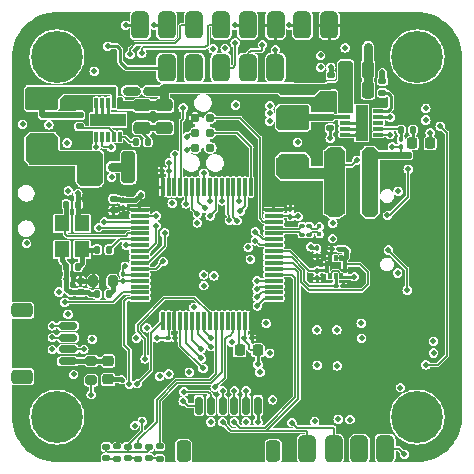
<source format=gbr>
%TF.GenerationSoftware,KiCad,Pcbnew,(6.0.4)*%
%TF.CreationDate,2023-01-18T12:07:05-06:00*%
%TF.ProjectId,Flight_Controller,466c6967-6874-45f4-936f-6e74726f6c6c,rev?*%
%TF.SameCoordinates,Original*%
%TF.FileFunction,Copper,L1,Top*%
%TF.FilePolarity,Positive*%
%FSLAX46Y46*%
G04 Gerber Fmt 4.6, Leading zero omitted, Abs format (unit mm)*
G04 Created by KiCad (PCBNEW (6.0.4)) date 2023-01-18 12:07:05*
%MOMM*%
%LPD*%
G01*
G04 APERTURE LIST*
G04 Aperture macros list*
%AMRoundRect*
0 Rectangle with rounded corners*
0 $1 Rounding radius*
0 $2 $3 $4 $5 $6 $7 $8 $9 X,Y pos of 4 corners*
0 Add a 4 corners polygon primitive as box body*
4,1,4,$2,$3,$4,$5,$6,$7,$8,$9,$2,$3,0*
0 Add four circle primitives for the rounded corners*
1,1,$1+$1,$2,$3*
1,1,$1+$1,$4,$5*
1,1,$1+$1,$6,$7*
1,1,$1+$1,$8,$9*
0 Add four rect primitives between the rounded corners*
20,1,$1+$1,$2,$3,$4,$5,0*
20,1,$1+$1,$4,$5,$6,$7,0*
20,1,$1+$1,$6,$7,$8,$9,0*
20,1,$1+$1,$8,$9,$2,$3,0*%
G04 Aperture macros list end*
%TA.AperFunction,SMDPad,CuDef*%
%ADD10RoundRect,0.135000X-0.185000X0.135000X-0.185000X-0.135000X0.185000X-0.135000X0.185000X0.135000X0*%
%TD*%
%TA.AperFunction,SMDPad,CuDef*%
%ADD11RoundRect,0.147500X-0.172500X0.147500X-0.172500X-0.147500X0.172500X-0.147500X0.172500X0.147500X0*%
%TD*%
%TA.AperFunction,SMDPad,CuDef*%
%ADD12RoundRect,0.381000X0.381000X-0.762000X0.381000X0.762000X-0.381000X0.762000X-0.381000X-0.762000X0*%
%TD*%
%TA.AperFunction,SMDPad,CuDef*%
%ADD13RoundRect,0.100000X0.100000X-0.130000X0.100000X0.130000X-0.100000X0.130000X-0.100000X-0.130000X0*%
%TD*%
%TA.AperFunction,SMDPad,CuDef*%
%ADD14RoundRect,0.100000X-0.130000X-0.100000X0.130000X-0.100000X0.130000X0.100000X-0.130000X0.100000X0*%
%TD*%
%TA.AperFunction,SMDPad,CuDef*%
%ADD15RoundRect,0.200000X0.200000X0.275000X-0.200000X0.275000X-0.200000X-0.275000X0.200000X-0.275000X0*%
%TD*%
%TA.AperFunction,ComponentPad*%
%ADD16C,0.700000*%
%TD*%
%TA.AperFunction,ComponentPad*%
%ADD17C,4.400000*%
%TD*%
%TA.AperFunction,SMDPad,CuDef*%
%ADD18RoundRect,0.075000X-0.700000X-0.075000X0.700000X-0.075000X0.700000X0.075000X-0.700000X0.075000X0*%
%TD*%
%TA.AperFunction,SMDPad,CuDef*%
%ADD19RoundRect,0.075000X-0.075000X-0.700000X0.075000X-0.700000X0.075000X0.700000X-0.075000X0.700000X0*%
%TD*%
%TA.AperFunction,SMDPad,CuDef*%
%ADD20RoundRect,0.140000X-0.170000X0.140000X-0.170000X-0.140000X0.170000X-0.140000X0.170000X0.140000X0*%
%TD*%
%TA.AperFunction,SMDPad,CuDef*%
%ADD21RoundRect,0.100000X0.130000X0.100000X-0.130000X0.100000X-0.130000X-0.100000X0.130000X-0.100000X0*%
%TD*%
%TA.AperFunction,SMDPad,CuDef*%
%ADD22RoundRect,0.250000X0.250000X0.475000X-0.250000X0.475000X-0.250000X-0.475000X0.250000X-0.475000X0*%
%TD*%
%TA.AperFunction,SMDPad,CuDef*%
%ADD23RoundRect,0.135000X-0.135000X-0.185000X0.135000X-0.185000X0.135000X0.185000X-0.135000X0.185000X0*%
%TD*%
%TA.AperFunction,SMDPad,CuDef*%
%ADD24RoundRect,0.140000X0.140000X0.170000X-0.140000X0.170000X-0.140000X-0.170000X0.140000X-0.170000X0*%
%TD*%
%TA.AperFunction,SMDPad,CuDef*%
%ADD25RoundRect,0.200000X-1.050000X0.750000X-1.050000X-0.750000X1.050000X-0.750000X1.050000X0.750000X0*%
%TD*%
%TA.AperFunction,SMDPad,CuDef*%
%ADD26RoundRect,0.249344X-1.000656X0.700656X-1.000656X-0.700656X1.000656X-0.700656X1.000656X0.700656X0*%
%TD*%
%TA.AperFunction,SMDPad,CuDef*%
%ADD27RoundRect,0.250000X0.475000X-0.250000X0.475000X0.250000X-0.475000X0.250000X-0.475000X-0.250000X0*%
%TD*%
%TA.AperFunction,SMDPad,CuDef*%
%ADD28RoundRect,0.225000X-0.225000X-0.250000X0.225000X-0.250000X0.225000X0.250000X-0.225000X0.250000X0*%
%TD*%
%TA.AperFunction,SMDPad,CuDef*%
%ADD29RoundRect,0.250000X-0.325000X-1.100000X0.325000X-1.100000X0.325000X1.100000X-0.325000X1.100000X0*%
%TD*%
%TA.AperFunction,SMDPad,CuDef*%
%ADD30RoundRect,0.200000X0.275000X-0.200000X0.275000X0.200000X-0.275000X0.200000X-0.275000X-0.200000X0*%
%TD*%
%TA.AperFunction,SMDPad,CuDef*%
%ADD31RoundRect,0.100000X-0.100000X0.130000X-0.100000X-0.130000X0.100000X-0.130000X0.100000X0.130000X0*%
%TD*%
%TA.AperFunction,SMDPad,CuDef*%
%ADD32RoundRect,0.135000X0.185000X-0.135000X0.185000X0.135000X-0.185000X0.135000X-0.185000X-0.135000X0*%
%TD*%
%TA.AperFunction,SMDPad,CuDef*%
%ADD33RoundRect,0.140000X-0.140000X-0.170000X0.140000X-0.170000X0.140000X0.170000X-0.140000X0.170000X0*%
%TD*%
%TA.AperFunction,SMDPad,CuDef*%
%ADD34RoundRect,0.150000X-0.625000X0.150000X-0.625000X-0.150000X0.625000X-0.150000X0.625000X0.150000X0*%
%TD*%
%TA.AperFunction,SMDPad,CuDef*%
%ADD35RoundRect,0.250000X-0.650000X0.350000X-0.650000X-0.350000X0.650000X-0.350000X0.650000X0.350000X0*%
%TD*%
%TA.AperFunction,ConnectorPad*%
%ADD36C,0.787400*%
%TD*%
%TA.AperFunction,SMDPad,CuDef*%
%ADD37RoundRect,0.140000X0.170000X-0.140000X0.170000X0.140000X-0.170000X0.140000X-0.170000X-0.140000X0*%
%TD*%
%TA.AperFunction,SMDPad,CuDef*%
%ADD38RoundRect,0.225000X-0.250000X0.225000X-0.250000X-0.225000X0.250000X-0.225000X0.250000X0.225000X0*%
%TD*%
%TA.AperFunction,SMDPad,CuDef*%
%ADD39RoundRect,0.007800X-0.412200X-0.122200X0.412200X-0.122200X0.412200X0.122200X-0.412200X0.122200X0*%
%TD*%
%TA.AperFunction,SMDPad,CuDef*%
%ADD40R,1.050000X3.009999*%
%TD*%
%TA.AperFunction,SMDPad,CuDef*%
%ADD41RoundRect,0.135000X0.135000X0.185000X-0.135000X0.185000X-0.135000X-0.185000X0.135000X-0.185000X0*%
%TD*%
%TA.AperFunction,SMDPad,CuDef*%
%ADD42R,1.200000X1.400000*%
%TD*%
%TA.AperFunction,SMDPad,CuDef*%
%ADD43RoundRect,0.007800X-0.122200X0.412200X-0.122200X-0.412200X0.122200X-0.412200X0.122200X0.412200X0*%
%TD*%
%TA.AperFunction,SMDPad,CuDef*%
%ADD44R,3.010000X1.050000*%
%TD*%
%TA.AperFunction,SMDPad,CuDef*%
%ADD45RoundRect,0.007000X0.168000X-0.183000X0.168000X0.183000X-0.168000X0.183000X-0.168000X-0.183000X0*%
%TD*%
%TA.AperFunction,SMDPad,CuDef*%
%ADD46RoundRect,0.150000X-0.150000X-0.625000X0.150000X-0.625000X0.150000X0.625000X-0.150000X0.625000X0*%
%TD*%
%TA.AperFunction,SMDPad,CuDef*%
%ADD47RoundRect,0.250000X-0.350000X-0.650000X0.350000X-0.650000X0.350000X0.650000X-0.350000X0.650000X0*%
%TD*%
%TA.AperFunction,ViaPad*%
%ADD48C,0.508000*%
%TD*%
%TA.AperFunction,ViaPad*%
%ADD49C,0.400000*%
%TD*%
%TA.AperFunction,Conductor*%
%ADD50C,0.127000*%
%TD*%
%TA.AperFunction,Conductor*%
%ADD51C,0.254000*%
%TD*%
%TA.AperFunction,Conductor*%
%ADD52C,0.203200*%
%TD*%
%TA.AperFunction,Conductor*%
%ADD53C,0.508000*%
%TD*%
%TA.AperFunction,Conductor*%
%ADD54C,0.381000*%
%TD*%
%TA.AperFunction,Conductor*%
%ADD55C,0.250000*%
%TD*%
%TA.AperFunction,Conductor*%
%ADD56C,0.762000*%
%TD*%
%TA.AperFunction,Conductor*%
%ADD57C,0.131318*%
%TD*%
G04 APERTURE END LIST*
D10*
%TO.P,R29,1*%
%TO.N,+3V3*%
X127600000Y-94950000D03*
%TO.P,R29,2*%
%TO.N,Net-(D5-Pad2)*%
X127600000Y-95970000D03*
%TD*%
D11*
%TO.P,D5,1,K*%
%TO.N,GND*%
X126700000Y-94975000D03*
%TO.P,D5,2,A*%
%TO.N,Net-(D5-Pad2)*%
X126700000Y-95945000D03*
%TD*%
D12*
%TO.P,TP19,1,1*%
%TO.N,GPS_I2C_SCL*%
X136400000Y-62870000D03*
%TD*%
%TO.P,TP6,1,1*%
%TO.N,GND*%
X143300000Y-59280000D03*
%TD*%
%TO.P,TP5,1,1*%
%TO.N,GND*%
X129560000Y-59280000D03*
%TD*%
D11*
%TO.P,D3,1,K*%
%TO.N,GND*%
X128500000Y-94975000D03*
%TO.P,D3,2,A*%
%TO.N,Net-(D3-Pad2)*%
X128500000Y-95945000D03*
%TD*%
D13*
%TO.P,C39,1*%
%TO.N,+3V3*%
X128135000Y-74760000D03*
%TO.P,C39,2*%
%TO.N,GND*%
X128135000Y-74120000D03*
%TD*%
D12*
%TO.P,TP4,1,1*%
%TO.N,DJI_RX*%
X143710000Y-95140000D03*
%TD*%
%TO.P,TP8,1,1*%
%TO.N,GND*%
X138660000Y-59280000D03*
%TD*%
%TO.P,TP12,1,1*%
%TO.N,+3V3*%
X141020000Y-59280000D03*
%TD*%
%TO.P,TP11,1,1*%
%TO.N,+3V3*%
X145560000Y-59270000D03*
%TD*%
%TO.P,TP10,1,1*%
%TO.N,GND*%
X150290000Y-95130000D03*
%TD*%
D14*
%TO.P,C46,1*%
%TO.N,+3V3*%
X131390000Y-71585000D03*
%TO.P,C46,2*%
%TO.N,GND*%
X132030000Y-71585000D03*
%TD*%
D15*
%TO.P,FB1,1*%
%TO.N,VREF*%
X127235000Y-80960000D03*
%TO.P,FB1,2*%
%TO.N,+3V3*%
X125585000Y-80960000D03*
%TD*%
D10*
%TO.P,R14,1*%
%TO.N,STATUS_LED2*%
X131200000Y-94950000D03*
%TO.P,R14,2*%
%TO.N,Net-(D4-Pad2)*%
X131200000Y-95970000D03*
%TD*%
D16*
%TO.P,H3,1*%
%TO.N,N/C*%
X122510000Y-94110000D03*
D17*
X122510000Y-92460000D03*
D16*
X123676726Y-91293274D03*
X121343274Y-93626726D03*
X123676726Y-93626726D03*
X124160000Y-92460000D03*
X121343274Y-91293274D03*
X122510000Y-90810000D03*
X120860000Y-92460000D03*
%TD*%
D13*
%TO.P,R6,1*%
%TO.N,+3V3*%
X144535000Y-80705000D03*
%TO.P,R6,2*%
%TO.N,Baro_I2C_SCL*%
X144535000Y-80065000D03*
%TD*%
D18*
%TO.P,U8,1,VBAT*%
%TO.N,+3V3*%
X129535000Y-74910000D03*
%TO.P,U8,2,PC13*%
%TO.N,GYRO_INT1*%
X129535000Y-75410000D03*
%TO.P,U8,3,PC14*%
%TO.N,GPIO_3*%
X129535000Y-75910000D03*
%TO.P,U8,4,PC15*%
%TO.N,GPIO_4*%
X129535000Y-76410000D03*
%TO.P,U8,5,PH0*%
%TO.N,HSE_IN*%
X129535000Y-76910000D03*
%TO.P,U8,6,PH1*%
%TO.N,HSE_OUT*%
X129535000Y-77410000D03*
%TO.P,U8,7,NRST*%
%TO.N,NRST*%
X129535000Y-77910000D03*
%TO.P,U8,8,PC0*%
%TO.N,ADC_Current*%
X129535000Y-78410000D03*
%TO.P,U8,9,PC1*%
%TO.N,ADC_RSSI*%
X129535000Y-78910000D03*
%TO.P,U8,10,PC2*%
%TO.N,ADC_BATT*%
X129535000Y-79410000D03*
%TO.P,U8,11,PC3*%
%TO.N,GPIO_1*%
X129535000Y-79910000D03*
%TO.P,U8,12,VSSA*%
%TO.N,GND*%
X129535000Y-80410000D03*
%TO.P,U8,13,VREF+*%
%TO.N,VREF*%
X129535000Y-80910000D03*
%TO.P,U8,14,PA0*%
%TO.N,unconnected-(U8-Pad14)*%
X129535000Y-81410000D03*
%TO.P,U8,15,PA1*%
%TO.N,ESC_TEL_RX*%
X129535000Y-81910000D03*
%TO.P,U8,16,PA2*%
%TO.N,RADIO_TX*%
X129535000Y-82410000D03*
D19*
%TO.P,U8,17,PA3*%
%TO.N,RADIO_RX*%
X131460000Y-84335000D03*
%TO.P,U8,18,VSS*%
%TO.N,GND*%
X131960000Y-84335000D03*
%TO.P,U8,19,VDD*%
%TO.N,+3V3*%
X132460000Y-84335000D03*
%TO.P,U8,20,PA4*%
%TO.N,Flash_CS*%
X132960000Y-84335000D03*
%TO.P,U8,21,PA5*%
%TO.N,Flash_CLK*%
X133460000Y-84335000D03*
%TO.P,U8,22,PA6*%
%TO.N,Flash_MISO*%
X133960000Y-84335000D03*
%TO.P,U8,23,PA7*%
%TO.N,Flash_MOSI*%
X134460000Y-84335000D03*
%TO.P,U8,24,PC4*%
%TO.N,GPIO_2*%
X134960000Y-84335000D03*
%TO.P,U8,25,PB0*%
%TO.N,LED_STRIP*%
X135460000Y-84335000D03*
%TO.P,U8,26,PB1*%
%TO.N,STATUS_LED1*%
X135960000Y-84335000D03*
%TO.P,U8,27,PB2*%
%TO.N,STATUS_LED2*%
X136460000Y-84335000D03*
%TO.P,U8,28,PB10*%
%TO.N,unconnected-(U8-Pad28)*%
X136960000Y-84335000D03*
%TO.P,U8,29,PB11*%
%TO.N,DJI_SBUS*%
X137460000Y-84335000D03*
%TO.P,U8,30,VCAP_1*%
%TO.N,/MCU/VCAP*%
X137960000Y-84335000D03*
%TO.P,U8,31,VSS*%
%TO.N,GND*%
X138460000Y-84335000D03*
%TO.P,U8,32,VDD*%
%TO.N,+3V3*%
X138960000Y-84335000D03*
D18*
%TO.P,U8,33,PB12*%
%TO.N,OSD_CS*%
X140885000Y-82410000D03*
%TO.P,U8,34,PB13*%
%TO.N,OSD_CLK*%
X140885000Y-81910000D03*
%TO.P,U8,35,PB14*%
%TO.N,OSD_MISO*%
X140885000Y-81410000D03*
%TO.P,U8,36,PB15*%
%TO.N,OSD_MOSI*%
X140885000Y-80910000D03*
%TO.P,U8,37,PC6*%
%TO.N,DJI_TX*%
X140885000Y-80410000D03*
%TO.P,U8,38,PC7*%
%TO.N,DJI_RX*%
X140885000Y-79910000D03*
%TO.P,U8,39,PC8*%
%TO.N,BARO_INT*%
X140885000Y-79410000D03*
%TO.P,U8,40,PC9*%
%TO.N,Baro_I2C_SDA*%
X140885000Y-78910000D03*
%TO.P,U8,41,PA8*%
%TO.N,Baro_I2C_SCL*%
X140885000Y-78410000D03*
%TO.P,U8,42,PA9*%
%TO.N,GPS_TX*%
X140885000Y-77910000D03*
%TO.P,U8,43,PA10*%
%TO.N,GPS_RX*%
X140885000Y-77410000D03*
%TO.P,U8,44,PA11*%
%TO.N,USB_D-*%
X140885000Y-76910000D03*
%TO.P,U8,45,PA12*%
%TO.N,USB_D+*%
X140885000Y-76410000D03*
%TO.P,U8,46,PA13*%
%TO.N,SWDIO*%
X140885000Y-75910000D03*
%TO.P,U8,47,VSS*%
%TO.N,GND*%
X140885000Y-75410000D03*
%TO.P,U8,48,VDD*%
%TO.N,+3V3*%
X140885000Y-74910000D03*
D19*
%TO.P,U8,49,PA14*%
%TO.N,SWCLK*%
X138960000Y-72985000D03*
%TO.P,U8,50,PA15*%
%TO.N,Motor 1*%
X138460000Y-72985000D03*
%TO.P,U8,51,PC10*%
%TO.N,GYRO_SCK*%
X137960000Y-72985000D03*
%TO.P,U8,52,PC11*%
%TO.N,GYRO_MISO*%
X137460000Y-72985000D03*
%TO.P,U8,53,PC12*%
%TO.N,GYRO_MOSI*%
X136960000Y-72985000D03*
%TO.P,U8,54,PD2*%
%TO.N,GYRO_CS*%
X136460000Y-72985000D03*
%TO.P,U8,55,PB3*%
%TO.N,Motor 2*%
X135960000Y-72985000D03*
%TO.P,U8,56,PB4*%
%TO.N,Motor 3*%
X135460000Y-72985000D03*
%TO.P,U8,57,PB5*%
%TO.N,Motor 4*%
X134960000Y-72985000D03*
%TO.P,U8,58,PB6*%
%TO.N,Motor 5*%
X134460000Y-72985000D03*
%TO.P,U8,59,PB7*%
%TO.N,Net-(R27-Pad1)*%
X133960000Y-72985000D03*
%TO.P,U8,60,BOOT0*%
%TO.N,BOOT0*%
X133460000Y-72985000D03*
%TO.P,U8,61,PB8*%
%TO.N,GPS_I2C_SCL*%
X132960000Y-72985000D03*
%TO.P,U8,62,PB9*%
%TO.N,GPS_I2C_SDA*%
X132460000Y-72985000D03*
%TO.P,U8,63,VSS*%
%TO.N,GND*%
X131960000Y-72985000D03*
%TO.P,U8,64,VDD*%
%TO.N,+3V3*%
X131460000Y-72985000D03*
%TD*%
D12*
%TO.P,TP20,1,1*%
%TO.N,GPS_I2C_SDA*%
X138670000Y-62870000D03*
%TD*%
D20*
%TO.P,C44,1*%
%TO.N,+3V3*%
X124510000Y-80930000D03*
%TO.P,C44,2*%
%TO.N,GND*%
X124510000Y-81890000D03*
%TD*%
D12*
%TO.P,TP21,1,1*%
%TO.N,Motor 5*%
X134130000Y-62880000D03*
%TD*%
D21*
%TO.P,C41,1*%
%TO.N,+3V3*%
X132530000Y-85760000D03*
%TO.P,C41,2*%
%TO.N,GND*%
X131890000Y-85760000D03*
%TD*%
D22*
%TO.P,C17,1*%
%TO.N,GND*%
X148850000Y-63050000D03*
%TO.P,C17,2*%
%TO.N,+BATT*%
X146950000Y-63050000D03*
%TD*%
D23*
%TO.P,R18,1*%
%TO.N,Net-(C26-Pad1)*%
X151640000Y-68150000D03*
%TO.P,R18,2*%
%TO.N,Net-(C28-Pad1)*%
X152660000Y-68150000D03*
%TD*%
D16*
%TO.P,H4,1*%
%TO.N,N/C*%
X121343274Y-63126726D03*
X123676726Y-60793274D03*
X121343274Y-60793274D03*
X122510000Y-60310000D03*
X122510000Y-63610000D03*
D17*
X122510000Y-61960000D03*
D16*
X124160000Y-61960000D03*
X120860000Y-61960000D03*
X123676726Y-63126726D03*
%TD*%
D24*
%TO.P,C38,1*%
%TO.N,VREF*%
X126890000Y-82060000D03*
%TO.P,C38,2*%
%TO.N,GND*%
X125930000Y-82060000D03*
%TD*%
D25*
%TO.P,L1,1*%
%TO.N,Net-(C23-Pad2)*%
X121250000Y-65425000D03*
D26*
%TO.P,L1,2*%
%TO.N,+9V*%
X121250000Y-69525000D03*
%TD*%
D27*
%TO.P,C16,1*%
%TO.N,GND*%
X131600000Y-67975000D03*
%TO.P,C16,2*%
%TO.N,+BATT*%
X131600000Y-66075000D03*
%TD*%
D28*
%TO.P,C28,1*%
%TO.N,Net-(C28-Pad1)*%
X152575000Y-69275000D03*
%TO.P,C28,2*%
%TO.N,GND*%
X154125000Y-69275000D03*
%TD*%
D22*
%TO.P,C19,1*%
%TO.N,GND*%
X148850000Y-64750000D03*
%TO.P,C19,2*%
%TO.N,+BATT*%
X146950000Y-64750000D03*
%TD*%
D16*
%TO.P,H1,1*%
%TO.N,N/C*%
X154176732Y-60793272D03*
X151843280Y-60793272D03*
X151843280Y-63126724D03*
X153010006Y-63609998D03*
X154660006Y-61959998D03*
X154176732Y-63126724D03*
D17*
X153010006Y-61959998D03*
D16*
X151360006Y-61959998D03*
X153010006Y-60309998D03*
%TD*%
D29*
%TO.P,C32,1*%
%TO.N,+5V*%
X146050000Y-74050000D03*
%TO.P,C32,2*%
%TO.N,GND*%
X149000000Y-74050000D03*
%TD*%
D30*
%TO.P,R27,1*%
%TO.N,Net-(R27-Pad1)*%
X125420000Y-89345000D03*
%TO.P,R27,2*%
%TO.N,CC*%
X125420000Y-87695000D03*
%TD*%
D31*
%TO.P,C45,1*%
%TO.N,+3V3*%
X142285000Y-74840000D03*
%TO.P,C45,2*%
%TO.N,GND*%
X142285000Y-75480000D03*
%TD*%
D12*
%TO.P,TP18,1,1*%
%TO.N,GND*%
X141010000Y-62870000D03*
%TD*%
%TO.P,TP13,1,1*%
%TO.N,+5V*%
X131810000Y-59280000D03*
%TD*%
D32*
%TO.P,R16,1*%
%TO.N,Net-(R16-Pad1)*%
X150075000Y-65010000D03*
%TO.P,R16,2*%
%TO.N,GND*%
X150075000Y-63990000D03*
%TD*%
D23*
%TO.P,R15,1*%
%TO.N,Net-(R15-Pad1)*%
X129190000Y-69175000D03*
%TO.P,R15,2*%
%TO.N,GND*%
X130210000Y-69175000D03*
%TD*%
D33*
%TO.P,C34,1*%
%TO.N,HSE_IN*%
X123310000Y-74470000D03*
%TO.P,C34,2*%
%TO.N,GND*%
X124270000Y-74470000D03*
%TD*%
D11*
%TO.P,D4,1,K*%
%TO.N,GND*%
X130300000Y-94975000D03*
%TO.P,D4,2,A*%
%TO.N,Net-(D4-Pad2)*%
X130300000Y-95945000D03*
%TD*%
D21*
%TO.P,R11,1*%
%TO.N,/Connectors/D-*%
X143880000Y-77010000D03*
%TO.P,R11,2*%
%TO.N,USB_D-*%
X143240000Y-77010000D03*
%TD*%
%TO.P,C12,1*%
%TO.N,GND*%
X146405000Y-78210000D03*
%TO.P,C12,2*%
%TO.N,+3V3*%
X145765000Y-78210000D03*
%TD*%
%TO.P,R7,1*%
%TO.N,+3V3*%
X146755000Y-81335000D03*
%TO.P,R7,2*%
%TO.N,Baro_I2C_SDA*%
X146115000Y-81335000D03*
%TD*%
D24*
%TO.P,C35,1*%
%TO.N,Net-(C35-Pad1)*%
X124270000Y-79770000D03*
%TO.P,C35,2*%
%TO.N,GND*%
X123310000Y-79770000D03*
%TD*%
D12*
%TO.P,TP16,1,1*%
%TO.N,+9V*%
X148120000Y-95150000D03*
%TD*%
D13*
%TO.P,C13,1*%
%TO.N,+3V3*%
X144535000Y-78820000D03*
%TO.P,C13,2*%
%TO.N,GND*%
X144535000Y-78180000D03*
%TD*%
D21*
%TO.P,C42,1*%
%TO.N,+3V3*%
X139030000Y-85735000D03*
%TO.P,C42,2*%
%TO.N,GND*%
X138390000Y-85735000D03*
%TD*%
D34*
%TO.P,J10,1,Pin_1*%
%TO.N,+5V*%
X123450000Y-84725000D03*
%TO.P,J10,2,Pin_2*%
%TO.N,GND*%
X123450000Y-85725000D03*
%TO.P,J10,3,Pin_3*%
%TO.N,VIDEO_IN*%
X123450000Y-86725000D03*
%TO.P,J10,4,Pin_4*%
%TO.N,CC*%
X123450000Y-87725000D03*
D35*
%TO.P,J10,MP*%
%TO.N,N/C*%
X119575000Y-89025000D03*
X119575000Y-83425000D03*
%TD*%
D12*
%TO.P,TP2,1,1*%
%TO.N,DJI_TX*%
X145940000Y-95140000D03*
%TD*%
D21*
%TO.P,R12,1*%
%TO.N,/Connectors/D+*%
X143880000Y-76260000D03*
%TO.P,R12,2*%
%TO.N,USB_D+*%
X143240000Y-76260000D03*
%TD*%
D36*
%TO.P,J9,1,VCC*%
%TO.N,+3V3*%
X134230000Y-67130000D03*
%TO.P,J9,2,SWDIO*%
%TO.N,SWDIO*%
X135500000Y-67130000D03*
%TO.P,J9,3,nRESET*%
%TO.N,NRST*%
X134230000Y-68400000D03*
%TO.P,J9,4,SWCLK*%
%TO.N,SWCLK*%
X135500000Y-68400000D03*
%TO.P,J9,5,GND*%
%TO.N,GND*%
X134230000Y-69670000D03*
%TO.P,J9,6,SWO*%
%TO.N,unconnected-(J9-Pad6)*%
X135500000Y-69670000D03*
%TD*%
D12*
%TO.P,TP3,1,1*%
%TO.N,GPS_RX*%
X136410000Y-59270000D03*
%TD*%
D29*
%TO.P,C30,1*%
%TO.N,+5V*%
X146050000Y-71100000D03*
%TO.P,C30,2*%
%TO.N,GND*%
X149000000Y-71100000D03*
%TD*%
D25*
%TO.P,L2,1*%
%TO.N,Net-(C24-Pad2)*%
X142480000Y-67130000D03*
D26*
%TO.P,L2,2*%
%TO.N,+5V*%
X142480000Y-71230000D03*
%TD*%
D16*
%TO.P,H2,1*%
%TO.N,N/C*%
X154176726Y-93626726D03*
X153010000Y-90810000D03*
X154176726Y-91293274D03*
X154660000Y-92460000D03*
X151843274Y-91293274D03*
X153010000Y-94110000D03*
X151360000Y-92460000D03*
D17*
X153010000Y-92460000D03*
D16*
X151843274Y-93626726D03*
%TD*%
D37*
%TO.P,C23,1*%
%TO.N,Net-(C23-Pad1)*%
X124425000Y-67855000D03*
%TO.P,C23,2*%
%TO.N,Net-(C23-Pad2)*%
X124425000Y-66895000D03*
%TD*%
D12*
%TO.P,TP1,1,1*%
%TO.N,GPS_TX*%
X134130000Y-59270000D03*
%TD*%
D37*
%TO.P,C24,1*%
%TO.N,Net-(C24-Pad1)*%
X145650000Y-68010000D03*
%TO.P,C24,2*%
%TO.N,Net-(C24-Pad2)*%
X145650000Y-67050000D03*
%TD*%
D10*
%TO.P,R13,1*%
%TO.N,STATUS_LED1*%
X129400000Y-94950000D03*
%TO.P,R13,2*%
%TO.N,Net-(D3-Pad2)*%
X129400000Y-95970000D03*
%TD*%
D38*
%TO.P,C47,1*%
%TO.N,CC*%
X126860000Y-87725000D03*
%TO.P,C47,2*%
%TO.N,GND*%
X126860000Y-89275000D03*
%TD*%
D28*
%TO.P,C36,1*%
%TO.N,/MCU/VCAP*%
X137975000Y-86810000D03*
%TO.P,C36,2*%
%TO.N,GND*%
X139525000Y-86810000D03*
%TD*%
D29*
%TO.P,C33,1*%
%TO.N,+9V*%
X125600000Y-71300000D03*
%TO.P,C33,2*%
%TO.N,GND*%
X128550000Y-71300000D03*
%TD*%
D13*
%TO.P,C40,1*%
%TO.N,VREF*%
X128135000Y-80980000D03*
%TO.P,C40,2*%
%TO.N,GND*%
X128135000Y-80340000D03*
%TD*%
D39*
%TO.P,U7,1,VIN*%
%TO.N,+BATT*%
X146865000Y-66550000D03*
%TO.P,U7,2,PH*%
%TO.N,Net-(C24-Pad2)*%
X146865000Y-67050000D03*
%TO.P,U7,3,GND*%
%TO.N,GND*%
X146865000Y-67550000D03*
%TO.P,U7,4,GND*%
X146865000Y-68050000D03*
%TO.P,U7,5,GND*%
X146865000Y-68550000D03*
%TO.P,U7,6,VSENSE*%
%TO.N,V_SENSE2*%
X149735000Y-68550000D03*
%TO.P,U7,7,COMP*%
%TO.N,Net-(C26-Pad1)*%
X149735000Y-68050000D03*
%TO.P,U7,8,EN*%
%TO.N,unconnected-(U7-Pad8)*%
X149735000Y-67550000D03*
%TO.P,U7,9,BOOT*%
%TO.N,Net-(C24-Pad1)*%
X149735000Y-67050000D03*
%TO.P,U7,10,RT*%
%TO.N,Net-(R16-Pad1)*%
X149735000Y-66550000D03*
D40*
%TO.P,U7,11,PAD*%
%TO.N,GND*%
X148300000Y-67550000D03*
%TD*%
D37*
%TO.P,C37,1*%
%TO.N,+3V3*%
X127310000Y-74940000D03*
%TO.P,C37,2*%
%TO.N,GND*%
X127310000Y-73980000D03*
%TD*%
D41*
%TO.P,R23,1*%
%TO.N,HSE_OUT*%
X126930000Y-78290000D03*
%TO.P,R23,2*%
%TO.N,Net-(C35-Pad1)*%
X125910000Y-78290000D03*
%TD*%
D42*
%TO.P,Y2,1,1*%
%TO.N,HSE_IN*%
X122940000Y-76070000D03*
%TO.P,Y2,2,2*%
%TO.N,GND*%
X122940000Y-78270000D03*
%TO.P,Y2,3,3*%
%TO.N,Net-(C35-Pad1)*%
X124640000Y-78270000D03*
%TO.P,Y2,4,4*%
%TO.N,GND*%
X124640000Y-76070000D03*
%TD*%
D43*
%TO.P,U6,1,VIN*%
%TO.N,+BATT*%
X127850000Y-65862500D03*
%TO.P,U6,2,PH*%
%TO.N,Net-(C23-Pad2)*%
X127350000Y-65862500D03*
%TO.P,U6,3,GND*%
%TO.N,GND*%
X126850000Y-65862500D03*
%TO.P,U6,4,GND*%
X126350000Y-65862500D03*
%TO.P,U6,5,GND*%
X125850000Y-65862500D03*
%TO.P,U6,6,VSENSE*%
%TO.N,V_SENSE1*%
X125850000Y-68732500D03*
%TO.P,U6,7,COMP*%
%TO.N,Net-(C25-Pad1)*%
X126350000Y-68732500D03*
%TO.P,U6,8,EN*%
%TO.N,unconnected-(U6-Pad8)*%
X126850000Y-68732500D03*
%TO.P,U6,9,BOOT*%
%TO.N,Net-(C23-Pad1)*%
X127350000Y-68732500D03*
%TO.P,U6,10,RT*%
%TO.N,Net-(R15-Pad1)*%
X127850000Y-68732500D03*
D44*
%TO.P,U6,11,PAD*%
%TO.N,GND*%
X126850000Y-67297500D03*
%TD*%
D12*
%TO.P,TP15,1,1*%
%TO.N,+9V*%
X131810000Y-62880000D03*
%TD*%
D20*
%TO.P,C21,1*%
%TO.N,GND*%
X145690000Y-63490000D03*
%TO.P,C21,2*%
%TO.N,+BATT*%
X145690000Y-64450000D03*
%TD*%
D33*
%TO.P,C20,1*%
%TO.N,GND*%
X129195000Y-64850000D03*
%TO.P,C20,2*%
%TO.N,+BATT*%
X130155000Y-64850000D03*
%TD*%
D31*
%TO.P,C26,1*%
%TO.N,Net-(C26-Pad1)*%
X151625000Y-68955000D03*
%TO.P,C26,2*%
%TO.N,GND*%
X151625000Y-69595000D03*
%TD*%
D27*
%TO.P,C18,1*%
%TO.N,GND*%
X129750000Y-67975000D03*
%TO.P,C18,2*%
%TO.N,+BATT*%
X129750000Y-66075000D03*
%TD*%
D45*
%TO.P,U3,1,VDDIO*%
%TO.N,+3V3*%
X145335000Y-79520000D03*
%TO.P,U3,2,SCK*%
%TO.N,Baro_I2C_SCL*%
X145335000Y-80020000D03*
%TO.P,U3,3,VSS*%
%TO.N,GND*%
X145600000Y-80535000D03*
%TO.P,U3,4,SDI*%
%TO.N,Baro_I2C_SDA*%
X146100000Y-80535000D03*
%TO.P,U3,5,SDO*%
%TO.N,GND*%
X146600000Y-80535000D03*
%TO.P,U3,6,CSB*%
%TO.N,+3V3*%
X146865000Y-80020000D03*
%TO.P,U3,7,INT*%
%TO.N,BARO_INT*%
X146865000Y-79520000D03*
%TO.P,U3,8,VSS*%
%TO.N,GND*%
X146600000Y-79005000D03*
%TO.P,U3,9,VSS*%
X146100000Y-79005000D03*
%TO.P,U3,10,VDD*%
%TO.N,+3V3*%
X145600000Y-79005000D03*
%TD*%
D46*
%TO.P,J12,1,Pin_1*%
%TO.N,+5V*%
X134530000Y-91490000D03*
%TO.P,J12,2,Pin_2*%
%TO.N,GPIO_1*%
X135530000Y-91490000D03*
%TO.P,J12,3,Pin_3*%
%TO.N,GPIO_2*%
X136530000Y-91490000D03*
%TO.P,J12,4,Pin_4*%
%TO.N,GPIO_3*%
X137530000Y-91490000D03*
%TO.P,J12,5,Pin_5*%
%TO.N,GPIO_4*%
X138530000Y-91490000D03*
%TO.P,J12,6,Pin_6*%
%TO.N,GND*%
X139530000Y-91490000D03*
D47*
%TO.P,J12,MP*%
%TO.N,N/C*%
X133230000Y-95365000D03*
X140830000Y-95365000D03*
%TD*%
D48*
%TO.N,+3V3*%
X137940000Y-79750000D03*
X135450000Y-79620000D03*
%TO.N,GND*%
X140530000Y-66110000D03*
X140520000Y-67410000D03*
X140520000Y-66730000D03*
%TO.N,+5V*%
X147890000Y-70720000D03*
%TO.N,GND*%
X128300000Y-79690000D03*
X148850000Y-64750000D03*
X129750000Y-67980000D03*
X131600000Y-67975000D03*
X129600000Y-73625000D03*
X137300000Y-86100000D03*
X123300000Y-80775000D03*
X153750000Y-66330000D03*
X145690000Y-62840000D03*
X151360000Y-80260000D03*
X130120000Y-84900000D03*
X125970000Y-67290000D03*
X123690000Y-81890000D03*
X142925000Y-75475000D03*
X124275000Y-73525000D03*
X123380000Y-69250000D03*
X144520000Y-85070000D03*
X128440000Y-64850000D03*
X127980000Y-89280000D03*
X133550000Y-69860000D03*
X134940000Y-81320000D03*
X127150000Y-71300000D03*
X151930000Y-95610000D03*
X146250000Y-88120000D03*
X129240000Y-85770000D03*
X146330000Y-92640000D03*
X139530000Y-92880000D03*
X145874994Y-76049988D03*
X128340000Y-59280000D03*
X147000000Y-78375000D03*
X142170000Y-59270000D03*
X144540000Y-88070000D03*
X123930000Y-88850000D03*
X144840000Y-62850000D03*
X138710000Y-78100000D03*
X134400000Y-76020000D03*
X122120000Y-85720000D03*
X150910000Y-69590000D03*
X126860000Y-67290000D03*
X137570000Y-59270000D03*
X140225000Y-84525000D03*
X139530000Y-87980000D03*
X151390000Y-73350000D03*
X150070000Y-63280000D03*
X135530000Y-92880000D03*
X135800000Y-80500000D03*
X151610000Y-70260000D03*
X146200000Y-85080000D03*
X119940000Y-77750000D03*
X143980000Y-78040000D03*
X154390000Y-86040000D03*
X132030000Y-70910000D03*
X146920000Y-61200000D03*
X147690000Y-80570000D03*
X154120000Y-68400000D03*
X148270000Y-67360000D03*
X145850000Y-77350010D03*
X151590000Y-89960000D03*
X130950000Y-85750000D03*
X148860000Y-61860000D03*
X129730000Y-92820000D03*
X138530000Y-92880000D03*
X127140000Y-72150000D03*
X141010000Y-61340000D03*
X148860000Y-61120000D03*
X127820000Y-67290000D03*
%TO.N,+3V3*%
X142820000Y-73030000D03*
X141690000Y-68790000D03*
X142925000Y-74650000D03*
X148380000Y-80570000D03*
X119900000Y-72330000D03*
X133610000Y-67600000D03*
X140580000Y-73040000D03*
X141250000Y-89880000D03*
X132120000Y-77570000D03*
X139880000Y-59270000D03*
X143990000Y-78920000D03*
X141690000Y-69600000D03*
X143990000Y-80700000D03*
X140450000Y-70580000D03*
X146710000Y-59300000D03*
X151580000Y-88990000D03*
X137500000Y-70430000D03*
X139675000Y-85750000D03*
X141690000Y-73030000D03*
X131220000Y-70900000D03*
%TO.N,+5V*%
X134930000Y-80420000D03*
X122120000Y-86730000D03*
X121830000Y-67710000D03*
X125490000Y-85870000D03*
X154400000Y-87030000D03*
X153740000Y-67310000D03*
X125670000Y-63170000D03*
X144950000Y-71940000D03*
X146200000Y-74220000D03*
X129090000Y-93180000D03*
X122130000Y-84730000D03*
X147320000Y-92670000D03*
X133210000Y-91110000D03*
X130730000Y-59260000D03*
%TO.N,+BATT*%
X142380000Y-64610000D03*
X143220000Y-64600000D03*
X144060000Y-64590000D03*
%TO.N,Net-(C24-Pad1)*%
X150730000Y-67070000D03*
X145650000Y-68870000D03*
%TO.N,Net-(C25-Pad1)*%
X127100000Y-69610000D03*
%TO.N,+9V*%
X123180000Y-70550000D03*
X126810000Y-61060000D03*
X124630000Y-72100000D03*
X140770000Y-91000000D03*
X124030000Y-70560000D03*
X147644500Y-95150000D03*
X124610000Y-71290000D03*
%TO.N,NRST*%
X128370000Y-77910000D03*
X133530000Y-68740000D03*
%TO.N,ESC_TEL_RX*%
X135750000Y-61280000D03*
X123170000Y-82730000D03*
%TO.N,ADC_Current*%
X136750000Y-61250000D03*
X130900000Y-76240000D03*
%TO.N,RADIO_RX*%
X129330000Y-89630000D03*
%TO.N,RADIO_TX*%
X128640000Y-89656000D03*
%TO.N,Net-(P1-PadA5)*%
X150490000Y-75390000D03*
X152250000Y-71480000D03*
%TO.N,Net-(P1-PadB5)*%
X152160000Y-81710000D03*
X150580000Y-78316979D03*
%TO.N,VIDEO_IN*%
X124780000Y-86730000D03*
%TO.N,V_SENSE1*%
X125850000Y-69569500D03*
X132260000Y-74350000D03*
%TO.N,V_SENSE2*%
X150690000Y-68550000D03*
%TO.N,BOOT0*%
X133460000Y-74410000D03*
X123480000Y-73310000D03*
%TO.N,GPS_TX*%
X128700000Y-61760000D03*
X139310000Y-77530000D03*
%TO.N,GYRO_CS*%
X136460000Y-74140000D03*
%TO.N,GYRO_SCK*%
X137960000Y-74150000D03*
%TO.N,GYRO_MOSI*%
X137112500Y-75810000D03*
%TO.N,GYRO_MISO*%
X137780000Y-75830000D03*
%TO.N,GYRO_INT1*%
X138890000Y-79090000D03*
X130910000Y-75430000D03*
%TO.N,OSD_CS*%
X139480000Y-83050000D03*
X134076044Y-83173956D03*
%TO.N,OSD_MOSI*%
X139470000Y-80910000D03*
X133720000Y-88650000D03*
%TO.N,OSD_CLK*%
X139470000Y-82310000D03*
X131220000Y-89000000D03*
%TO.N,OSD_MISO*%
X139470000Y-81610000D03*
X131980000Y-88810000D03*
%TO.N,Flash_CS*%
X139700000Y-88650000D03*
X134880000Y-88330000D03*
%TO.N,Flash_MISO*%
X134740000Y-86690000D03*
X140520000Y-87060000D03*
%TO.N,Flash_MOSI*%
X135516000Y-86484948D03*
X148280000Y-84520000D03*
%TO.N,Flash_CLK*%
X134730000Y-87490000D03*
X148300000Y-85790000D03*
%TO.N,ADC_BATT*%
X131630000Y-76880000D03*
X144830000Y-61840000D03*
D49*
%TO.N,/Connectors/D-*%
X144730000Y-76952500D03*
D48*
%TO.N,LED_STRIP*%
X119600000Y-67660000D03*
X153740000Y-88030000D03*
X123450000Y-83760000D03*
X129980000Y-87520000D03*
X154960000Y-67830000D03*
%TO.N,DJI_TX*%
X142390000Y-92930000D03*
X137530000Y-92880000D03*
%TO.N,DJI_RX*%
X136530000Y-92870000D03*
%TO.N,DJI_SBUS*%
X135900000Y-89940000D03*
%TO.N,GPS_RX*%
X129700000Y-61650000D03*
X139310000Y-76780000D03*
%TO.N,GPS_I2C_SDA*%
X139910000Y-60920000D03*
X132500000Y-70220000D03*
%TO.N,GPS_I2C_SCL*%
X137610000Y-60780000D03*
X133210000Y-66280000D03*
D49*
%TO.N,/Connectors/D+*%
X144730000Y-76317500D03*
D48*
%TO.N,VIDEO_OUT*%
X122690000Y-81870000D03*
X144330000Y-92830000D03*
%TO.N,Motor 1*%
X138040000Y-75030000D03*
X142880000Y-69180000D03*
%TO.N,Motor 2*%
X135480000Y-75430000D03*
X137640000Y-66040000D03*
%TO.N,Motor 3*%
X135460000Y-74190000D03*
%TO.N,Motor 4*%
X134960000Y-71810000D03*
%TO.N,Motor 5*%
X133751044Y-62651044D03*
X135020000Y-74800000D03*
%TO.N,GPIO_3*%
X137540000Y-90210000D03*
X126530000Y-75910000D03*
%TO.N,GPIO_4*%
X126044000Y-76410000D03*
X138530000Y-90210000D03*
%TO.N,GPIO_1*%
X133250000Y-90330000D03*
X131500000Y-79280000D03*
%TO.N,GPIO_2*%
X136530000Y-90210000D03*
X135516000Y-85740000D03*
%TO.N,Net-(R27-Pad1)*%
X125420000Y-90550000D03*
X134400000Y-75260000D03*
%TD*%
D50*
%TO.N,Flash_CS*%
X134880000Y-88320000D02*
X132960000Y-86400000D01*
X132960000Y-86400000D02*
X132960000Y-84335000D01*
X134880000Y-88330000D02*
X134880000Y-88320000D01*
%TO.N,Net-(D5-Pad2)*%
X126725000Y-95970000D02*
X126700000Y-95945000D01*
X127600000Y-95970000D02*
X126725000Y-95970000D01*
%TO.N,GND*%
X128500000Y-94975000D02*
X128500000Y-95450000D01*
X128500000Y-95450000D02*
X126830000Y-95450000D01*
X128600000Y-95450000D02*
X128500000Y-95450000D01*
X126700000Y-95320000D02*
X126700000Y-94975000D01*
X126830000Y-95450000D02*
X126700000Y-95320000D01*
D51*
X141010000Y-62870000D02*
X141010000Y-61340000D01*
D50*
%TO.N,GPS_I2C_SDA*%
X138900000Y-61440000D02*
X139810000Y-61440000D01*
X138670000Y-61670000D02*
X138900000Y-61440000D01*
X138670000Y-62870000D02*
X138670000Y-61670000D01*
X139810000Y-61440000D02*
X139910000Y-61340000D01*
X139910000Y-61340000D02*
X139910000Y-60920000D01*
D52*
%TO.N,+5V*%
X147510000Y-71100000D02*
X146050000Y-71100000D01*
X147890000Y-70720000D02*
X147510000Y-71100000D01*
D50*
%TO.N,GND*%
X128135000Y-79855000D02*
X128300000Y-79690000D01*
X128135000Y-80340000D02*
X128135000Y-79855000D01*
X130300000Y-95280000D02*
X130130000Y-95450000D01*
X130130000Y-95450000D02*
X128600000Y-95450000D01*
X130300000Y-94975000D02*
X130300000Y-95280000D01*
X129730000Y-93630000D02*
X129730000Y-92820000D01*
X128500000Y-94860000D02*
X129730000Y-93630000D01*
X128500000Y-94975000D02*
X128500000Y-94860000D01*
D52*
X138920000Y-86810000D02*
X139525000Y-86810000D01*
X138780000Y-86320000D02*
X138780000Y-86670000D01*
X138780000Y-86670000D02*
X138920000Y-86810000D01*
X138390000Y-85930000D02*
X138780000Y-86320000D01*
X138390000Y-85735000D02*
X138390000Y-85930000D01*
D51*
X129750000Y-67980000D02*
X129750000Y-67975000D01*
X129750000Y-68370000D02*
X129750000Y-67980000D01*
X130210000Y-68830000D02*
X129750000Y-68370000D01*
X130210000Y-69175000D02*
X130210000Y-68830000D01*
D53*
X129750000Y-67975000D02*
X131600000Y-67975000D01*
X150075000Y-63285000D02*
X150070000Y-63280000D01*
D54*
X126860000Y-89275000D02*
X127975000Y-89275000D01*
D55*
X147800000Y-68050000D02*
X148300000Y-67550000D01*
D54*
X147000000Y-78870000D02*
X146865000Y-79005000D01*
D52*
X131960000Y-84335000D02*
X131960000Y-85690000D01*
D54*
X123310000Y-80765000D02*
X123300000Y-80775000D01*
X123310000Y-79770000D02*
X123310000Y-79560000D01*
X124270000Y-74470000D02*
X124270000Y-75700000D01*
D55*
X146865000Y-68550000D02*
X147770000Y-68550000D01*
D52*
X151625000Y-69595000D02*
X151625000Y-70245000D01*
D50*
X133550000Y-69860000D02*
X133740000Y-69670000D01*
D52*
X151625000Y-70245000D02*
X151610000Y-70260000D01*
D54*
X128135000Y-74120000D02*
X127895000Y-74120000D01*
D55*
X148300000Y-68020000D02*
X148300000Y-67550000D01*
D54*
X123310000Y-79560000D02*
X122940000Y-79190000D01*
X123300000Y-81425000D02*
X123300000Y-81575000D01*
D50*
X146294628Y-80100000D02*
X146600000Y-80405372D01*
X145905372Y-80100000D02*
X146294628Y-80100000D01*
D52*
X129535000Y-80410000D02*
X128205000Y-80410000D01*
D54*
X124510000Y-81890000D02*
X123690000Y-81890000D01*
D51*
X154125000Y-68405000D02*
X154125000Y-69275000D01*
D52*
X131671324Y-85750000D02*
X131681324Y-85760000D01*
D54*
X146835000Y-78210000D02*
X147000000Y-78375000D01*
X125165000Y-81890000D02*
X124510000Y-81890000D01*
D51*
X154120000Y-68400000D02*
X154125000Y-68405000D01*
D55*
X148080000Y-67550000D02*
X148270000Y-67360000D01*
D51*
X126850000Y-67280000D02*
X126860000Y-67290000D01*
D50*
X148300000Y-67390000D02*
X148270000Y-67360000D01*
D54*
X123300000Y-81575000D02*
X123615000Y-81890000D01*
D50*
X145600000Y-80405372D02*
X145905372Y-80100000D01*
D55*
X146865000Y-67550000D02*
X148080000Y-67550000D01*
D51*
X126850000Y-65862500D02*
X126850000Y-67280000D01*
X143300000Y-59280000D02*
X142180000Y-59280000D01*
X142180000Y-59280000D02*
X142170000Y-59270000D01*
D50*
X145600000Y-80535000D02*
X145600000Y-80405372D01*
D52*
X138460000Y-84335000D02*
X138460000Y-85665000D01*
X146100000Y-79005000D02*
X146600000Y-79005000D01*
D54*
X127975000Y-89275000D02*
X127980000Y-89280000D01*
D52*
X131960000Y-72985000D02*
X131960000Y-71655000D01*
D56*
X129195000Y-64850000D02*
X128440000Y-64850000D01*
D51*
X146635000Y-80570000D02*
X146600000Y-80535000D01*
X125850000Y-65862500D02*
X125850000Y-67170000D01*
D54*
X123310000Y-79770000D02*
X123310000Y-80765000D01*
D51*
X126350000Y-65862500D02*
X126350000Y-66910000D01*
D52*
X140885000Y-75410000D02*
X142215000Y-75410000D01*
D54*
X123300000Y-81425000D02*
X123300000Y-80775000D01*
X124270000Y-73530000D02*
X124275000Y-73525000D01*
X127315000Y-73975000D02*
X127310000Y-73980000D01*
D51*
X126350000Y-66910000D02*
X125970000Y-67290000D01*
D56*
X148850000Y-63050000D02*
X148850000Y-61870000D01*
D52*
X131681324Y-85760000D02*
X131890000Y-85760000D01*
D56*
X148860000Y-61860000D02*
X148860000Y-61120000D01*
X148850000Y-61870000D02*
X148860000Y-61860000D01*
D52*
X128205000Y-80410000D02*
X128135000Y-80340000D01*
X142215000Y-75410000D02*
X142285000Y-75480000D01*
X138460000Y-85665000D02*
X138390000Y-85735000D01*
D56*
X148850000Y-64750000D02*
X148850000Y-63050000D01*
X127150000Y-71300000D02*
X128550000Y-71300000D01*
D51*
X144120000Y-78180000D02*
X143980000Y-78040000D01*
D54*
X129105000Y-74120000D02*
X129600000Y-73625000D01*
X145690000Y-63490000D02*
X145690000Y-62840000D01*
D51*
X139530000Y-91490000D02*
X139530000Y-92880000D01*
D54*
X125930000Y-82060000D02*
X125335000Y-82060000D01*
D51*
X139525000Y-86810000D02*
X139525000Y-87975000D01*
D52*
X130950000Y-85750000D02*
X131671324Y-85750000D01*
D54*
X127750000Y-73975000D02*
X127315000Y-73975000D01*
D52*
X151625000Y-69595000D02*
X150915000Y-69595000D01*
D55*
X146865000Y-68050000D02*
X147800000Y-68050000D01*
D50*
X146600000Y-80405372D02*
X146600000Y-80535000D01*
D52*
X142920000Y-75480000D02*
X142925000Y-75475000D01*
D51*
X129560000Y-59280000D02*
X128340000Y-59280000D01*
D54*
X146405000Y-78210000D02*
X146835000Y-78210000D01*
D53*
X150075000Y-63990000D02*
X150075000Y-63285000D01*
D51*
X138660000Y-59280000D02*
X137580000Y-59280000D01*
D54*
X122940000Y-79190000D02*
X122940000Y-78270000D01*
D51*
X125850000Y-67170000D02*
X125970000Y-67290000D01*
D54*
X123615000Y-81890000D02*
X123690000Y-81890000D01*
D50*
X150290000Y-95130000D02*
X151450000Y-95130000D01*
D51*
X139525000Y-87975000D02*
X139530000Y-87980000D01*
D55*
X147770000Y-68550000D02*
X148300000Y-68020000D01*
D54*
X124270000Y-74470000D02*
X124270000Y-73530000D01*
X128135000Y-74120000D02*
X129105000Y-74120000D01*
D51*
X137580000Y-59280000D02*
X137570000Y-59270000D01*
D54*
X127895000Y-74120000D02*
X127750000Y-73975000D01*
D51*
X147690000Y-80570000D02*
X146635000Y-80570000D01*
D52*
X132030000Y-70910000D02*
X132030000Y-71585000D01*
D54*
X125335000Y-82060000D02*
X125165000Y-81890000D01*
D50*
X151450000Y-95130000D02*
X151930000Y-95610000D01*
D54*
X124270000Y-75700000D02*
X124640000Y-76070000D01*
D52*
X131960000Y-85690000D02*
X131890000Y-85760000D01*
D50*
X133740000Y-69670000D02*
X134230000Y-69670000D01*
D54*
X146865000Y-79005000D02*
X146600000Y-79005000D01*
X147000000Y-78375000D02*
X147000000Y-78870000D01*
D52*
X150915000Y-69595000D02*
X150910000Y-69590000D01*
X131960000Y-71655000D02*
X132030000Y-71585000D01*
D50*
X122125000Y-85725000D02*
X122120000Y-85720000D01*
D51*
X144535000Y-78180000D02*
X144120000Y-78180000D01*
D50*
X123450000Y-85725000D02*
X122125000Y-85725000D01*
D52*
X142285000Y-75480000D02*
X142920000Y-75480000D01*
%TO.N,+3V3*%
X129520000Y-74925000D02*
X129535000Y-74910000D01*
X143995000Y-80705000D02*
X143990000Y-80700000D01*
D54*
X127535000Y-74940000D02*
X127725000Y-74750000D01*
D51*
X146865000Y-80020000D02*
X148220000Y-80020000D01*
D54*
X127310000Y-74940000D02*
X127535000Y-74940000D01*
D52*
X140885000Y-74910000D02*
X142215000Y-74910000D01*
D51*
X144860000Y-78820000D02*
X145045000Y-79005000D01*
X148245000Y-81335000D02*
X146755000Y-81335000D01*
X144535000Y-78820000D02*
X144860000Y-78820000D01*
D52*
X128460000Y-74760000D02*
X128625000Y-74925000D01*
D50*
X134230000Y-67130000D02*
X134080000Y-67130000D01*
D54*
X127725000Y-74750000D02*
X128125000Y-74750000D01*
D52*
X142215000Y-74910000D02*
X142285000Y-74840000D01*
D51*
X144535000Y-78820000D02*
X144090000Y-78820000D01*
X146680000Y-59270000D02*
X146710000Y-59300000D01*
D52*
X144535000Y-80705000D02*
X143995000Y-80705000D01*
D51*
X145335000Y-79520000D02*
X145470000Y-79520000D01*
D52*
X131220000Y-70900000D02*
X131390000Y-71070000D01*
X138960000Y-85665000D02*
X139030000Y-85735000D01*
D51*
X141020000Y-59280000D02*
X139890000Y-59280000D01*
X144090000Y-78820000D02*
X143990000Y-78920000D01*
D52*
X145600000Y-78600000D02*
X145600000Y-79005000D01*
D51*
X148220000Y-80020000D02*
X148380000Y-80180000D01*
D52*
X139660000Y-85735000D02*
X139675000Y-85750000D01*
D51*
X148380000Y-80180000D02*
X148380000Y-80570000D01*
D50*
X134080000Y-67130000D02*
X133610000Y-67600000D01*
D52*
X145765000Y-78435000D02*
X145600000Y-78600000D01*
D51*
X148380000Y-81200000D02*
X148245000Y-81335000D01*
X145045000Y-79005000D02*
X145600000Y-79005000D01*
D54*
X124510000Y-80930000D02*
X125555000Y-80930000D01*
D52*
X132460000Y-84335000D02*
X132460000Y-85690000D01*
X142735000Y-74840000D02*
X142925000Y-74650000D01*
D51*
X148380000Y-80570000D02*
X148380000Y-81200000D01*
D52*
X139030000Y-85735000D02*
X139660000Y-85735000D01*
D51*
X139890000Y-59280000D02*
X139880000Y-59270000D01*
X145560000Y-59270000D02*
X146680000Y-59270000D01*
D52*
X132460000Y-85690000D02*
X132530000Y-85760000D01*
X142285000Y-74840000D02*
X142735000Y-74840000D01*
X131460000Y-72985000D02*
X131460000Y-71655000D01*
X138960000Y-84335000D02*
X138960000Y-85665000D01*
D54*
X128125000Y-74750000D02*
X128135000Y-74760000D01*
D52*
X131390000Y-71070000D02*
X131390000Y-71585000D01*
X145765000Y-78210000D02*
X145765000Y-78435000D01*
D54*
X125555000Y-80930000D02*
X125585000Y-80960000D01*
D51*
X145600000Y-79390000D02*
X145600000Y-79005000D01*
D52*
X128135000Y-74760000D02*
X128460000Y-74760000D01*
X128625000Y-74925000D02*
X129520000Y-74925000D01*
D51*
X145470000Y-79520000D02*
X145600000Y-79390000D01*
D50*
%TO.N,+5V*%
X122135000Y-84725000D02*
X122130000Y-84730000D01*
D51*
X130750000Y-59280000D02*
X130730000Y-59260000D01*
X131810000Y-59280000D02*
X130750000Y-59280000D01*
D50*
X133590000Y-91490000D02*
X133210000Y-91110000D01*
X134530000Y-91490000D02*
X133590000Y-91490000D01*
X123450000Y-84725000D02*
X122135000Y-84725000D01*
D56*
%TO.N,+BATT*%
X129750000Y-66075000D02*
X131600000Y-66075000D01*
X131610000Y-64610000D02*
X131600000Y-64620000D01*
X130155000Y-64850000D02*
X131370000Y-64850000D01*
X131370000Y-64850000D02*
X131600000Y-64620000D01*
X131600000Y-64620000D02*
X131600000Y-66075000D01*
X142380000Y-64610000D02*
X131610000Y-64610000D01*
D51*
%TO.N,Net-(C24-Pad1)*%
X150710000Y-67050000D02*
X150730000Y-67070000D01*
X149735000Y-67050000D02*
X150710000Y-67050000D01*
X145650000Y-68010000D02*
X145650000Y-68870000D01*
D50*
%TO.N,Net-(C25-Pad1)*%
X126350000Y-69470000D02*
X126350000Y-68732500D01*
X127100000Y-69610000D02*
X126490000Y-69610000D01*
X126490000Y-69610000D02*
X126350000Y-69470000D01*
D51*
%TO.N,Net-(C26-Pad1)*%
X151640000Y-68150000D02*
X151640000Y-68940000D01*
X151640000Y-68940000D02*
X151625000Y-68955000D01*
D52*
X151540000Y-68050000D02*
X151640000Y-68150000D01*
X149735000Y-68050000D02*
X151540000Y-68050000D01*
D51*
%TO.N,Net-(C28-Pad1)*%
X152660000Y-68150000D02*
X152660000Y-69190000D01*
X152660000Y-69190000D02*
X152575000Y-69275000D01*
D50*
%TO.N,+9V*%
X148120000Y-95150000D02*
X147644500Y-95150000D01*
D51*
X127590000Y-61060000D02*
X126810000Y-61060000D01*
X131810000Y-62880000D02*
X128370000Y-62880000D01*
X127850000Y-61320000D02*
X127590000Y-61060000D01*
X128370000Y-62880000D02*
X127850000Y-62360000D01*
X127850000Y-62360000D02*
X127850000Y-61320000D01*
D54*
%TO.N,HSE_IN*%
X123310000Y-74470000D02*
X123310000Y-75700000D01*
D50*
X123220000Y-76350000D02*
X122940000Y-76070000D01*
X128320000Y-77150000D02*
X123380000Y-77150000D01*
X123380000Y-77150000D02*
X123220000Y-76990000D01*
D54*
X123310000Y-75700000D02*
X122940000Y-76070000D01*
D50*
X128560000Y-76910000D02*
X128320000Y-77150000D01*
X123220000Y-76990000D02*
X123220000Y-76350000D01*
X129535000Y-76910000D02*
X128560000Y-76910000D01*
D52*
%TO.N,/MCU/VCAP*%
X137960000Y-84335000D02*
X137931880Y-84363120D01*
X137931880Y-84363120D02*
X137931880Y-86766880D01*
X137931880Y-86766880D02*
X137975000Y-86810000D01*
%TO.N,VREF*%
X129535000Y-80910000D02*
X128205000Y-80910000D01*
D54*
X126890000Y-82060000D02*
X127275000Y-81675000D01*
D52*
X128205000Y-80910000D02*
X128135000Y-80980000D01*
X128135000Y-80980000D02*
X127255000Y-80980000D01*
X127255000Y-80980000D02*
X127235000Y-80960000D01*
D54*
X127275000Y-81675000D02*
X127275000Y-81000000D01*
X127275000Y-81000000D02*
X127235000Y-80960000D01*
D50*
%TO.N,NRST*%
X129535000Y-77910000D02*
X128370000Y-77910000D01*
X134230000Y-68400000D02*
X133870000Y-68400000D01*
X133870000Y-68400000D02*
X133530000Y-68740000D01*
D57*
%TO.N,USB_D-*%
X141005841Y-76789159D02*
X143019159Y-76789159D01*
X140885000Y-76910000D02*
X141005841Y-76789159D01*
X143019159Y-76789159D02*
X143240000Y-77010000D01*
%TO.N,USB_D+*%
X140885000Y-76410000D02*
X141005841Y-76530841D01*
X142969159Y-76530841D02*
X143240000Y-76260000D01*
X141005841Y-76530841D02*
X142969159Y-76530841D01*
D50*
%TO.N,Net-(D3-Pad2)*%
X129375000Y-95945000D02*
X129400000Y-95970000D01*
X128500000Y-95945000D02*
X129375000Y-95945000D01*
D54*
%TO.N,CC*%
X125390000Y-87725000D02*
X125420000Y-87695000D01*
X125420000Y-87695000D02*
X126830000Y-87695000D01*
X123450000Y-87725000D02*
X125390000Y-87725000D01*
D50*
%TO.N,ESC_TEL_RX*%
X127290000Y-82730000D02*
X123170000Y-82730000D01*
X127290000Y-82730000D02*
X128110000Y-81910000D01*
X129535000Y-81910000D02*
X128110000Y-81910000D01*
%TO.N,ADC_Current*%
X130900000Y-77694794D02*
X130184794Y-78410000D01*
X130900000Y-76240000D02*
X130900000Y-77694794D01*
X130184794Y-78410000D02*
X129535000Y-78410000D01*
%TO.N,RADIO_RX*%
X130480000Y-85315000D02*
X131460000Y-84335000D01*
X129330000Y-89630000D02*
X130480000Y-88480000D01*
X130480000Y-88480000D02*
X130480000Y-85315000D01*
%TO.N,RADIO_TX*%
X128460000Y-82410000D02*
X129535000Y-82410000D01*
X128230000Y-82640000D02*
X128460000Y-82410000D01*
X128640000Y-86790000D02*
X128230000Y-86380000D01*
X128640000Y-89656000D02*
X128640000Y-86790000D01*
X128230000Y-86380000D02*
X128230000Y-82640000D01*
%TO.N,Net-(P1-PadA5)*%
X150670000Y-75390000D02*
X152250000Y-73810000D01*
X152250000Y-73810000D02*
X152250000Y-71480000D01*
X150490000Y-75390000D02*
X150670000Y-75390000D01*
%TO.N,Net-(P1-PadB5)*%
X152160000Y-79896979D02*
X152160000Y-81710000D01*
X150580000Y-78316979D02*
X152160000Y-79896979D01*
%TO.N,STATUS_LED1*%
X129400000Y-94950000D02*
X129400000Y-94420000D01*
X130946480Y-92873520D02*
X130946480Y-90974988D01*
X135960000Y-88810000D02*
X135960000Y-84335000D01*
X130946480Y-90974988D02*
X132601469Y-89320000D01*
X135450000Y-89320000D02*
X135960000Y-88810000D01*
X129400000Y-94420000D02*
X130946480Y-92873520D01*
X132601469Y-89320000D02*
X135450000Y-89320000D01*
%TO.N,STATUS_LED2*%
X135555011Y-89573520D02*
X136460000Y-88668532D01*
X136460000Y-88668532D02*
X136460000Y-84335000D01*
X131200000Y-91080000D02*
X132706480Y-89573520D01*
X132706480Y-89573520D02*
X135555011Y-89573520D01*
X131200000Y-94950000D02*
X131200000Y-91080000D01*
%TO.N,VIDEO_IN*%
X124775000Y-86725000D02*
X124780000Y-86730000D01*
X123450000Y-86725000D02*
X124775000Y-86725000D01*
%TO.N,Net-(R15-Pad1)*%
X129190000Y-69175000D02*
X128705000Y-69175000D01*
X128705000Y-69175000D02*
X128262500Y-68732500D01*
X128262500Y-68732500D02*
X127850000Y-68732500D01*
D51*
%TO.N,Net-(R16-Pad1)*%
X150510000Y-66550000D02*
X150780000Y-66280000D01*
X150780000Y-65290000D02*
X150500000Y-65010000D01*
X150500000Y-65010000D02*
X150075000Y-65010000D01*
X149735000Y-66550000D02*
X150510000Y-66550000D01*
X150780000Y-66280000D02*
X150780000Y-65290000D01*
D50*
%TO.N,V_SENSE1*%
X125850000Y-68732500D02*
X125850000Y-69569500D01*
D52*
%TO.N,V_SENSE2*%
X150690000Y-68550000D02*
X149735000Y-68550000D01*
D50*
%TO.N,HSE_OUT*%
X126930000Y-78290000D02*
X127810000Y-77410000D01*
X127810000Y-77410000D02*
X129535000Y-77410000D01*
%TO.N,BOOT0*%
X133460000Y-74410000D02*
X133460000Y-72985000D01*
%TO.N,GPS_TX*%
X139310000Y-77530000D02*
X139690000Y-77910000D01*
X132510000Y-60820000D02*
X132950000Y-60380000D01*
X133050000Y-59270000D02*
X134130000Y-59270000D01*
X129160000Y-60820000D02*
X132510000Y-60820000D01*
X128700000Y-61760000D02*
X128700000Y-61280000D01*
X132950000Y-60380000D02*
X132950000Y-59370000D01*
X139690000Y-77910000D02*
X140885000Y-77910000D01*
X132950000Y-59370000D02*
X133050000Y-59270000D01*
X128700000Y-61280000D02*
X129160000Y-60820000D01*
%TO.N,GYRO_CS*%
X136460000Y-74140000D02*
X136460000Y-72985000D01*
%TO.N,GYRO_SCK*%
X137960000Y-74150000D02*
X137960000Y-72985000D01*
%TO.N,GYRO_MOSI*%
X137112500Y-75810000D02*
X137112500Y-75412500D01*
X136960000Y-75260000D02*
X136960000Y-72985000D01*
X137112500Y-75412500D02*
X136960000Y-75260000D01*
%TO.N,GYRO_MISO*%
X137780000Y-75830000D02*
X137460000Y-75510000D01*
X137460000Y-75510000D02*
X137460000Y-72985000D01*
%TO.N,GYRO_INT1*%
X130910000Y-75430000D02*
X129555000Y-75430000D01*
X129555000Y-75430000D02*
X129535000Y-75410000D01*
%TO.N,OSD_CS*%
X140120000Y-82410000D02*
X139480000Y-83050000D01*
X140885000Y-82410000D02*
X140120000Y-82410000D01*
%TO.N,OSD_MOSI*%
X140885000Y-80910000D02*
X139470000Y-80910000D01*
%TO.N,OSD_CLK*%
X140885000Y-81910000D02*
X139870000Y-81910000D01*
X139870000Y-81910000D02*
X139470000Y-82310000D01*
%TO.N,OSD_MISO*%
X140885000Y-81410000D02*
X139670000Y-81410000D01*
X139670000Y-81410000D02*
X139470000Y-81610000D01*
%TO.N,BARO_INT*%
X143206468Y-81044999D02*
X143891468Y-81730000D01*
X148850000Y-80201666D02*
X148850000Y-81220000D01*
X140885000Y-79410000D02*
X142522936Y-79410000D01*
X146865000Y-79520000D02*
X148168334Y-79520000D01*
X148340000Y-81730000D02*
X148850000Y-81220000D01*
X142522936Y-79410000D02*
X143206468Y-80093532D01*
X143206468Y-80093532D02*
X143206468Y-81044999D01*
X148168334Y-79520000D02*
X148850000Y-80201666D01*
X143891468Y-81730000D02*
X148340000Y-81730000D01*
%TO.N,Flash_MISO*%
X133960000Y-85910000D02*
X133960000Y-84335000D01*
X134740000Y-86690000D02*
X133960000Y-85910000D01*
%TO.N,Flash_MOSI*%
X135516000Y-86484948D02*
X134460000Y-85428948D01*
X134460000Y-85428948D02*
X134460000Y-84335000D01*
%TO.N,Flash_CLK*%
X133460000Y-86220000D02*
X134730000Y-87490000D01*
X133460000Y-86220000D02*
X133460000Y-84335000D01*
%TO.N,Net-(C23-Pad1)*%
X127350000Y-68732500D02*
X127350000Y-68418341D01*
X127350000Y-68418341D02*
X126944170Y-68012511D01*
X126944170Y-68012511D02*
X124582511Y-68012511D01*
X124582511Y-68012511D02*
X124425000Y-67855000D01*
D53*
%TO.N,Net-(C23-Pad2)*%
X121250000Y-66900000D02*
X121250000Y-65425000D01*
D50*
X121250000Y-65425000D02*
X122175000Y-65425000D01*
D53*
X124420000Y-66900000D02*
X121250000Y-66900000D01*
X124425000Y-66895000D02*
X124420000Y-66900000D01*
D50*
%TO.N,ADC_BATT*%
X130184794Y-79410000D02*
X129535000Y-79410000D01*
X131630000Y-77964794D02*
X130184794Y-79410000D01*
X131630000Y-76880000D02*
X131630000Y-77964794D01*
D54*
%TO.N,Net-(C35-Pad1)*%
X124640000Y-79400000D02*
X124270000Y-79770000D01*
X124640000Y-78270000D02*
X124640000Y-79400000D01*
X125910000Y-78290000D02*
X124660000Y-78290000D01*
X124660000Y-78290000D02*
X124640000Y-78270000D01*
D57*
%TO.N,/Connectors/D-*%
X143880000Y-77010000D02*
X144125841Y-76764159D01*
X144541659Y-76764159D02*
X144730000Y-76952500D01*
X144125841Y-76764159D02*
X144541659Y-76764159D01*
D50*
%TO.N,LED_STRIP*%
X154770000Y-88030000D02*
X153740000Y-88030000D01*
X129950000Y-85810000D02*
X129980000Y-85840000D01*
X131590000Y-82380000D02*
X134154794Y-82380000D01*
X155550000Y-68420000D02*
X155550000Y-87250000D01*
X129340000Y-85200000D02*
X129950000Y-85810000D01*
X155550000Y-87250000D02*
X154770000Y-88030000D01*
X129340000Y-84630000D02*
X131590000Y-82380000D01*
X129340000Y-84630000D02*
X129340000Y-85200000D01*
X135460000Y-84335000D02*
X135460000Y-83685206D01*
X154960000Y-67830000D02*
X155550000Y-68420000D01*
X135460000Y-83685206D02*
X134154794Y-82380000D01*
X129980000Y-85840000D02*
X129980000Y-87520000D01*
%TO.N,DJI_TX*%
X138000000Y-93350000D02*
X140140000Y-93350000D01*
X142699428Y-90790572D02*
X142699428Y-80700000D01*
X142409428Y-80410000D02*
X140885000Y-80410000D01*
X140140000Y-93350000D02*
X142699428Y-90790572D01*
X137530000Y-92880000D02*
X138000000Y-93350000D01*
X142699428Y-80700000D02*
X142409428Y-80410000D01*
X142810000Y-93350000D02*
X142390000Y-92930000D01*
X145940000Y-93350000D02*
X142810000Y-93350000D01*
X145940000Y-95140000D02*
X145940000Y-93350000D01*
%TO.N,DJI_RX*%
X142664404Y-79910000D02*
X142952948Y-80198544D01*
X143710000Y-95140000D02*
X143710000Y-93750000D01*
X142952948Y-80198544D02*
X142952948Y-90895584D01*
X143710000Y-93750000D02*
X143563520Y-93603520D01*
X140885000Y-79910000D02*
X142664404Y-79910000D01*
X137263520Y-93603520D02*
X140245011Y-93603520D01*
X140245011Y-93603520D02*
X142952948Y-90895584D01*
X143563520Y-93603520D02*
X140245011Y-93603520D01*
X137263520Y-93603520D02*
X136530000Y-92870000D01*
%TO.N,DJI_SBUS*%
X136730000Y-85810000D02*
X136730000Y-89110000D01*
X137170000Y-85560000D02*
X136980000Y-85560000D01*
X136980000Y-85560000D02*
X136730000Y-85810000D01*
X136730000Y-89110000D02*
X135900000Y-89940000D01*
X137460000Y-84335000D02*
X137460000Y-85270000D01*
X137170000Y-85560000D02*
X137460000Y-85270000D01*
%TO.N,GPS_RX*%
X140885000Y-77410000D02*
X139940000Y-77410000D01*
X129700000Y-61650000D02*
X129700000Y-61290000D01*
X135370000Y-59270000D02*
X136410000Y-59270000D01*
X135280000Y-59360000D02*
X135370000Y-59270000D01*
X129700000Y-61290000D02*
X129840000Y-61150000D01*
X129840000Y-61150000D02*
X135080000Y-61150000D01*
X135280000Y-60950000D02*
X135280000Y-59360000D01*
X139940000Y-77410000D02*
X139310000Y-76780000D01*
X135080000Y-61150000D02*
X135280000Y-60950000D01*
%TO.N,GPS_I2C_SDA*%
X132460000Y-72985000D02*
X132500000Y-72945000D01*
X132500000Y-72945000D02*
X132500000Y-70220000D01*
%TO.N,GPS_I2C_SCL*%
X133210000Y-67190000D02*
X133210000Y-66280000D01*
X137610000Y-62670000D02*
X137410000Y-62870000D01*
X137610000Y-60780000D02*
X137610000Y-62670000D01*
X137410000Y-62870000D02*
X136400000Y-62870000D01*
X133020000Y-72925000D02*
X133020000Y-67380000D01*
X132960000Y-72985000D02*
X133020000Y-72925000D01*
X133020000Y-67380000D02*
X133210000Y-67190000D01*
D57*
%TO.N,/Connectors/D+*%
X143880000Y-76260000D02*
X144125841Y-76505841D01*
X144541659Y-76505841D02*
X144730000Y-76317500D01*
X144125841Y-76505841D02*
X144541659Y-76505841D01*
D50*
%TO.N,SWDIO*%
X138010000Y-67130000D02*
X139700000Y-68820000D01*
X139700000Y-68820000D02*
X139700000Y-75640000D01*
X135500000Y-67130000D02*
X138010000Y-67130000D01*
X139970000Y-75910000D02*
X140885000Y-75910000D01*
X139700000Y-75640000D02*
X139970000Y-75910000D01*
%TO.N,SWCLK*%
X137750000Y-68400000D02*
X138960000Y-69610000D01*
X138960000Y-69610000D02*
X138960000Y-72985000D01*
X135500000Y-68400000D02*
X137750000Y-68400000D01*
%TO.N,Motor 1*%
X138460000Y-74610000D02*
X138040000Y-75030000D01*
X138460000Y-72985000D02*
X138460000Y-74610000D01*
%TO.N,Motor 2*%
X135960000Y-72985000D02*
X135960000Y-74950000D01*
X135960000Y-74950000D02*
X135480000Y-75430000D01*
%TO.N,Motor 3*%
X135460000Y-72985000D02*
X135460000Y-74190000D01*
%TO.N,Motor 4*%
X134960000Y-71810000D02*
X134960000Y-72985000D01*
%TO.N,Motor 5*%
X134460000Y-74240000D02*
X135020000Y-74800000D01*
X134460000Y-72985000D02*
X134460000Y-74240000D01*
%TO.N,GPIO_3*%
X137530000Y-91490000D02*
X137530000Y-90220000D01*
X129535000Y-75910000D02*
X126530000Y-75910000D01*
X137530000Y-90220000D02*
X137540000Y-90210000D01*
%TO.N,GPIO_4*%
X138530000Y-91490000D02*
X138530000Y-90210000D01*
X126044000Y-76410000D02*
X129535000Y-76410000D01*
%TO.N,GPIO_1*%
X135330000Y-90330000D02*
X133250000Y-90330000D01*
X131500000Y-79280000D02*
X130870000Y-79910000D01*
X135530000Y-90530000D02*
X135330000Y-90330000D01*
X130870000Y-79910000D02*
X129535000Y-79910000D01*
X135530000Y-91490000D02*
X135530000Y-90530000D01*
%TO.N,GPIO_2*%
X134960000Y-85184000D02*
X134960000Y-84335000D01*
X136530000Y-90210000D02*
X136530000Y-91490000D01*
X135516000Y-85740000D02*
X134960000Y-85184000D01*
%TO.N,Baro_I2C_SDA*%
X140885000Y-78910000D02*
X142381468Y-78910000D01*
X143855000Y-81335000D02*
X146115000Y-81335000D01*
X142381468Y-78910000D02*
X143460000Y-79988532D01*
X143460000Y-79988532D02*
X143460000Y-80940000D01*
D51*
X146100000Y-80535000D02*
X146100000Y-81320000D01*
X146100000Y-81320000D02*
X146115000Y-81335000D01*
D50*
X143460000Y-80940000D02*
X143855000Y-81335000D01*
%TO.N,Baro_I2C_SCL*%
X143895000Y-80065000D02*
X144535000Y-80065000D01*
D51*
X145335000Y-80020000D02*
X144580000Y-80020000D01*
D50*
X140885000Y-78410000D02*
X142240000Y-78410000D01*
X142240000Y-78410000D02*
X143895000Y-80065000D01*
D51*
X144580000Y-80020000D02*
X144535000Y-80065000D01*
D50*
%TO.N,Net-(D4-Pad2)*%
X131175000Y-95945000D02*
X131200000Y-95970000D01*
X130210000Y-95945000D02*
X131175000Y-95945000D01*
%TO.N,Net-(R27-Pad1)*%
X134400000Y-75260000D02*
X133960000Y-74820000D01*
X133960000Y-74820000D02*
X133960000Y-72985000D01*
X125420000Y-90550000D02*
X125420000Y-89345000D01*
%TD*%
%TA.AperFunction,Conductor*%
%TO.N,GND*%
G36*
X149350866Y-69630866D02*
G01*
X149700000Y-69980000D01*
X152416410Y-69980000D01*
X152440374Y-69988778D01*
X152546864Y-70078885D01*
X152559872Y-70104126D01*
X152560000Y-70107207D01*
X152560000Y-70471732D01*
X152549134Y-70497966D01*
X152545520Y-70501138D01*
X152440002Y-70582306D01*
X152417382Y-70590000D01*
X149700000Y-70590000D01*
X149700000Y-75154937D01*
X149689501Y-75180799D01*
X149360926Y-75518762D01*
X149334325Y-75530000D01*
X148665368Y-75530000D01*
X148639134Y-75519134D01*
X148310866Y-75190866D01*
X148300000Y-75164632D01*
X148300000Y-69995063D01*
X148310499Y-69969201D01*
X148639074Y-69631238D01*
X148665675Y-69620000D01*
X149324632Y-69620000D01*
X149350866Y-69630866D01*
G37*
%TD.AperFunction*%
%TD*%
%TA.AperFunction,Conductor*%
%TO.N,Net-(C23-Pad2)*%
G36*
X127499134Y-64490866D02*
G01*
X127510000Y-64517100D01*
X127510000Y-66269724D01*
X127504713Y-66288812D01*
X127490807Y-66311988D01*
X127467992Y-66328892D01*
X127458994Y-66330000D01*
X127237831Y-66330000D01*
X127211597Y-66319134D01*
X127208867Y-66316083D01*
X127188129Y-66290161D01*
X127180000Y-66266987D01*
X127180000Y-65180000D01*
X127090000Y-65080000D01*
X123080000Y-65080000D01*
X122640000Y-65550000D01*
X122640000Y-66255707D01*
X122630411Y-66280598D01*
X122461046Y-66467791D01*
X122433535Y-66480000D01*
X119986941Y-66480000D01*
X119958905Y-66467198D01*
X119849064Y-66340458D01*
X119840000Y-66316160D01*
X119840000Y-64671996D01*
X119847024Y-64650274D01*
X119958894Y-64495378D01*
X119983063Y-64480473D01*
X119988970Y-64480000D01*
X127472900Y-64480000D01*
X127499134Y-64490866D01*
G37*
%TD.AperFunction*%
%TD*%
%TA.AperFunction,Conductor*%
%TO.N,Net-(C24-Pad2)*%
G36*
X143728707Y-66055122D02*
G01*
X143871710Y-66139241D01*
X143888813Y-66161908D01*
X143890000Y-66171219D01*
X143890000Y-66770000D01*
X145865431Y-66770000D01*
X145890675Y-66779913D01*
X146020000Y-66900000D01*
X147247633Y-66900000D01*
X147269893Y-66907420D01*
X147285160Y-66918870D01*
X147299627Y-66943303D01*
X147300000Y-66948550D01*
X147300000Y-67151450D01*
X147289134Y-67177684D01*
X147285160Y-67181130D01*
X147269893Y-67192580D01*
X147247633Y-67200000D01*
X146010000Y-67200000D01*
X146006257Y-67204607D01*
X145891135Y-67346295D01*
X145866159Y-67359803D01*
X145862341Y-67360000D01*
X143890000Y-67360000D01*
X143890000Y-68019437D01*
X143879134Y-68045671D01*
X143872563Y-68050898D01*
X143659022Y-68184361D01*
X143639359Y-68190000D01*
X141336771Y-68190000D01*
X141308920Y-68177409D01*
X141109249Y-67950510D01*
X141100000Y-67926001D01*
X141100000Y-66393619D01*
X141108811Y-66369616D01*
X141228013Y-66229128D01*
X141368888Y-66063097D01*
X141394145Y-66050124D01*
X141397176Y-66050000D01*
X143709897Y-66050000D01*
X143728707Y-66055122D01*
G37*
%TD.AperFunction*%
%TD*%
%TA.AperFunction,Conductor*%
%TO.N,+BATT*%
G36*
X147408974Y-62310866D02*
G01*
X147411118Y-62313203D01*
X147551278Y-62479643D01*
X147560000Y-62503540D01*
X147560000Y-66682900D01*
X147549134Y-66709134D01*
X147522900Y-66720000D01*
X146377100Y-66720000D01*
X146350866Y-66709134D01*
X146340000Y-66682900D01*
X146340000Y-64850000D01*
X146180000Y-64720000D01*
X146173543Y-64720046D01*
X146173542Y-64720046D01*
X145216029Y-64726935D01*
X144790000Y-64730000D01*
X144784868Y-64734930D01*
X144784867Y-64734931D01*
X144290769Y-65209653D01*
X144265065Y-65220000D01*
X141526979Y-65220000D01*
X141498901Y-65207149D01*
X141329022Y-65010447D01*
X141320000Y-64986198D01*
X141320000Y-64496836D01*
X141332669Y-64468915D01*
X141549510Y-64279179D01*
X141573941Y-64270000D01*
X145290000Y-64270000D01*
X145295058Y-64265616D01*
X145295059Y-64265616D01*
X145429542Y-64149064D01*
X145453840Y-64140000D01*
X146140000Y-64140000D01*
X146340000Y-63890000D01*
X146340000Y-62503540D01*
X146348722Y-62479643D01*
X146488882Y-62313203D01*
X146514092Y-62300136D01*
X146517260Y-62300000D01*
X147382740Y-62300000D01*
X147408974Y-62310866D01*
G37*
%TD.AperFunction*%
%TD*%
%TA.AperFunction,Conductor*%
%TO.N,+3V3*%
G36*
X128779895Y-58167647D02*
G01*
X128787042Y-58184900D01*
X128782167Y-58199533D01*
X128728385Y-58271295D01*
X128727774Y-58272926D01*
X128727773Y-58272927D01*
X128680434Y-58399205D01*
X128677255Y-58407684D01*
X128677090Y-58409205D01*
X128671510Y-58460571D01*
X128670500Y-58469866D01*
X128670500Y-58983787D01*
X128663353Y-59001040D01*
X128646100Y-59008187D01*
X128628847Y-59001040D01*
X128578938Y-58951131D01*
X128555397Y-58939136D01*
X128467327Y-58894262D01*
X128467325Y-58894261D01*
X128465617Y-58893391D01*
X128340000Y-58873495D01*
X128214383Y-58893391D01*
X128212675Y-58894261D01*
X128212673Y-58894262D01*
X128124603Y-58939136D01*
X128101062Y-58951131D01*
X128011131Y-59041062D01*
X128010259Y-59042774D01*
X128010258Y-59042775D01*
X127954820Y-59151579D01*
X127953391Y-59154383D01*
X127933495Y-59280000D01*
X127953391Y-59405617D01*
X127954261Y-59407325D01*
X127954262Y-59407327D01*
X128006036Y-59508938D01*
X128011131Y-59518938D01*
X128101062Y-59608869D01*
X128102774Y-59609741D01*
X128102775Y-59609742D01*
X128212673Y-59665738D01*
X128212675Y-59665739D01*
X128214383Y-59666609D01*
X128340000Y-59686505D01*
X128465617Y-59666609D01*
X128467325Y-59665739D01*
X128467327Y-59665738D01*
X128577225Y-59609742D01*
X128577226Y-59609741D01*
X128578938Y-59608869D01*
X128628847Y-59558960D01*
X128646100Y-59551813D01*
X128663353Y-59558960D01*
X128670500Y-59576213D01*
X128670500Y-60090134D01*
X128670571Y-60090783D01*
X128670571Y-60090792D01*
X128672661Y-60110027D01*
X128677255Y-60152316D01*
X128677792Y-60153747D01*
X128677792Y-60153749D01*
X128725159Y-60280099D01*
X128728385Y-60288705D01*
X128815739Y-60405261D01*
X128932295Y-60492615D01*
X128933926Y-60493226D01*
X128933927Y-60493227D01*
X129067251Y-60543208D01*
X129067253Y-60543208D01*
X129068684Y-60543745D01*
X129089655Y-60546023D01*
X129130208Y-60550429D01*
X129130217Y-60550429D01*
X129130866Y-60550500D01*
X129989134Y-60550500D01*
X129989783Y-60550429D01*
X129989792Y-60550429D01*
X130030345Y-60546023D01*
X130051316Y-60543745D01*
X130052747Y-60543208D01*
X130052749Y-60543208D01*
X130186073Y-60493227D01*
X130186074Y-60493226D01*
X130187705Y-60492615D01*
X130304261Y-60405261D01*
X130391615Y-60288705D01*
X130394841Y-60280099D01*
X130442208Y-60153749D01*
X130442208Y-60153747D01*
X130442745Y-60152316D01*
X130447339Y-60110027D01*
X130449429Y-60090792D01*
X130449429Y-60090783D01*
X130449500Y-60090134D01*
X130449500Y-59606188D01*
X130456647Y-59588935D01*
X130473900Y-59581788D01*
X130488244Y-59586450D01*
X130489704Y-59587511D01*
X130491062Y-59588869D01*
X130492770Y-59589739D01*
X130492771Y-59589740D01*
X130602673Y-59645738D01*
X130602675Y-59645739D01*
X130604383Y-59646609D01*
X130730000Y-59666505D01*
X130855617Y-59646609D01*
X130885025Y-59631625D01*
X130903640Y-59630160D01*
X130917841Y-59642289D01*
X130920500Y-59653366D01*
X130920500Y-60090134D01*
X130920571Y-60090783D01*
X130920571Y-60090792D01*
X130922661Y-60110027D01*
X130927255Y-60152316D01*
X130927792Y-60153747D01*
X130927792Y-60153749D01*
X130975159Y-60280099D01*
X130978385Y-60288705D01*
X131065739Y-60405261D01*
X131182295Y-60492615D01*
X131183926Y-60493226D01*
X131183927Y-60493227D01*
X131317251Y-60543208D01*
X131317253Y-60543208D01*
X131318684Y-60543745D01*
X131339655Y-60546023D01*
X131380208Y-60550429D01*
X131380217Y-60550429D01*
X131380866Y-60550500D01*
X132239134Y-60550500D01*
X132239783Y-60550429D01*
X132239792Y-60550429D01*
X132280345Y-60546023D01*
X132301316Y-60543745D01*
X132302747Y-60543208D01*
X132302749Y-60543208D01*
X132436073Y-60493227D01*
X132436074Y-60493226D01*
X132437705Y-60492615D01*
X132554261Y-60405261D01*
X132641615Y-60288705D01*
X132644841Y-60280099D01*
X132692208Y-60153749D01*
X132692208Y-60153747D01*
X132692745Y-60152316D01*
X132697339Y-60110027D01*
X132699429Y-60090792D01*
X132699429Y-60090783D01*
X132699500Y-60090134D01*
X132699500Y-58469866D01*
X132698491Y-58460571D01*
X132692910Y-58409205D01*
X132692745Y-58407684D01*
X132689567Y-58399205D01*
X132642227Y-58272927D01*
X132642226Y-58272926D01*
X132641615Y-58271295D01*
X132587833Y-58199533D01*
X132583204Y-58181441D01*
X132592725Y-58165375D01*
X132607358Y-58160500D01*
X133325148Y-58160500D01*
X133342401Y-58167647D01*
X133349548Y-58184900D01*
X133344673Y-58199533D01*
X133298385Y-58261295D01*
X133297774Y-58262926D01*
X133297773Y-58262927D01*
X133274839Y-58324105D01*
X133247255Y-58397684D01*
X133245992Y-58409314D01*
X133241646Y-58449319D01*
X133240500Y-58459866D01*
X133240500Y-59054600D01*
X133233353Y-59071853D01*
X133216100Y-59079000D01*
X133086737Y-59079000D01*
X133078652Y-59077622D01*
X133072177Y-59075348D01*
X133040709Y-59078850D01*
X133038010Y-59079000D01*
X133028467Y-59079000D01*
X133027133Y-59079304D01*
X133027127Y-59079305D01*
X133019437Y-59081059D01*
X133016711Y-59081520D01*
X132988301Y-59084682D01*
X132988300Y-59084682D01*
X132985571Y-59084986D01*
X132983244Y-59086443D01*
X132983243Y-59086443D01*
X132979523Y-59088772D01*
X132972003Y-59091880D01*
X132970649Y-59092189D01*
X132967722Y-59092856D01*
X132967721Y-59092857D01*
X132965041Y-59093468D01*
X132962890Y-59095182D01*
X132940531Y-59112999D01*
X132938280Y-59114594D01*
X132930289Y-59119597D01*
X132923563Y-59126323D01*
X132921516Y-59128152D01*
X132899040Y-59146062D01*
X132899039Y-59146063D01*
X132896891Y-59147775D01*
X132895698Y-59150247D01*
X132895697Y-59150249D01*
X132893824Y-59154133D01*
X132889100Y-59160785D01*
X132840921Y-59208964D01*
X132834230Y-59213706D01*
X132830520Y-59215488D01*
X132828042Y-59216678D01*
X132810032Y-59239198D01*
X132808261Y-59241413D01*
X132806458Y-59243427D01*
X132799716Y-59250169D01*
X132794792Y-59258004D01*
X132793190Y-59260258D01*
X132782012Y-59274236D01*
X132773617Y-59284733D01*
X132772017Y-59291692D01*
X132768898Y-59299202D01*
X132765098Y-59305248D01*
X132762399Y-59329124D01*
X132761577Y-59336396D01*
X132761112Y-59339115D01*
X132759000Y-59348297D01*
X132759000Y-59357810D01*
X132758846Y-59360551D01*
X132755617Y-59389109D01*
X132755617Y-59389111D01*
X132755309Y-59391838D01*
X132756214Y-59394429D01*
X132756214Y-59394431D01*
X132757636Y-59398501D01*
X132759000Y-59406546D01*
X132759000Y-60290779D01*
X132751853Y-60308032D01*
X132438032Y-60621853D01*
X132420779Y-60629000D01*
X129196738Y-60629000D01*
X129188653Y-60627622D01*
X129182178Y-60625348D01*
X129161744Y-60627622D01*
X129150709Y-60628850D01*
X129148010Y-60629000D01*
X129138467Y-60629000D01*
X129137132Y-60629304D01*
X129137127Y-60629305D01*
X129129437Y-60631059D01*
X129126711Y-60631520D01*
X129098301Y-60634682D01*
X129098300Y-60634682D01*
X129095571Y-60634986D01*
X129093244Y-60636443D01*
X129093243Y-60636443D01*
X129089523Y-60638772D01*
X129082003Y-60641880D01*
X129080649Y-60642189D01*
X129077722Y-60642856D01*
X129077721Y-60642857D01*
X129075041Y-60643468D01*
X129072890Y-60645182D01*
X129050536Y-60662995D01*
X129048278Y-60664594D01*
X129041461Y-60668862D01*
X129040289Y-60669596D01*
X129033558Y-60676327D01*
X129031511Y-60678156D01*
X129009040Y-60696062D01*
X129009039Y-60696063D01*
X129006891Y-60697775D01*
X129005699Y-60700247D01*
X129005697Y-60700249D01*
X129003824Y-60704133D01*
X128999100Y-60710785D01*
X128590922Y-61118963D01*
X128584231Y-61123705D01*
X128580521Y-61125487D01*
X128580519Y-61125489D01*
X128578042Y-61126678D01*
X128570045Y-61136678D01*
X128558261Y-61151413D01*
X128556458Y-61153427D01*
X128549716Y-61160169D01*
X128544792Y-61168004D01*
X128543190Y-61170258D01*
X128529533Y-61187336D01*
X128523617Y-61194733D01*
X128522017Y-61201692D01*
X128518898Y-61209202D01*
X128515098Y-61215248D01*
X128511577Y-61246396D01*
X128511112Y-61249115D01*
X128509000Y-61258297D01*
X128509000Y-61267810D01*
X128508846Y-61270551D01*
X128505617Y-61299109D01*
X128505617Y-61299111D01*
X128505309Y-61301838D01*
X128506214Y-61304429D01*
X128506214Y-61304431D01*
X128507636Y-61308501D01*
X128509000Y-61316546D01*
X128509000Y-61391753D01*
X128501853Y-61409006D01*
X128495678Y-61413493D01*
X128472571Y-61425267D01*
X128461062Y-61431131D01*
X128371131Y-61521062D01*
X128370259Y-61522774D01*
X128370258Y-61522775D01*
X128314413Y-61632378D01*
X128313391Y-61634383D01*
X128293495Y-61760000D01*
X128313391Y-61885617D01*
X128314261Y-61887325D01*
X128314262Y-61887327D01*
X128364411Y-61985749D01*
X128371131Y-61998938D01*
X128461062Y-62088869D01*
X128462774Y-62089741D01*
X128462775Y-62089742D01*
X128572673Y-62145738D01*
X128572675Y-62145739D01*
X128574383Y-62146609D01*
X128700000Y-62166505D01*
X128825617Y-62146609D01*
X128827325Y-62145739D01*
X128827327Y-62145738D01*
X128937225Y-62089742D01*
X128937226Y-62089741D01*
X128938938Y-62088869D01*
X129028869Y-61998938D01*
X129035589Y-61985749D01*
X129085738Y-61887327D01*
X129085739Y-61887325D01*
X129086609Y-61885617D01*
X129106505Y-61760000D01*
X129086609Y-61634383D01*
X129085588Y-61632378D01*
X129029742Y-61522775D01*
X129029741Y-61522774D01*
X129028869Y-61521062D01*
X128938938Y-61431131D01*
X128927430Y-61425267D01*
X128904322Y-61413493D01*
X128892194Y-61399293D01*
X128891000Y-61391753D01*
X128891000Y-61369221D01*
X128898147Y-61351968D01*
X129231967Y-61018147D01*
X129249220Y-61011000D01*
X129649979Y-61011000D01*
X129667232Y-61018147D01*
X129674379Y-61035400D01*
X129667232Y-61052653D01*
X129590922Y-61128963D01*
X129584231Y-61133705D01*
X129580521Y-61135487D01*
X129580519Y-61135489D01*
X129578042Y-61136678D01*
X129561177Y-61157767D01*
X129558261Y-61161413D01*
X129556458Y-61163427D01*
X129549716Y-61170169D01*
X129544792Y-61178004D01*
X129543190Y-61180258D01*
X129523617Y-61204733D01*
X129522017Y-61211692D01*
X129518898Y-61219202D01*
X129515098Y-61225248D01*
X129512128Y-61251520D01*
X129511577Y-61256396D01*
X129511112Y-61259115D01*
X129509000Y-61268297D01*
X129509000Y-61277810D01*
X129508846Y-61280551D01*
X129508373Y-61284735D01*
X129499333Y-61301076D01*
X129495204Y-61303735D01*
X129463282Y-61320000D01*
X129461062Y-61321131D01*
X129371131Y-61411062D01*
X129370259Y-61412774D01*
X129370258Y-61412775D01*
X129315777Y-61519701D01*
X129313391Y-61524383D01*
X129293495Y-61650000D01*
X129313391Y-61775617D01*
X129314261Y-61777325D01*
X129314262Y-61777327D01*
X129366275Y-61879408D01*
X129371131Y-61888938D01*
X129461062Y-61978869D01*
X129462774Y-61979741D01*
X129462775Y-61979742D01*
X129572673Y-62035738D01*
X129572675Y-62035739D01*
X129574383Y-62036609D01*
X129700000Y-62056505D01*
X129825617Y-62036609D01*
X129827325Y-62035739D01*
X129827327Y-62035738D01*
X129937225Y-61979742D01*
X129937226Y-61979741D01*
X129938938Y-61978869D01*
X130028869Y-61888938D01*
X130033725Y-61879408D01*
X130085738Y-61777327D01*
X130085739Y-61777325D01*
X130086609Y-61775617D01*
X130106505Y-61650000D01*
X130086609Y-61524383D01*
X130084224Y-61519701D01*
X130029742Y-61412775D01*
X130029741Y-61412774D01*
X130028869Y-61411062D01*
X130000460Y-61382653D01*
X129993313Y-61365400D01*
X130000460Y-61348147D01*
X130017713Y-61341000D01*
X135043262Y-61341000D01*
X135051347Y-61342378D01*
X135057822Y-61344652D01*
X135089291Y-61341150D01*
X135091990Y-61341000D01*
X135101533Y-61341000D01*
X135102868Y-61340696D01*
X135102873Y-61340695D01*
X135110563Y-61338941D01*
X135113289Y-61338480D01*
X135141699Y-61335318D01*
X135141700Y-61335318D01*
X135144429Y-61335014D01*
X135146756Y-61333557D01*
X135146757Y-61333557D01*
X135150477Y-61331228D01*
X135157997Y-61328120D01*
X135159351Y-61327811D01*
X135162278Y-61327144D01*
X135162279Y-61327143D01*
X135164959Y-61326532D01*
X135176115Y-61317642D01*
X135189464Y-61307005D01*
X135191722Y-61305406D01*
X135198539Y-61301138D01*
X135198540Y-61301137D01*
X135199711Y-61300404D01*
X135206442Y-61293673D01*
X135208489Y-61291844D01*
X135230960Y-61273938D01*
X135230961Y-61273937D01*
X135233109Y-61272225D01*
X135234301Y-61269753D01*
X135234303Y-61269751D01*
X135236176Y-61265867D01*
X135240900Y-61259215D01*
X135313614Y-61186501D01*
X135330867Y-61179354D01*
X135348120Y-61186501D01*
X135355267Y-61203754D01*
X135354967Y-61207568D01*
X135343495Y-61280000D01*
X135363391Y-61405617D01*
X135364261Y-61407325D01*
X135364262Y-61407327D01*
X135419979Y-61516678D01*
X135421131Y-61518938D01*
X135511062Y-61608869D01*
X135512774Y-61609741D01*
X135512775Y-61609742D01*
X135622673Y-61665738D01*
X135622675Y-61665739D01*
X135624383Y-61666609D01*
X135652424Y-61671050D01*
X135679347Y-61675315D01*
X135695270Y-61685073D01*
X135699630Y-61703232D01*
X135690163Y-61718939D01*
X135655739Y-61744739D01*
X135568385Y-61861295D01*
X135567774Y-61862926D01*
X135567773Y-61862927D01*
X135522975Y-61982427D01*
X135517255Y-61997684D01*
X135514977Y-62018655D01*
X135510898Y-62056205D01*
X135510500Y-62059866D01*
X135510500Y-63680134D01*
X135510571Y-63680783D01*
X135510571Y-63680792D01*
X135514977Y-63721345D01*
X135517255Y-63742316D01*
X135517792Y-63743747D01*
X135517792Y-63743749D01*
X135549805Y-63829144D01*
X135568385Y-63878705D01*
X135655739Y-63995261D01*
X135657128Y-63996302D01*
X135738884Y-64057575D01*
X135748405Y-64073641D01*
X135743776Y-64091733D01*
X135727710Y-64101254D01*
X135724251Y-64101500D01*
X134819092Y-64101500D01*
X134801839Y-64094353D01*
X134794692Y-64077100D01*
X134801839Y-64059847D01*
X134804459Y-64057575D01*
X134872872Y-64006302D01*
X134874261Y-64005261D01*
X134961615Y-63888705D01*
X134976048Y-63850206D01*
X135012208Y-63753749D01*
X135012208Y-63753747D01*
X135012745Y-63752316D01*
X135019500Y-63690134D01*
X135019500Y-62069866D01*
X135018486Y-62060525D01*
X135012910Y-62009205D01*
X135012745Y-62007684D01*
X135009977Y-62000299D01*
X134962227Y-61872927D01*
X134962226Y-61872926D01*
X134961615Y-61871295D01*
X134874261Y-61754739D01*
X134757705Y-61667385D01*
X134756074Y-61666774D01*
X134756073Y-61666773D01*
X134622749Y-61616792D01*
X134622747Y-61616792D01*
X134621316Y-61616255D01*
X134600345Y-61613977D01*
X134559792Y-61609571D01*
X134559783Y-61609571D01*
X134559134Y-61609500D01*
X133700866Y-61609500D01*
X133700217Y-61609571D01*
X133700208Y-61609571D01*
X133659655Y-61613977D01*
X133638684Y-61616255D01*
X133637253Y-61616792D01*
X133637251Y-61616792D01*
X133503927Y-61666773D01*
X133503926Y-61666774D01*
X133502295Y-61667385D01*
X133385739Y-61754739D01*
X133298385Y-61871295D01*
X133297774Y-61872926D01*
X133297773Y-61872927D01*
X133250024Y-62000299D01*
X133247255Y-62007684D01*
X133247090Y-62009205D01*
X133241515Y-62060525D01*
X133240500Y-62069866D01*
X133240500Y-63690134D01*
X133247255Y-63752316D01*
X133247792Y-63753747D01*
X133247792Y-63753749D01*
X133283952Y-63850206D01*
X133298385Y-63888705D01*
X133385739Y-64005261D01*
X133387128Y-64006302D01*
X133455541Y-64057575D01*
X133465062Y-64073641D01*
X133460433Y-64091733D01*
X133444367Y-64101254D01*
X133440908Y-64101500D01*
X132499092Y-64101500D01*
X132481839Y-64094353D01*
X132474692Y-64077100D01*
X132481839Y-64059847D01*
X132484459Y-64057575D01*
X132552872Y-64006302D01*
X132554261Y-64005261D01*
X132641615Y-63888705D01*
X132656048Y-63850206D01*
X132692208Y-63753749D01*
X132692208Y-63753747D01*
X132692745Y-63752316D01*
X132699500Y-63690134D01*
X132699500Y-62069866D01*
X132698486Y-62060525D01*
X132692910Y-62009205D01*
X132692745Y-62007684D01*
X132689977Y-62000299D01*
X132642227Y-61872927D01*
X132642226Y-61872926D01*
X132641615Y-61871295D01*
X132554261Y-61754739D01*
X132437705Y-61667385D01*
X132436074Y-61666774D01*
X132436073Y-61666773D01*
X132302749Y-61616792D01*
X132302747Y-61616792D01*
X132301316Y-61616255D01*
X132280345Y-61613977D01*
X132239792Y-61609571D01*
X132239783Y-61609571D01*
X132239134Y-61609500D01*
X131380866Y-61609500D01*
X131380217Y-61609571D01*
X131380208Y-61609571D01*
X131339655Y-61613977D01*
X131318684Y-61616255D01*
X131317253Y-61616792D01*
X131317251Y-61616792D01*
X131183927Y-61666773D01*
X131183926Y-61666774D01*
X131182295Y-61667385D01*
X131065739Y-61754739D01*
X130978385Y-61871295D01*
X130977774Y-61872926D01*
X130977773Y-61872927D01*
X130930024Y-62000299D01*
X130927255Y-62007684D01*
X130927090Y-62009205D01*
X130921515Y-62060525D01*
X130920500Y-62069866D01*
X130920500Y-62601100D01*
X130913353Y-62618353D01*
X130896100Y-62625500D01*
X128485524Y-62625500D01*
X128468271Y-62618353D01*
X128111647Y-62261729D01*
X128104500Y-62244476D01*
X128104500Y-61347469D01*
X128104969Y-61342709D01*
X128105719Y-61338941D01*
X128109486Y-61320000D01*
X128105874Y-61301838D01*
X128091324Y-61228690D01*
X128090202Y-61223052D01*
X128089734Y-61220699D01*
X128053592Y-61166609D01*
X128047684Y-61157767D01*
X128047683Y-61157766D01*
X128033484Y-61136516D01*
X128014229Y-61123650D01*
X128010532Y-61120615D01*
X127789383Y-60899465D01*
X127786348Y-60895768D01*
X127774817Y-60878511D01*
X127773484Y-60876516D01*
X127771489Y-60875183D01*
X127771486Y-60875180D01*
X127752241Y-60862320D01*
X127752234Y-60862315D01*
X127752234Y-60862316D01*
X127691300Y-60821601D01*
X127691297Y-60821600D01*
X127689301Y-60820266D01*
X127615067Y-60805500D01*
X127590000Y-60800514D01*
X127587642Y-60800983D01*
X127567291Y-60805031D01*
X127562531Y-60805500D01*
X127133413Y-60805500D01*
X127116160Y-60798353D01*
X127048938Y-60731131D01*
X127047225Y-60730258D01*
X126937327Y-60674262D01*
X126937325Y-60674261D01*
X126935617Y-60673391D01*
X126810000Y-60653495D01*
X126684383Y-60673391D01*
X126682675Y-60674261D01*
X126682673Y-60674262D01*
X126572775Y-60730258D01*
X126571062Y-60731131D01*
X126481131Y-60821062D01*
X126480259Y-60822774D01*
X126480258Y-60822775D01*
X126426561Y-60928162D01*
X126423391Y-60934383D01*
X126403495Y-61060000D01*
X126423391Y-61185617D01*
X126424261Y-61187325D01*
X126424262Y-61187327D01*
X126480258Y-61297225D01*
X126481131Y-61298938D01*
X126571062Y-61388869D01*
X126572774Y-61389741D01*
X126572775Y-61389742D01*
X126682673Y-61445738D01*
X126682675Y-61445739D01*
X126684383Y-61446609D01*
X126810000Y-61466505D01*
X126935617Y-61446609D01*
X126937325Y-61445739D01*
X126937327Y-61445738D01*
X127047225Y-61389742D01*
X127047226Y-61389741D01*
X127048938Y-61388869D01*
X127116160Y-61321647D01*
X127133413Y-61314500D01*
X127474476Y-61314500D01*
X127491729Y-61321647D01*
X127588353Y-61418270D01*
X127595500Y-61435523D01*
X127595500Y-62332531D01*
X127595031Y-62337291D01*
X127590514Y-62360000D01*
X127610266Y-62459301D01*
X127611600Y-62461297D01*
X127611601Y-62461300D01*
X127639124Y-62502491D01*
X127652316Y-62522234D01*
X127652315Y-62522234D01*
X127652320Y-62522241D01*
X127665180Y-62541486D01*
X127665183Y-62541489D01*
X127666516Y-62543484D01*
X127668511Y-62544817D01*
X127685768Y-62556348D01*
X127689465Y-62559383D01*
X128170617Y-63040535D01*
X128173652Y-63044232D01*
X128186516Y-63063484D01*
X128188511Y-63064817D01*
X128188514Y-63064820D01*
X128207759Y-63077680D01*
X128207766Y-63077685D01*
X128207766Y-63077684D01*
X128255733Y-63109734D01*
X128270699Y-63119734D01*
X128305851Y-63126726D01*
X128370000Y-63139486D01*
X128392709Y-63134969D01*
X128397469Y-63134500D01*
X130896100Y-63134500D01*
X130913353Y-63141647D01*
X130920500Y-63158900D01*
X130920500Y-63690134D01*
X130927255Y-63752316D01*
X130927792Y-63753747D01*
X130927792Y-63753749D01*
X130963952Y-63850206D01*
X130978385Y-63888705D01*
X131065739Y-64005261D01*
X131182295Y-64092615D01*
X131183926Y-64093226D01*
X131183927Y-64093227D01*
X131317318Y-64143233D01*
X131330965Y-64155981D01*
X131331600Y-64174645D01*
X131324680Y-64184565D01*
X131294265Y-64210772D01*
X131292732Y-64211989D01*
X131287603Y-64215736D01*
X131286238Y-64216664D01*
X131267042Y-64228776D01*
X131265890Y-64230081D01*
X131265887Y-64230083D01*
X131247993Y-64250343D01*
X131245633Y-64252675D01*
X131224190Y-64271152D01*
X131222873Y-64272287D01*
X131221930Y-64273741D01*
X131221928Y-64273744D01*
X131213747Y-64286366D01*
X131210525Y-64290347D01*
X131166519Y-64334353D01*
X131149266Y-64341500D01*
X130118487Y-64341500D01*
X130117631Y-64341623D01*
X130117625Y-64341623D01*
X130020138Y-64355585D01*
X130010813Y-64356920D01*
X129983044Y-64369546D01*
X129879801Y-64416488D01*
X129879800Y-64416489D01*
X129878218Y-64417208D01*
X129767873Y-64512287D01*
X129766926Y-64513748D01*
X129695057Y-64624627D01*
X129679676Y-64635218D01*
X129661311Y-64631831D01*
X129653947Y-64624377D01*
X129586224Y-64517042D01*
X129582495Y-64513748D01*
X129478351Y-64421772D01*
X129478352Y-64421772D01*
X129477049Y-64420622D01*
X129374063Y-64372270D01*
X129346777Y-64359459D01*
X129346775Y-64359458D01*
X129345200Y-64358719D01*
X129234614Y-64341500D01*
X128403487Y-64341500D01*
X128402631Y-64341623D01*
X128402625Y-64341623D01*
X128305138Y-64355585D01*
X128295813Y-64356920D01*
X128268044Y-64369546D01*
X128164801Y-64416488D01*
X128164800Y-64416489D01*
X128163218Y-64417208D01*
X128052873Y-64512287D01*
X128051926Y-64513748D01*
X127975161Y-64632181D01*
X127973648Y-64634515D01*
X127973151Y-64636177D01*
X127933191Y-64769797D01*
X127931914Y-64774066D01*
X127931903Y-64775801D01*
X127931903Y-64775804D01*
X127931581Y-64828511D01*
X127931024Y-64919721D01*
X127971051Y-65059771D01*
X128048776Y-65182958D01*
X128050078Y-65184108D01*
X128050079Y-65184109D01*
X128095118Y-65223886D01*
X128157951Y-65279378D01*
X128212948Y-65305199D01*
X128288223Y-65340541D01*
X128288225Y-65340542D01*
X128289800Y-65341281D01*
X128400386Y-65358500D01*
X129231513Y-65358500D01*
X129232369Y-65358377D01*
X129232375Y-65358377D01*
X129337469Y-65343326D01*
X129339187Y-65343080D01*
X129451328Y-65292092D01*
X129470199Y-65283512D01*
X129470200Y-65283511D01*
X129471782Y-65282792D01*
X129513326Y-65246995D01*
X129580809Y-65188849D01*
X129580810Y-65188848D01*
X129582127Y-65187713D01*
X129618366Y-65131804D01*
X129654943Y-65075373D01*
X129670324Y-65064782D01*
X129688689Y-65068169D01*
X129696053Y-65075623D01*
X129763776Y-65182958D01*
X129765078Y-65184108D01*
X129765079Y-65184109D01*
X129810118Y-65223886D01*
X129872951Y-65279378D01*
X129927948Y-65305199D01*
X130003223Y-65340541D01*
X130003225Y-65340542D01*
X130004800Y-65341281D01*
X130115386Y-65358500D01*
X131067100Y-65358500D01*
X131084353Y-65365647D01*
X131091500Y-65382900D01*
X131091500Y-65426094D01*
X131084353Y-65443347D01*
X131070654Y-65450234D01*
X131048088Y-65453555D01*
X131016901Y-65458145D01*
X131016899Y-65458146D01*
X131015021Y-65458422D01*
X131013315Y-65459260D01*
X131013314Y-65459260D01*
X130969767Y-65480641D01*
X130902210Y-65513810D01*
X130900784Y-65515239D01*
X130900782Y-65515240D01*
X130856761Y-65559338D01*
X130839493Y-65566500D01*
X130510513Y-65566500D01*
X130493275Y-65559369D01*
X130448677Y-65514849D01*
X130448675Y-65514848D01*
X130447247Y-65513422D01*
X130334339Y-65458231D01*
X130332463Y-65457957D01*
X130332462Y-65457957D01*
X130307750Y-65454352D01*
X130260781Y-65447500D01*
X129751434Y-65447500D01*
X129239220Y-65447501D01*
X129231230Y-65448677D01*
X129166901Y-65458145D01*
X129166899Y-65458146D01*
X129165021Y-65458422D01*
X129163315Y-65459260D01*
X129163314Y-65459260D01*
X129119767Y-65480641D01*
X129052210Y-65513810D01*
X128995779Y-65570339D01*
X128978513Y-65577500D01*
X128256900Y-65577500D01*
X128239647Y-65570353D01*
X128232500Y-65553100D01*
X128232500Y-65481006D01*
X128231507Y-65464812D01*
X128230399Y-65455814D01*
X128205354Y-65393128D01*
X128204418Y-65391865D01*
X128204416Y-65391861D01*
X128189166Y-65371279D01*
X128189164Y-65371277D01*
X128188450Y-65370313D01*
X128167625Y-65351421D01*
X128151046Y-65336380D01*
X128151042Y-65336377D01*
X128150158Y-65335575D01*
X128149135Y-65334961D01*
X128149132Y-65334959D01*
X128077687Y-65292092D01*
X128077680Y-65292089D01*
X128076981Y-65291669D01*
X128076226Y-65291345D01*
X128076222Y-65291343D01*
X128044932Y-65277917D01*
X128044929Y-65277916D01*
X128044181Y-65277595D01*
X128025094Y-65272308D01*
X128008476Y-65270049D01*
X127990543Y-65267611D01*
X127990538Y-65267611D01*
X127989724Y-65267500D01*
X127714106Y-65267500D01*
X127713019Y-65267700D01*
X127713015Y-65267700D01*
X127671308Y-65275361D01*
X127653047Y-65271448D01*
X127642901Y-65255770D01*
X127642500Y-65251362D01*
X127642500Y-64517100D01*
X127641834Y-64513748D01*
X127632649Y-64467573D01*
X127632415Y-64466396D01*
X127621549Y-64440162D01*
X127621244Y-64439603D01*
X127621239Y-64439593D01*
X127609124Y-64417409D01*
X127607971Y-64415297D01*
X127549838Y-64368451D01*
X127523604Y-64357585D01*
X127510192Y-64354917D01*
X127474073Y-64347733D01*
X127474070Y-64347733D01*
X127472900Y-64347500D01*
X119988970Y-64347500D01*
X119988777Y-64347508D01*
X119988762Y-64347508D01*
X119978609Y-64347914D01*
X119978590Y-64347915D01*
X119978394Y-64347923D01*
X119978179Y-64347940D01*
X119978166Y-64347941D01*
X119976476Y-64348077D01*
X119972487Y-64348396D01*
X119913513Y-64367694D01*
X119912279Y-64368455D01*
X119890368Y-64381967D01*
X119890365Y-64381970D01*
X119889344Y-64382599D01*
X119851479Y-64417800D01*
X119739609Y-64572696D01*
X119720951Y-64609507D01*
X119713927Y-64631229D01*
X119713777Y-64632181D01*
X119707648Y-64671054D01*
X119707648Y-64671060D01*
X119707500Y-64671996D01*
X119707500Y-66316160D01*
X119707694Y-66317233D01*
X119707694Y-66317237D01*
X119709851Y-66329190D01*
X119715856Y-66362470D01*
X119724920Y-66386768D01*
X119748935Y-66427236D01*
X119749645Y-66428055D01*
X119749647Y-66428058D01*
X119773532Y-66455617D01*
X119858776Y-66553976D01*
X119903868Y-66587727D01*
X119905058Y-66588270D01*
X119905059Y-66588271D01*
X119930714Y-66599986D01*
X119930717Y-66599987D01*
X119931904Y-66600529D01*
X119933182Y-66600807D01*
X119985670Y-66612224D01*
X119985674Y-66612224D01*
X119986941Y-66612500D01*
X120844100Y-66612500D01*
X120861353Y-66619647D01*
X120868500Y-66636900D01*
X120868500Y-66882150D01*
X120868409Y-66884255D01*
X120866717Y-66903795D01*
X120864417Y-66930346D01*
X120864904Y-66932306D01*
X120864904Y-66932307D01*
X120875881Y-66976498D01*
X120876270Y-66978374D01*
X120878861Y-66993940D01*
X120884078Y-67025283D01*
X120885035Y-67027057D01*
X120885036Y-67027059D01*
X120889880Y-67036035D01*
X120892088Y-67041740D01*
X120895035Y-67053607D01*
X120896130Y-67055303D01*
X120896131Y-67055305D01*
X120920835Y-67093566D01*
X120921810Y-67095214D01*
X120942432Y-67133432D01*
X120944388Y-67137057D01*
X120945871Y-67138428D01*
X120953363Y-67145354D01*
X120957298Y-67150035D01*
X120962178Y-67157592D01*
X120963929Y-67160304D01*
X120965508Y-67161549D01*
X120965510Y-67161551D01*
X121001282Y-67189751D01*
X121002732Y-67190989D01*
X121037652Y-67223269D01*
X121041549Y-67224992D01*
X121048829Y-67228211D01*
X121054067Y-67231365D01*
X121062083Y-67237684D01*
X121062087Y-67237686D01*
X121063670Y-67238934D01*
X121065572Y-67239602D01*
X121108552Y-67254696D01*
X121110333Y-67255402D01*
X121150345Y-67273091D01*
X121153813Y-67274624D01*
X121165991Y-67275679D01*
X121171968Y-67276966D01*
X121183502Y-67281016D01*
X121185033Y-67281149D01*
X121185035Y-67281149D01*
X121189091Y-67281500D01*
X121232150Y-67281500D01*
X121234255Y-67281591D01*
X121278334Y-67285409D01*
X121278336Y-67285409D01*
X121280346Y-67285583D01*
X121293885Y-67282220D01*
X121299766Y-67281500D01*
X121684965Y-67281500D01*
X121702218Y-67288647D01*
X121709365Y-67305900D01*
X121702218Y-67323153D01*
X121696042Y-67327641D01*
X121679513Y-67336063D01*
X121627400Y-67362616D01*
X121591062Y-67381131D01*
X121501131Y-67471062D01*
X121500259Y-67472774D01*
X121500258Y-67472775D01*
X121445699Y-67579854D01*
X121443391Y-67584383D01*
X121423495Y-67710000D01*
X121443391Y-67835617D01*
X121444261Y-67837325D01*
X121444262Y-67837327D01*
X121500258Y-67947225D01*
X121501131Y-67948938D01*
X121591062Y-68038869D01*
X121592774Y-68039741D01*
X121592775Y-68039742D01*
X121702673Y-68095738D01*
X121702675Y-68095739D01*
X121704383Y-68096609D01*
X121830000Y-68116505D01*
X121955617Y-68096609D01*
X121957325Y-68095739D01*
X121957327Y-68095738D01*
X122067225Y-68039742D01*
X122067226Y-68039741D01*
X122068938Y-68038869D01*
X122158869Y-67948938D01*
X122159742Y-67947225D01*
X122215738Y-67837327D01*
X122215739Y-67837325D01*
X122216609Y-67835617D01*
X122236505Y-67710000D01*
X122216609Y-67584383D01*
X122214302Y-67579854D01*
X122159742Y-67472775D01*
X122159741Y-67472774D01*
X122158869Y-67471062D01*
X122068938Y-67381131D01*
X122032601Y-67362616D01*
X121980487Y-67336063D01*
X121963958Y-67327641D01*
X121951829Y-67313440D01*
X121953294Y-67294823D01*
X121967495Y-67282694D01*
X121975035Y-67281500D01*
X124135024Y-67281500D01*
X124146324Y-67284928D01*
X124146408Y-67284725D01*
X124148470Y-67285579D01*
X124148581Y-67285613D01*
X124150627Y-67286980D01*
X124152985Y-67287449D01*
X124227479Y-67302267D01*
X124227482Y-67302267D01*
X124228652Y-67302500D01*
X124621348Y-67302500D01*
X124622518Y-67302267D01*
X124622521Y-67302267D01*
X124697015Y-67287449D01*
X124699373Y-67286980D01*
X124787857Y-67227857D01*
X124846980Y-67139373D01*
X124855932Y-67094368D01*
X124862267Y-67062521D01*
X124862267Y-67062518D01*
X124862500Y-67061348D01*
X124862500Y-66728652D01*
X124862170Y-66726989D01*
X124847449Y-66652985D01*
X124846980Y-66650627D01*
X124838351Y-66637712D01*
X124789190Y-66564138D01*
X124787857Y-66562143D01*
X124699373Y-66503020D01*
X124690436Y-66501242D01*
X124622521Y-66487733D01*
X124622518Y-66487733D01*
X124621348Y-66487500D01*
X124228652Y-66487500D01*
X124227482Y-66487733D01*
X124227479Y-66487733D01*
X124159564Y-66501242D01*
X124150627Y-66503020D01*
X124148631Y-66504354D01*
X124148628Y-66504355D01*
X124133613Y-66514388D01*
X124120057Y-66518500D01*
X122648830Y-66518500D01*
X122631577Y-66511353D01*
X122624430Y-66494100D01*
X122630737Y-66477730D01*
X122638020Y-66469681D01*
X122728665Y-66369494D01*
X122754053Y-66328230D01*
X122759830Y-66313235D01*
X122763237Y-66304391D01*
X122763238Y-66304388D01*
X122763642Y-66303339D01*
X122772500Y-66255707D01*
X122772500Y-65611983D01*
X122779087Y-65595307D01*
X123130228Y-65220224D01*
X123148041Y-65212500D01*
X127020123Y-65212500D01*
X127038260Y-65220578D01*
X127041237Y-65223886D01*
X127047500Y-65240208D01*
X127047500Y-65297596D01*
X127040353Y-65314849D01*
X127023100Y-65321996D01*
X127018342Y-65321527D01*
X126997940Y-65317469D01*
X126986700Y-65315233D01*
X126986697Y-65315233D01*
X126985527Y-65315000D01*
X126850057Y-65315000D01*
X126714474Y-65315001D01*
X126688782Y-65320111D01*
X126677365Y-65322381D01*
X126677364Y-65322381D01*
X126675008Y-65322850D01*
X126673012Y-65324183D01*
X126673011Y-65324184D01*
X126639911Y-65346301D01*
X126630254Y-65352754D01*
X126628921Y-65354749D01*
X126620288Y-65367669D01*
X126604760Y-65378044D01*
X126586444Y-65374401D01*
X126579712Y-65367669D01*
X126571079Y-65354749D01*
X126569746Y-65352754D01*
X126545241Y-65336380D01*
X126526990Y-65324185D01*
X126526988Y-65324184D01*
X126524992Y-65322850D01*
X126518341Y-65321527D01*
X126486700Y-65315233D01*
X126486697Y-65315233D01*
X126485527Y-65315000D01*
X126350057Y-65315000D01*
X126214474Y-65315001D01*
X126188782Y-65320111D01*
X126177365Y-65322381D01*
X126177364Y-65322381D01*
X126175008Y-65322850D01*
X126173012Y-65324183D01*
X126173011Y-65324184D01*
X126139911Y-65346301D01*
X126130254Y-65352754D01*
X126128921Y-65354749D01*
X126120288Y-65367669D01*
X126104760Y-65378044D01*
X126086444Y-65374401D01*
X126079712Y-65367669D01*
X126071079Y-65354749D01*
X126069746Y-65352754D01*
X126045241Y-65336380D01*
X126026990Y-65324185D01*
X126026988Y-65324184D01*
X126024992Y-65322850D01*
X126018341Y-65321527D01*
X125986700Y-65315233D01*
X125986697Y-65315233D01*
X125985527Y-65315000D01*
X125850057Y-65315000D01*
X125714474Y-65315001D01*
X125688782Y-65320111D01*
X125677365Y-65322381D01*
X125677364Y-65322381D01*
X125675008Y-65322850D01*
X125673012Y-65324183D01*
X125673011Y-65324184D01*
X125639911Y-65346301D01*
X125630254Y-65352754D01*
X125600350Y-65397508D01*
X125592500Y-65436973D01*
X125592501Y-66288026D01*
X125592734Y-66289195D01*
X125592734Y-66289200D01*
X125595031Y-66300747D01*
X125595500Y-66305507D01*
X125595500Y-66620600D01*
X125588353Y-66637853D01*
X125571100Y-66645000D01*
X125332442Y-66645000D01*
X125331272Y-66645233D01*
X125331269Y-66645233D01*
X125304155Y-66650627D01*
X125295252Y-66652398D01*
X125253078Y-66680578D01*
X125224898Y-66722752D01*
X125224429Y-66725110D01*
X125222246Y-66736086D01*
X125217500Y-66759942D01*
X125217500Y-67797111D01*
X125210353Y-67814364D01*
X125193100Y-67821511D01*
X124886900Y-67821511D01*
X124869647Y-67814364D01*
X124862500Y-67797111D01*
X124862500Y-67688652D01*
X124861879Y-67685527D01*
X124847449Y-67612985D01*
X124846980Y-67610627D01*
X124787857Y-67522143D01*
X124719106Y-67476205D01*
X124701371Y-67464355D01*
X124699373Y-67463020D01*
X124668651Y-67456909D01*
X124622521Y-67447733D01*
X124622518Y-67447733D01*
X124621348Y-67447500D01*
X124228652Y-67447500D01*
X124227482Y-67447733D01*
X124227479Y-67447733D01*
X124181349Y-67456909D01*
X124150627Y-67463020D01*
X124148629Y-67464355D01*
X124130894Y-67476205D01*
X124062143Y-67522143D01*
X124003020Y-67610627D01*
X124002551Y-67612985D01*
X123988122Y-67685527D01*
X123987500Y-67688652D01*
X123987500Y-68021348D01*
X123987733Y-68022518D01*
X123987733Y-68022521D01*
X123996482Y-68066505D01*
X124003020Y-68099373D01*
X124062143Y-68187857D01*
X124150627Y-68246980D01*
X124152985Y-68247449D01*
X124227479Y-68262267D01*
X124227482Y-68262267D01*
X124228652Y-68262500D01*
X124621348Y-68262500D01*
X124622518Y-68262267D01*
X124622521Y-68262267D01*
X124697015Y-68247449D01*
X124699373Y-68246980D01*
X124742960Y-68217856D01*
X124758275Y-68207623D01*
X124771831Y-68203511D01*
X125597462Y-68203511D01*
X125614715Y-68210658D01*
X125621862Y-68227911D01*
X125617750Y-68241467D01*
X125604012Y-68262028D01*
X125600350Y-68267508D01*
X125599881Y-68269865D01*
X125599881Y-68269866D01*
X125593830Y-68300289D01*
X125592500Y-68306973D01*
X125592501Y-69158026D01*
X125600350Y-69197492D01*
X125604874Y-69204262D01*
X125610795Y-69213124D01*
X125614438Y-69231440D01*
X125607760Y-69243933D01*
X125521131Y-69330562D01*
X125520259Y-69332274D01*
X125520258Y-69332275D01*
X125466213Y-69438345D01*
X125463391Y-69443883D01*
X125443495Y-69569500D01*
X125463391Y-69695117D01*
X125464261Y-69696825D01*
X125464262Y-69696827D01*
X125510220Y-69787024D01*
X125511685Y-69805641D01*
X125499556Y-69819842D01*
X125488479Y-69822501D01*
X125239220Y-69822501D01*
X125238337Y-69822631D01*
X125207022Y-69827240D01*
X125203469Y-69827500D01*
X122848953Y-69827500D01*
X122832886Y-69821463D01*
X122770833Y-69767167D01*
X122762500Y-69748804D01*
X122762500Y-69250000D01*
X122973495Y-69250000D01*
X122993391Y-69375617D01*
X122994261Y-69377325D01*
X122994262Y-69377327D01*
X123045990Y-69478849D01*
X123051131Y-69488938D01*
X123141062Y-69578869D01*
X123142774Y-69579741D01*
X123142775Y-69579742D01*
X123252673Y-69635738D01*
X123252675Y-69635739D01*
X123254383Y-69636609D01*
X123380000Y-69656505D01*
X123505617Y-69636609D01*
X123507325Y-69635739D01*
X123507327Y-69635738D01*
X123617225Y-69579742D01*
X123617226Y-69579741D01*
X123618938Y-69578869D01*
X123708869Y-69488938D01*
X123714010Y-69478849D01*
X123765738Y-69377327D01*
X123765739Y-69377325D01*
X123766609Y-69375617D01*
X123786505Y-69250000D01*
X123766609Y-69124383D01*
X123758740Y-69108938D01*
X123709742Y-69012775D01*
X123709741Y-69012774D01*
X123708869Y-69011062D01*
X123618938Y-68921131D01*
X123617225Y-68920258D01*
X123507327Y-68864262D01*
X123507325Y-68864261D01*
X123505617Y-68863391D01*
X123380000Y-68843495D01*
X123254383Y-68863391D01*
X123252675Y-68864261D01*
X123252673Y-68864262D01*
X123142775Y-68920258D01*
X123141062Y-68921131D01*
X123051131Y-69011062D01*
X123050259Y-69012774D01*
X123050258Y-69012775D01*
X123001261Y-69108938D01*
X122993391Y-69124383D01*
X122973495Y-69250000D01*
X122762500Y-69250000D01*
X122762500Y-68795692D01*
X122762197Y-68794195D01*
X122756834Y-68767751D01*
X122752032Y-68744073D01*
X122742964Y-68722635D01*
X122741248Y-68718578D01*
X122741247Y-68718576D01*
X122740771Y-68717451D01*
X122711022Y-68673990D01*
X122439762Y-68410709D01*
X122393925Y-68366220D01*
X122393924Y-68366220D01*
X122393078Y-68365398D01*
X122392091Y-68364754D01*
X122392088Y-68364752D01*
X122351575Y-68338333D01*
X122350589Y-68337690D01*
X122324751Y-68327212D01*
X122274957Y-68317500D01*
X120225368Y-68317500D01*
X120224198Y-68317733D01*
X120224195Y-68317733D01*
X120188076Y-68324917D01*
X120174664Y-68327585D01*
X120163404Y-68332249D01*
X120149537Y-68337992D01*
X120149533Y-68337994D01*
X120148430Y-68338451D01*
X120105442Y-68367174D01*
X119797174Y-68675442D01*
X119768451Y-68718430D01*
X119757585Y-68744664D01*
X119757351Y-68745841D01*
X119748679Y-68789442D01*
X119747500Y-68795368D01*
X119747500Y-70637597D01*
X119747659Y-70638572D01*
X119747659Y-70638576D01*
X119753224Y-70672775D01*
X119754336Y-70679607D01*
X119761795Y-70701919D01*
X119781598Y-70739594D01*
X120075230Y-71129684D01*
X120102089Y-71165367D01*
X120107824Y-71172463D01*
X120107936Y-71172592D01*
X120107950Y-71172609D01*
X120109693Y-71174620D01*
X120111166Y-71176319D01*
X120112306Y-71177143D01*
X120112307Y-71177144D01*
X120159141Y-71211002D01*
X120159144Y-71211003D01*
X120160280Y-71211825D01*
X120186486Y-71222757D01*
X120187659Y-71222993D01*
X120187661Y-71222994D01*
X120235410Y-71232617D01*
X120237167Y-71232971D01*
X120238362Y-71232974D01*
X124053161Y-71242535D01*
X124070397Y-71249725D01*
X124077500Y-71266935D01*
X124077500Y-72528110D01*
X124083820Y-72568543D01*
X124090730Y-72590107D01*
X124109090Y-72626688D01*
X124109641Y-72627460D01*
X124109642Y-72627461D01*
X124273298Y-72856579D01*
X124341083Y-72951478D01*
X124347802Y-72960108D01*
X124351758Y-72964778D01*
X124402155Y-73001549D01*
X124428389Y-73012415D01*
X124441801Y-73015083D01*
X124477920Y-73022267D01*
X124477923Y-73022267D01*
X124479093Y-73022500D01*
X126094632Y-73022500D01*
X126095802Y-73022267D01*
X126095805Y-73022267D01*
X126131924Y-73015083D01*
X126145336Y-73012415D01*
X126158453Y-73006982D01*
X126170463Y-73002008D01*
X126170467Y-73002006D01*
X126171570Y-73001549D01*
X126214558Y-72972826D01*
X126334237Y-72853147D01*
X131183000Y-72853147D01*
X131184421Y-72856579D01*
X131187853Y-72858000D01*
X131328147Y-72858000D01*
X131331579Y-72856579D01*
X131333000Y-72853147D01*
X131333000Y-72094240D01*
X131331579Y-72090808D01*
X131329722Y-72090039D01*
X131308542Y-72094252D01*
X131304185Y-72096056D01*
X131241361Y-72138033D01*
X131238033Y-72141361D01*
X131196056Y-72204185D01*
X131194252Y-72208542D01*
X131183233Y-72263934D01*
X131183000Y-72266302D01*
X131183000Y-72853147D01*
X126334237Y-72853147D01*
X126452826Y-72734558D01*
X126481549Y-72691570D01*
X126492415Y-72665336D01*
X126495083Y-72651924D01*
X126502267Y-72615805D01*
X126502267Y-72615802D01*
X126502500Y-72614632D01*
X126502500Y-71369721D01*
X126641024Y-71369721D01*
X126648086Y-71394430D01*
X126673255Y-71482492D01*
X126681051Y-71509771D01*
X126758776Y-71632958D01*
X126760078Y-71634108D01*
X126760079Y-71634109D01*
X126822362Y-71689115D01*
X126867951Y-71729378D01*
X126915082Y-71751506D01*
X126933768Y-71760279D01*
X126946348Y-71774081D01*
X126945485Y-71792736D01*
X126934475Y-71804106D01*
X126922908Y-71810000D01*
X126901062Y-71821131D01*
X126811131Y-71911062D01*
X126810259Y-71912774D01*
X126810258Y-71912775D01*
X126768024Y-71995665D01*
X126753391Y-72024383D01*
X126733495Y-72150000D01*
X126753391Y-72275617D01*
X126811131Y-72388938D01*
X126901062Y-72478869D01*
X126902774Y-72479741D01*
X126902775Y-72479742D01*
X127012673Y-72535738D01*
X127012675Y-72535739D01*
X127014383Y-72536609D01*
X127140000Y-72556505D01*
X127265617Y-72536609D01*
X127267325Y-72535739D01*
X127267327Y-72535738D01*
X127377225Y-72479742D01*
X127377226Y-72479741D01*
X127378938Y-72478869D01*
X127468869Y-72388938D01*
X127526609Y-72275617D01*
X127546505Y-72150000D01*
X127526609Y-72024383D01*
X127511977Y-71995665D01*
X127469742Y-71912775D01*
X127469741Y-71912774D01*
X127468869Y-71911062D01*
X127407960Y-71850153D01*
X127400813Y-71832900D01*
X127407960Y-71815647D01*
X127425213Y-71808500D01*
X127823101Y-71808500D01*
X127840354Y-71815647D01*
X127847501Y-71832900D01*
X127847501Y-72435780D01*
X127847631Y-72436663D01*
X127858060Y-72507517D01*
X127858422Y-72509979D01*
X127913810Y-72622790D01*
X128002753Y-72711578D01*
X128115661Y-72766769D01*
X128117537Y-72767043D01*
X128117538Y-72767043D01*
X128142010Y-72770613D01*
X128189219Y-72777500D01*
X128548987Y-72777500D01*
X128910780Y-72777499D01*
X128919395Y-72776231D01*
X128983099Y-72766855D01*
X128983101Y-72766854D01*
X128984979Y-72766578D01*
X129097790Y-72711190D01*
X129186578Y-72622247D01*
X129241769Y-72509339D01*
X129242047Y-72507437D01*
X129250091Y-72452291D01*
X129252500Y-72435781D01*
X129252500Y-71715279D01*
X131034576Y-71715279D01*
X131045702Y-71771213D01*
X131047506Y-71775570D01*
X131095009Y-71846663D01*
X131098337Y-71849991D01*
X131169430Y-71897494D01*
X131173787Y-71899298D01*
X131236471Y-71911767D01*
X131238839Y-71912000D01*
X131258147Y-71912000D01*
X131261579Y-71910579D01*
X131263000Y-71907147D01*
X131263000Y-71716853D01*
X131261579Y-71713421D01*
X131258147Y-71712000D01*
X131038777Y-71712000D01*
X131035345Y-71713421D01*
X131034576Y-71715279D01*
X129252500Y-71715279D01*
X129252500Y-71453240D01*
X131034871Y-71453240D01*
X131035595Y-71456883D01*
X131037267Y-71458000D01*
X131258147Y-71458000D01*
X131261579Y-71456579D01*
X131263000Y-71453147D01*
X131263000Y-71262853D01*
X131261579Y-71259421D01*
X131258147Y-71258000D01*
X131238839Y-71258000D01*
X131236471Y-71258233D01*
X131173787Y-71270702D01*
X131169430Y-71272506D01*
X131098337Y-71320009D01*
X131095009Y-71323337D01*
X131047506Y-71394430D01*
X131045702Y-71398787D01*
X131034871Y-71453240D01*
X129252500Y-71453240D01*
X129252499Y-70164220D01*
X129247530Y-70130460D01*
X129241855Y-70091901D01*
X129241854Y-70091899D01*
X129241578Y-70090021D01*
X129186190Y-69977210D01*
X129097247Y-69888422D01*
X128984339Y-69833231D01*
X128982463Y-69832957D01*
X128982462Y-69832957D01*
X128954912Y-69828938D01*
X128910781Y-69822500D01*
X128551013Y-69822500D01*
X128189220Y-69822501D01*
X128188337Y-69822631D01*
X128116901Y-69833145D01*
X128116899Y-69833146D01*
X128115021Y-69833422D01*
X128113315Y-69834260D01*
X128113314Y-69834260D01*
X128077488Y-69851850D01*
X128002210Y-69888810D01*
X127913422Y-69977753D01*
X127858231Y-70090661D01*
X127857957Y-70092537D01*
X127857957Y-70092538D01*
X127854998Y-70112824D01*
X127847500Y-70164219D01*
X127847500Y-70767100D01*
X127840353Y-70784353D01*
X127823100Y-70791500D01*
X127113487Y-70791500D01*
X127112631Y-70791623D01*
X127112625Y-70791623D01*
X127019499Y-70804960D01*
X127005813Y-70806920D01*
X127004231Y-70807639D01*
X127004232Y-70807639D01*
X126874801Y-70866488D01*
X126874800Y-70866489D01*
X126873218Y-70867208D01*
X126762873Y-70962287D01*
X126761926Y-70963748D01*
X126690670Y-71073682D01*
X126683648Y-71084515D01*
X126683151Y-71086177D01*
X126642444Y-71222295D01*
X126641914Y-71224066D01*
X126641903Y-71225801D01*
X126641903Y-71225804D01*
X126641662Y-71265298D01*
X126641024Y-71369721D01*
X126502500Y-71369721D01*
X126502500Y-70184293D01*
X126493642Y-70136661D01*
X126484053Y-70111770D01*
X126458665Y-70070506D01*
X126289300Y-69883313D01*
X126244793Y-69851099D01*
X126217282Y-69838890D01*
X126199737Y-69835172D01*
X126184340Y-69824604D01*
X126180925Y-69806244D01*
X126183054Y-69800225D01*
X126235738Y-69696827D01*
X126235739Y-69696825D01*
X126236609Y-69695117D01*
X126238469Y-69683373D01*
X126248227Y-69667450D01*
X126266386Y-69663090D01*
X126279822Y-69669937D01*
X126328963Y-69719078D01*
X126333705Y-69725769D01*
X126335487Y-69729479D01*
X126335489Y-69729481D01*
X126336678Y-69731958D01*
X126355995Y-69747406D01*
X126361413Y-69751739D01*
X126363427Y-69753542D01*
X126370169Y-69760284D01*
X126378010Y-69765212D01*
X126380258Y-69766810D01*
X126380705Y-69767167D01*
X126404733Y-69786383D01*
X126411692Y-69787983D01*
X126419202Y-69791102D01*
X126425248Y-69794902D01*
X126456400Y-69798424D01*
X126459115Y-69798888D01*
X126468297Y-69801000D01*
X126477810Y-69801000D01*
X126480551Y-69801154D01*
X126509109Y-69804383D01*
X126509111Y-69804383D01*
X126511838Y-69804691D01*
X126514429Y-69803786D01*
X126514431Y-69803786D01*
X126518501Y-69802364D01*
X126526546Y-69801000D01*
X126731753Y-69801000D01*
X126749006Y-69808147D01*
X126753493Y-69814322D01*
X126769213Y-69845173D01*
X126771131Y-69848938D01*
X126861062Y-69938869D01*
X126862774Y-69939741D01*
X126862775Y-69939742D01*
X126972673Y-69995738D01*
X126972675Y-69995739D01*
X126974383Y-69996609D01*
X127100000Y-70016505D01*
X127225617Y-69996609D01*
X127227325Y-69995739D01*
X127227327Y-69995738D01*
X127337225Y-69939742D01*
X127337226Y-69939741D01*
X127338938Y-69938869D01*
X127428869Y-69848938D01*
X127430268Y-69846192D01*
X127485738Y-69737327D01*
X127485739Y-69737325D01*
X127486609Y-69735617D01*
X127506505Y-69610000D01*
X127486609Y-69484383D01*
X127485072Y-69481365D01*
X127429742Y-69372775D01*
X127429741Y-69372773D01*
X127428869Y-69371062D01*
X127379460Y-69321653D01*
X127372313Y-69304400D01*
X127379460Y-69287147D01*
X127396713Y-69280000D01*
X127482618Y-69279999D01*
X127485526Y-69279999D01*
X127513196Y-69274496D01*
X127522635Y-69272619D01*
X127522636Y-69272619D01*
X127524992Y-69272150D01*
X127526988Y-69270817D01*
X127526989Y-69270816D01*
X127567751Y-69243579D01*
X127569746Y-69242246D01*
X127579712Y-69227331D01*
X127595240Y-69216956D01*
X127613556Y-69220599D01*
X127620288Y-69227331D01*
X127630254Y-69242246D01*
X127632249Y-69243579D01*
X127658986Y-69261444D01*
X127675008Y-69272150D01*
X127677366Y-69272619D01*
X127713300Y-69279767D01*
X127713303Y-69279767D01*
X127714473Y-69280000D01*
X127849943Y-69280000D01*
X127985526Y-69279999D01*
X128013196Y-69274496D01*
X128022635Y-69272619D01*
X128022636Y-69272619D01*
X128024992Y-69272150D01*
X128026988Y-69270817D01*
X128026989Y-69270816D01*
X128067751Y-69243579D01*
X128069746Y-69242246D01*
X128099650Y-69197492D01*
X128100743Y-69191998D01*
X128107267Y-69159200D01*
X128107267Y-69159197D01*
X128107500Y-69158027D01*
X128107500Y-68947900D01*
X128114647Y-68930647D01*
X128131900Y-68923500D01*
X128173279Y-68923500D01*
X128190532Y-68930647D01*
X128543963Y-69284078D01*
X128548705Y-69290769D01*
X128550487Y-69294479D01*
X128550489Y-69294481D01*
X128551678Y-69296958D01*
X128560984Y-69304400D01*
X128576413Y-69316739D01*
X128578427Y-69318542D01*
X128585169Y-69325284D01*
X128593010Y-69330212D01*
X128595258Y-69331810D01*
X128595840Y-69332275D01*
X128619733Y-69351383D01*
X128626692Y-69352983D01*
X128634202Y-69356102D01*
X128640248Y-69359902D01*
X128671399Y-69363424D01*
X128674115Y-69363889D01*
X128683297Y-69366000D01*
X128692810Y-69366000D01*
X128695551Y-69366154D01*
X128724110Y-69369383D01*
X128724112Y-69369383D01*
X128726839Y-69369691D01*
X128729430Y-69368786D01*
X128729432Y-69368786D01*
X128733502Y-69367364D01*
X128741547Y-69366000D01*
X128768548Y-69366000D01*
X128785801Y-69373147D01*
X128791862Y-69385983D01*
X128792500Y-69385856D01*
X128807730Y-69462423D01*
X128809065Y-69464421D01*
X128818706Y-69478849D01*
X128865748Y-69549252D01*
X128867743Y-69550585D01*
X128926043Y-69589540D01*
X128952577Y-69607270D01*
X128954935Y-69607739D01*
X129027971Y-69622267D01*
X129027974Y-69622267D01*
X129029144Y-69622500D01*
X129350856Y-69622500D01*
X129352026Y-69622267D01*
X129352029Y-69622267D01*
X129425065Y-69607739D01*
X129427423Y-69607270D01*
X129453958Y-69589540D01*
X129512257Y-69550585D01*
X129514252Y-69549252D01*
X129561294Y-69478849D01*
X129570935Y-69464421D01*
X129572270Y-69462423D01*
X129581145Y-69417806D01*
X129587267Y-69387029D01*
X129587267Y-69387026D01*
X129587500Y-69385856D01*
X129587500Y-68964144D01*
X129587094Y-68962099D01*
X129572739Y-68889935D01*
X129572270Y-68887577D01*
X129514252Y-68800748D01*
X129443160Y-68753245D01*
X129429421Y-68744065D01*
X129427423Y-68742730D01*
X129395806Y-68736441D01*
X129352029Y-68727733D01*
X129352026Y-68727733D01*
X129350856Y-68727500D01*
X129029144Y-68727500D01*
X129027974Y-68727733D01*
X129027971Y-68727733D01*
X128984194Y-68736441D01*
X128952577Y-68742730D01*
X128950579Y-68744065D01*
X128936840Y-68753245D01*
X128865748Y-68800748D01*
X128807730Y-68887577D01*
X128807261Y-68889935D01*
X128796720Y-68942928D01*
X128786345Y-68958456D01*
X128768029Y-68962099D01*
X128755536Y-68955421D01*
X128423537Y-68623422D01*
X128418795Y-68616731D01*
X128417013Y-68613021D01*
X128417011Y-68613019D01*
X128415822Y-68610542D01*
X128391086Y-68590760D01*
X128389073Y-68588958D01*
X128382331Y-68582216D01*
X128374490Y-68577288D01*
X128372242Y-68575690D01*
X128349913Y-68557833D01*
X128349912Y-68557833D01*
X128347767Y-68556117D01*
X128340808Y-68554517D01*
X128333298Y-68551398D01*
X128327252Y-68547598D01*
X128296100Y-68544076D01*
X128293385Y-68543612D01*
X128284203Y-68541500D01*
X128274690Y-68541500D01*
X128271949Y-68541346D01*
X128243391Y-68538117D01*
X128243389Y-68538117D01*
X128240662Y-68537809D01*
X128238071Y-68538714D01*
X128238069Y-68538714D01*
X128233999Y-68540136D01*
X128225954Y-68541500D01*
X128131899Y-68541500D01*
X128114646Y-68534353D01*
X128107499Y-68517100D01*
X128107499Y-68306974D01*
X128099650Y-68267508D01*
X128097936Y-68264942D01*
X128071079Y-68224749D01*
X128069746Y-68222754D01*
X128024992Y-68192850D01*
X128006592Y-68189190D01*
X127986700Y-68185233D01*
X127986697Y-68185233D01*
X127985527Y-68185000D01*
X127850057Y-68185000D01*
X127714474Y-68185001D01*
X127688782Y-68190111D01*
X127677365Y-68192381D01*
X127677364Y-68192381D01*
X127675008Y-68192850D01*
X127673012Y-68194183D01*
X127673011Y-68194184D01*
X127639002Y-68216909D01*
X127630254Y-68222754D01*
X127628921Y-68224749D01*
X127620288Y-68237669D01*
X127604760Y-68248044D01*
X127586444Y-68244401D01*
X127579712Y-68237669D01*
X127571079Y-68224749D01*
X127569746Y-68222754D01*
X127524992Y-68192850D01*
X127506592Y-68189190D01*
X127486700Y-68185233D01*
X127486697Y-68185233D01*
X127485527Y-68185000D01*
X127396880Y-68185000D01*
X127379627Y-68177853D01*
X127193427Y-67991653D01*
X127186280Y-67974400D01*
X127193427Y-67957147D01*
X127210680Y-67950000D01*
X128367558Y-67950000D01*
X128368728Y-67949767D01*
X128368731Y-67949767D01*
X128402390Y-67943071D01*
X128404748Y-67942602D01*
X128446922Y-67914422D01*
X128475102Y-67872248D01*
X128480553Y-67844847D01*
X128482267Y-67836231D01*
X128482267Y-67836228D01*
X128482500Y-67835058D01*
X128482500Y-67689219D01*
X128897500Y-67689219D01*
X128897501Y-68260780D01*
X128897631Y-68261663D01*
X128908115Y-68332890D01*
X128908422Y-68334979D01*
X128963810Y-68447790D01*
X129052753Y-68536578D01*
X129165661Y-68591769D01*
X129167537Y-68592043D01*
X129167538Y-68592043D01*
X129192010Y-68595613D01*
X129239219Y-68602500D01*
X129612476Y-68602500D01*
X129629729Y-68609647D01*
X129845585Y-68825503D01*
X129852732Y-68842756D01*
X129848620Y-68856312D01*
X129829065Y-68885578D01*
X129829065Y-68885579D01*
X129827730Y-68887577D01*
X129827261Y-68889935D01*
X129812907Y-68962099D01*
X129812500Y-68964144D01*
X129812500Y-69385856D01*
X129812733Y-69387026D01*
X129812733Y-69387029D01*
X129818855Y-69417806D01*
X129827730Y-69462423D01*
X129829065Y-69464421D01*
X129838706Y-69478849D01*
X129885748Y-69549252D01*
X129887743Y-69550585D01*
X129946043Y-69589540D01*
X129972577Y-69607270D01*
X129974935Y-69607739D01*
X130047971Y-69622267D01*
X130047974Y-69622267D01*
X130049144Y-69622500D01*
X130370856Y-69622500D01*
X130372026Y-69622267D01*
X130372029Y-69622267D01*
X130445065Y-69607739D01*
X130447423Y-69607270D01*
X130473958Y-69589540D01*
X130532257Y-69550585D01*
X130534252Y-69549252D01*
X130581294Y-69478849D01*
X130590935Y-69464421D01*
X130592270Y-69462423D01*
X130601145Y-69417806D01*
X130607267Y-69387029D01*
X130607267Y-69387026D01*
X130607500Y-69385856D01*
X130607500Y-68964144D01*
X130607094Y-68962099D01*
X130592739Y-68889935D01*
X130592270Y-68887577D01*
X130534252Y-68800748D01*
X130461251Y-68751970D01*
X130450876Y-68736441D01*
X130450835Y-68736234D01*
X130449734Y-68730699D01*
X130448511Y-68728869D01*
X130407684Y-68667766D01*
X130407685Y-68667766D01*
X130407680Y-68667759D01*
X130394820Y-68648514D01*
X130394817Y-68648511D01*
X130393484Y-68646516D01*
X130374232Y-68633652D01*
X130370535Y-68630617D01*
X130356764Y-68616846D01*
X130349617Y-68599593D01*
X130356764Y-68582340D01*
X130363263Y-68577691D01*
X130403709Y-68557833D01*
X130447790Y-68536190D01*
X130536578Y-68447247D01*
X130555418Y-68408704D01*
X130574247Y-68370185D01*
X130588244Y-68357822D01*
X130596168Y-68356500D01*
X130753786Y-68356500D01*
X130771039Y-68363647D01*
X130775688Y-68370146D01*
X130813810Y-68447790D01*
X130902753Y-68536578D01*
X131015661Y-68591769D01*
X131017537Y-68592043D01*
X131017538Y-68592043D01*
X131042010Y-68595613D01*
X131089219Y-68602500D01*
X131598566Y-68602500D01*
X132110780Y-68602499D01*
X132130524Y-68599593D01*
X132183099Y-68591855D01*
X132183101Y-68591854D01*
X132184979Y-68591578D01*
X132203795Y-68582340D01*
X132258454Y-68555503D01*
X132297790Y-68536190D01*
X132386578Y-68447247D01*
X132441769Y-68334339D01*
X132442560Y-68328921D01*
X132446736Y-68300289D01*
X132452500Y-68260781D01*
X132452499Y-67689220D01*
X132448175Y-67659842D01*
X132441855Y-67616901D01*
X132441854Y-67616899D01*
X132441578Y-67615021D01*
X132435431Y-67602500D01*
X132409801Y-67550299D01*
X132386190Y-67502210D01*
X132297247Y-67413422D01*
X132184339Y-67358231D01*
X132182463Y-67357957D01*
X132182462Y-67357957D01*
X132157990Y-67354387D01*
X132110781Y-67347500D01*
X131601434Y-67347500D01*
X131089220Y-67347501D01*
X131085198Y-67348093D01*
X131016901Y-67358145D01*
X131016899Y-67358146D01*
X131015021Y-67358422D01*
X130902210Y-67413810D01*
X130813422Y-67502753D01*
X130812535Y-67504568D01*
X130775753Y-67579815D01*
X130761756Y-67592178D01*
X130753832Y-67593500D01*
X130596214Y-67593500D01*
X130578961Y-67586353D01*
X130574312Y-67579854D01*
X130545322Y-67520810D01*
X130536190Y-67502210D01*
X130447247Y-67413422D01*
X130334339Y-67358231D01*
X130332463Y-67357957D01*
X130332462Y-67357957D01*
X130307990Y-67354387D01*
X130260781Y-67347500D01*
X129751434Y-67347500D01*
X129239220Y-67347501D01*
X129235198Y-67348093D01*
X129166901Y-67358145D01*
X129166899Y-67358146D01*
X129165021Y-67358422D01*
X129052210Y-67413810D01*
X128963422Y-67502753D01*
X128908231Y-67615661D01*
X128897500Y-67689219D01*
X128482500Y-67689219D01*
X128482500Y-66759942D01*
X128477755Y-66736086D01*
X128475571Y-66725110D01*
X128475102Y-66722752D01*
X128446922Y-66680578D01*
X128404748Y-66652398D01*
X128395845Y-66650627D01*
X128368731Y-66645233D01*
X128368728Y-66645233D01*
X128367558Y-66645000D01*
X127128900Y-66645000D01*
X127111647Y-66637853D01*
X127104500Y-66620600D01*
X127104500Y-66448775D01*
X127111647Y-66431522D01*
X127128900Y-66424375D01*
X127143013Y-66428871D01*
X127160893Y-66441549D01*
X127187127Y-66452415D01*
X127193693Y-66453721D01*
X127236658Y-66462267D01*
X127236661Y-66462267D01*
X127237831Y-66462500D01*
X127458994Y-66462500D01*
X127459347Y-66462478D01*
X127459359Y-66462478D01*
X127474818Y-66461530D01*
X127474828Y-66461529D01*
X127475188Y-66461507D01*
X127484186Y-66460399D01*
X127536285Y-66439584D01*
X127554958Y-66439819D01*
X127565398Y-66448353D01*
X127574521Y-66461530D01*
X127579996Y-66469439D01*
X127587202Y-66478909D01*
X127591471Y-66484025D01*
X127592657Y-66484897D01*
X127592658Y-66484898D01*
X127596938Y-66488045D01*
X127642501Y-66521549D01*
X127668735Y-66532415D01*
X127677820Y-66534222D01*
X127718266Y-66542267D01*
X127718269Y-66542267D01*
X127719439Y-66542500D01*
X128948417Y-66542500D01*
X128965655Y-66549632D01*
X128983950Y-66567895D01*
X129052753Y-66636578D01*
X129165661Y-66691769D01*
X129167537Y-66692043D01*
X129167538Y-66692043D01*
X129192010Y-66695613D01*
X129239219Y-66702500D01*
X129748566Y-66702500D01*
X130260780Y-66702499D01*
X130269395Y-66701231D01*
X130333099Y-66691855D01*
X130333101Y-66691854D01*
X130334979Y-66691578D01*
X130347306Y-66685526D01*
X130413583Y-66652985D01*
X130447790Y-66636190D01*
X130457457Y-66626507D01*
X130493239Y-66590662D01*
X130510507Y-66583500D01*
X130839487Y-66583500D01*
X130856725Y-66590631D01*
X130900932Y-66634760D01*
X130902753Y-66636578D01*
X131015661Y-66691769D01*
X131017537Y-66692043D01*
X131017538Y-66692043D01*
X131042010Y-66695613D01*
X131089219Y-66702500D01*
X131598566Y-66702500D01*
X132110780Y-66702499D01*
X132119395Y-66701231D01*
X132183099Y-66691855D01*
X132183101Y-66691854D01*
X132184979Y-66691578D01*
X132197306Y-66685526D01*
X132263583Y-66652985D01*
X132297790Y-66636190D01*
X132386578Y-66547247D01*
X132441769Y-66434339D01*
X132442302Y-66430689D01*
X132448709Y-66386768D01*
X132452500Y-66360781D01*
X132452499Y-65789220D01*
X132441578Y-65715021D01*
X132439240Y-65710258D01*
X132418600Y-65668221D01*
X132386190Y-65602210D01*
X132297247Y-65513422D01*
X132184339Y-65458231D01*
X132182463Y-65457957D01*
X132182462Y-65457957D01*
X132129378Y-65450213D01*
X132113337Y-65440651D01*
X132108500Y-65426069D01*
X132108500Y-65142900D01*
X132115647Y-65125647D01*
X132132900Y-65118500D01*
X134571453Y-65118500D01*
X134588706Y-65125647D01*
X134595853Y-65142900D01*
X134588706Y-65160153D01*
X134579778Y-65165836D01*
X134532608Y-65182958D01*
X134526985Y-65184999D01*
X134380767Y-65280864D01*
X134379792Y-65281894D01*
X134379790Y-65281895D01*
X134331285Y-65333099D01*
X134260525Y-65407795D01*
X134259813Y-65409020D01*
X134259812Y-65409022D01*
X134198343Y-65514849D01*
X134172708Y-65558983D01*
X134172296Y-65560345D01*
X134172295Y-65560346D01*
X134122650Y-65724262D01*
X134122027Y-65726318D01*
X134111201Y-65900824D01*
X134140810Y-66073141D01*
X134141366Y-66074447D01*
X134141366Y-66074448D01*
X134196655Y-66204383D01*
X134209267Y-66234024D01*
X134210107Y-66235165D01*
X134210109Y-66235169D01*
X134309144Y-66369742D01*
X134312898Y-66374843D01*
X134313977Y-66375759D01*
X134313980Y-66375763D01*
X134445065Y-66487127D01*
X134446146Y-66488045D01*
X134601862Y-66567558D01*
X134771693Y-66609115D01*
X134772775Y-66609182D01*
X134772781Y-66609183D01*
X134782359Y-66609777D01*
X134782367Y-66609777D01*
X134782734Y-66609800D01*
X134908779Y-66609800D01*
X134959155Y-66603927D01*
X135037262Y-66594821D01*
X135037266Y-66594820D01*
X135038665Y-66594657D01*
X135049671Y-66590662D01*
X135201682Y-66535485D01*
X135201683Y-66535484D01*
X135203015Y-66535001D01*
X135349233Y-66439136D01*
X135353778Y-66434339D01*
X135450487Y-66332249D01*
X135469475Y-66312205D01*
X135476131Y-66300747D01*
X135556577Y-66162248D01*
X135557292Y-66161017D01*
X135562097Y-66145152D01*
X135593945Y-66040000D01*
X137233495Y-66040000D01*
X137253391Y-66165617D01*
X137254261Y-66167325D01*
X137254262Y-66167327D01*
X137289058Y-66235617D01*
X137311131Y-66278938D01*
X137401062Y-66368869D01*
X137402774Y-66369741D01*
X137402775Y-66369742D01*
X137512673Y-66425738D01*
X137512675Y-66425739D01*
X137514383Y-66426609D01*
X137640000Y-66446505D01*
X137765617Y-66426609D01*
X137767325Y-66425739D01*
X137767327Y-66425738D01*
X137877225Y-66369742D01*
X137877226Y-66369741D01*
X137878938Y-66368869D01*
X137968869Y-66278938D01*
X137990942Y-66235617D01*
X138025738Y-66167327D01*
X138025739Y-66167325D01*
X138026609Y-66165617D01*
X138046505Y-66040000D01*
X138026609Y-65914383D01*
X138019701Y-65900824D01*
X137969742Y-65802775D01*
X137969741Y-65802774D01*
X137968869Y-65801062D01*
X137878938Y-65711131D01*
X137877225Y-65710258D01*
X137767327Y-65654262D01*
X137767325Y-65654261D01*
X137765617Y-65653391D01*
X137640000Y-65633495D01*
X137514383Y-65653391D01*
X137512675Y-65654261D01*
X137512673Y-65654262D01*
X137402775Y-65710258D01*
X137401062Y-65711131D01*
X137311131Y-65801062D01*
X137310259Y-65802774D01*
X137310258Y-65802775D01*
X137260300Y-65900824D01*
X137253391Y-65914383D01*
X137233495Y-66040000D01*
X135593945Y-66040000D01*
X135607562Y-65995040D01*
X135607562Y-65995038D01*
X135607973Y-65993682D01*
X135611247Y-65940916D01*
X135612692Y-65917609D01*
X135618799Y-65819176D01*
X135615687Y-65801062D01*
X135589430Y-65648256D01*
X135589190Y-65646859D01*
X135570315Y-65602500D01*
X135521290Y-65487284D01*
X135521288Y-65487281D01*
X135520733Y-65485976D01*
X135519893Y-65484835D01*
X135519891Y-65484831D01*
X135417944Y-65346301D01*
X135417943Y-65346300D01*
X135417102Y-65345157D01*
X135416023Y-65344241D01*
X135416020Y-65344237D01*
X135284935Y-65232873D01*
X135284933Y-65232872D01*
X135283854Y-65231955D01*
X135261574Y-65220578D01*
X135152009Y-65164631D01*
X135139893Y-65150420D01*
X135141374Y-65131804D01*
X135155585Y-65119688D01*
X135163105Y-65118500D01*
X141236099Y-65118500D01*
X141254565Y-65126952D01*
X141292483Y-65170856D01*
X141398622Y-65293754D01*
X141443758Y-65327629D01*
X141471836Y-65340480D01*
X141473110Y-65340758D01*
X141473111Y-65340758D01*
X141489072Y-65344237D01*
X141526979Y-65352500D01*
X144265065Y-65352500D01*
X144314544Y-65342915D01*
X144340248Y-65332568D01*
X144367309Y-65315067D01*
X144381582Y-65305837D01*
X144381584Y-65305835D01*
X144382568Y-65305199D01*
X144836725Y-64868851D01*
X144853454Y-64862047D01*
X145492927Y-64857446D01*
X145493519Y-64857473D01*
X145493652Y-64857500D01*
X145886348Y-64857500D01*
X145899125Y-64854958D01*
X145903701Y-64854491D01*
X146124612Y-64852902D01*
X146140174Y-64858364D01*
X146198486Y-64905742D01*
X146207370Y-64922168D01*
X146207500Y-64924679D01*
X146207500Y-66682900D01*
X146207733Y-66684070D01*
X146207733Y-66684073D01*
X146210116Y-66696052D01*
X146217585Y-66733604D01*
X146218044Y-66734712D01*
X146218392Y-66735860D01*
X146217646Y-66736086D01*
X146217658Y-66752421D01*
X146204462Y-66765636D01*
X146195108Y-66767500D01*
X146081612Y-66767500D01*
X146065009Y-66760980D01*
X146063892Y-66759942D01*
X145990269Y-66691578D01*
X145981671Y-66683594D01*
X145981669Y-66683593D01*
X145980835Y-66682818D01*
X145977273Y-66680578D01*
X145944133Y-66659742D01*
X145939106Y-66656581D01*
X145938048Y-66656166D01*
X145938045Y-66656164D01*
X145914926Y-66647086D01*
X145914928Y-66647086D01*
X145913862Y-66646668D01*
X145891322Y-66642401D01*
X145866553Y-66637712D01*
X145866549Y-66637712D01*
X145865431Y-66637500D01*
X144046900Y-66637500D01*
X144029647Y-66630353D01*
X144022500Y-66613100D01*
X144022500Y-66171219D01*
X144021436Y-66154463D01*
X144020249Y-66145152D01*
X144019652Y-66143685D01*
X143995182Y-66083574D01*
X143995181Y-66083572D01*
X143994582Y-66082101D01*
X143993627Y-66080835D01*
X143993625Y-66080832D01*
X143978201Y-66060390D01*
X143978197Y-66060386D01*
X143977479Y-66059434D01*
X143957803Y-66041894D01*
X143939785Y-66025832D01*
X143939780Y-66025828D01*
X143938890Y-66025035D01*
X143883184Y-65992267D01*
X143796590Y-65941329D01*
X143796584Y-65941326D01*
X143795887Y-65940916D01*
X143792302Y-65939405D01*
X143764272Y-65927594D01*
X143764268Y-65927593D01*
X143763519Y-65927277D01*
X143762742Y-65927065D01*
X143762735Y-65927063D01*
X143749630Y-65923495D01*
X143744709Y-65922155D01*
X143743906Y-65922048D01*
X143743903Y-65922047D01*
X143729544Y-65920127D01*
X143709897Y-65917500D01*
X141397176Y-65917500D01*
X141391760Y-65917611D01*
X141391676Y-65917614D01*
X141391655Y-65917615D01*
X141390060Y-65917681D01*
X141388729Y-65917735D01*
X141387452Y-65918072D01*
X141387449Y-65918072D01*
X141334888Y-65931924D01*
X141334885Y-65931925D01*
X141333607Y-65932262D01*
X141332432Y-65932865D01*
X141332428Y-65932867D01*
X141309418Y-65944686D01*
X141309415Y-65944688D01*
X141308350Y-65945235D01*
X141307415Y-65945977D01*
X141307412Y-65945979D01*
X141268798Y-65976624D01*
X141268796Y-65976626D01*
X141267856Y-65977372D01*
X141007779Y-66283891D01*
X140984426Y-66323957D01*
X140984061Y-66324953D01*
X140984058Y-66324958D01*
X140981512Y-66331894D01*
X140975615Y-66347960D01*
X140975429Y-66349007D01*
X140970674Y-66375763D01*
X140967500Y-66393619D01*
X140967500Y-66678799D01*
X140960353Y-66696052D01*
X140943100Y-66703199D01*
X140925847Y-66696052D01*
X140919000Y-66682616D01*
X140914214Y-66652398D01*
X140906609Y-66604383D01*
X140904646Y-66600529D01*
X140849742Y-66492775D01*
X140849741Y-66492774D01*
X140848869Y-66491062D01*
X140800060Y-66442253D01*
X140792913Y-66425000D01*
X140800060Y-66407747D01*
X140858869Y-66348938D01*
X140859876Y-66346962D01*
X140915738Y-66237327D01*
X140915739Y-66237325D01*
X140916609Y-66235617D01*
X140936505Y-66110000D01*
X140916609Y-65984383D01*
X140913506Y-65978292D01*
X140859742Y-65872775D01*
X140859741Y-65872774D01*
X140858869Y-65871062D01*
X140768938Y-65781131D01*
X140661362Y-65726318D01*
X140657327Y-65724262D01*
X140657325Y-65724261D01*
X140655617Y-65723391D01*
X140530000Y-65703495D01*
X140404383Y-65723391D01*
X140402675Y-65724261D01*
X140402673Y-65724262D01*
X140398638Y-65726318D01*
X140291062Y-65781131D01*
X140201131Y-65871062D01*
X140200259Y-65872774D01*
X140200258Y-65872775D01*
X140146495Y-65978292D01*
X140143391Y-65984383D01*
X140123495Y-66110000D01*
X140143391Y-66235617D01*
X140144261Y-66237325D01*
X140144262Y-66237327D01*
X140200124Y-66346962D01*
X140201131Y-66348938D01*
X140249940Y-66397747D01*
X140257087Y-66415000D01*
X140249940Y-66432253D01*
X140191131Y-66491062D01*
X140190259Y-66492774D01*
X140190258Y-66492775D01*
X140135355Y-66600529D01*
X140133391Y-66604383D01*
X140113495Y-66730000D01*
X140133391Y-66855617D01*
X140134261Y-66857325D01*
X140134262Y-66857327D01*
X140184199Y-66955333D01*
X140191131Y-66968938D01*
X140274940Y-67052747D01*
X140282087Y-67070000D01*
X140274940Y-67087253D01*
X140191131Y-67171062D01*
X140190259Y-67172774D01*
X140190258Y-67172775D01*
X140134814Y-67281591D01*
X140133391Y-67284383D01*
X140113495Y-67410000D01*
X140133391Y-67535617D01*
X140134261Y-67537325D01*
X140134262Y-67537327D01*
X140186445Y-67639742D01*
X140191131Y-67648938D01*
X140281062Y-67738869D01*
X140282774Y-67739741D01*
X140282775Y-67739742D01*
X140392673Y-67795738D01*
X140392675Y-67795739D01*
X140394383Y-67796609D01*
X140520000Y-67816505D01*
X140645617Y-67796609D01*
X140647325Y-67795739D01*
X140647327Y-67795738D01*
X140757225Y-67739742D01*
X140757226Y-67739741D01*
X140758938Y-67738869D01*
X140848869Y-67648938D01*
X140853555Y-67639742D01*
X140905738Y-67537327D01*
X140905739Y-67537325D01*
X140906609Y-67535617D01*
X140919000Y-67457384D01*
X140928758Y-67441461D01*
X140946917Y-67437101D01*
X140962840Y-67446859D01*
X140967500Y-67461201D01*
X140967500Y-67926001D01*
X140967698Y-67927086D01*
X140967698Y-67927087D01*
X140970614Y-67943071D01*
X140976033Y-67972783D01*
X140985282Y-67997292D01*
X141009779Y-68038043D01*
X141209450Y-68264942D01*
X141210491Y-68265712D01*
X141210492Y-68265713D01*
X141251801Y-68296268D01*
X141254337Y-68298144D01*
X141255509Y-68298674D01*
X141255511Y-68298675D01*
X141273869Y-68306974D01*
X141282188Y-68310735D01*
X141300013Y-68314577D01*
X141335498Y-68322226D01*
X141335502Y-68322226D01*
X141336771Y-68322500D01*
X143639359Y-68322500D01*
X143675885Y-68317366D01*
X143695548Y-68311727D01*
X143703536Y-68308170D01*
X143728468Y-68297068D01*
X143728469Y-68297067D01*
X143729247Y-68296721D01*
X143738526Y-68290922D01*
X143808833Y-68246980D01*
X143921844Y-68176348D01*
X145212500Y-68176348D01*
X145212733Y-68177518D01*
X145212733Y-68177521D01*
X145222127Y-68224749D01*
X145228020Y-68254373D01*
X145229355Y-68256371D01*
X145238292Y-68269746D01*
X145287143Y-68342857D01*
X145375627Y-68401980D01*
X145377985Y-68402449D01*
X145380204Y-68403368D01*
X145379695Y-68404596D01*
X145391368Y-68412372D01*
X145395500Y-68425957D01*
X145395500Y-68546587D01*
X145388353Y-68563840D01*
X145321131Y-68631062D01*
X145320259Y-68632774D01*
X145320258Y-68632775D01*
X145264606Y-68741999D01*
X145263391Y-68744383D01*
X145243495Y-68870000D01*
X145263391Y-68995617D01*
X145264261Y-68997325D01*
X145264262Y-68997327D01*
X145320258Y-69107225D01*
X145321131Y-69108938D01*
X145411062Y-69198869D01*
X145412774Y-69199741D01*
X145412775Y-69199742D01*
X145522673Y-69255738D01*
X145522675Y-69255739D01*
X145524383Y-69256609D01*
X145650000Y-69276505D01*
X145775617Y-69256609D01*
X145777325Y-69255739D01*
X145777327Y-69255738D01*
X145887225Y-69199742D01*
X145887226Y-69199741D01*
X145888938Y-69198869D01*
X145978869Y-69108938D01*
X145979742Y-69107225D01*
X146035738Y-68997327D01*
X146035739Y-68997325D01*
X146036609Y-68995617D01*
X146056505Y-68870000D01*
X146036609Y-68744383D01*
X146035395Y-68741999D01*
X145979742Y-68632775D01*
X145979741Y-68632774D01*
X145978869Y-68631062D01*
X145911647Y-68563840D01*
X145904500Y-68546587D01*
X145904500Y-68425957D01*
X145911647Y-68408704D01*
X145920131Y-68404177D01*
X145919796Y-68403368D01*
X145922015Y-68402449D01*
X145924373Y-68401980D01*
X146012857Y-68342857D01*
X146061708Y-68269746D01*
X146070645Y-68256371D01*
X146071980Y-68254373D01*
X146077873Y-68224749D01*
X146087267Y-68177521D01*
X146087267Y-68177518D01*
X146087500Y-68176348D01*
X146087500Y-67843652D01*
X146084785Y-67830000D01*
X146072449Y-67767985D01*
X146071980Y-67765627D01*
X146012857Y-67677143D01*
X145924373Y-67618020D01*
X145900714Y-67613314D01*
X145847521Y-67602733D01*
X145847518Y-67602733D01*
X145846348Y-67602500D01*
X145453652Y-67602500D01*
X145452482Y-67602733D01*
X145452479Y-67602733D01*
X145399286Y-67613314D01*
X145375627Y-67618020D01*
X145287143Y-67677143D01*
X145228020Y-67765627D01*
X145227551Y-67767985D01*
X145215216Y-67830000D01*
X145212500Y-67843652D01*
X145212500Y-68176348D01*
X143921844Y-68176348D01*
X143942788Y-68163258D01*
X143955048Y-68154592D01*
X143955331Y-68154367D01*
X143960409Y-68150328D01*
X143960411Y-68150326D01*
X143961619Y-68149365D01*
X143971775Y-68135888D01*
X144000621Y-68097607D01*
X144000622Y-68097605D01*
X144001549Y-68096375D01*
X144012415Y-68070141D01*
X144022500Y-68019437D01*
X144022500Y-67516900D01*
X144029647Y-67499647D01*
X144046900Y-67492500D01*
X145862341Y-67492500D01*
X145869169Y-67492324D01*
X145869281Y-67492318D01*
X145869287Y-67492318D01*
X145871633Y-67492197D01*
X145871634Y-67492197D01*
X145872987Y-67492127D01*
X145890409Y-67487236D01*
X145927882Y-67476718D01*
X145927884Y-67476717D01*
X145929192Y-67476350D01*
X145954168Y-67462842D01*
X145993970Y-67429849D01*
X146065742Y-67341514D01*
X146082168Y-67332630D01*
X146084679Y-67332500D01*
X146308104Y-67332500D01*
X146325357Y-67339647D01*
X146332504Y-67356900D01*
X146328391Y-67370457D01*
X146325350Y-67375008D01*
X146324881Y-67377365D01*
X146324881Y-67377366D01*
X146318390Y-67410000D01*
X146317500Y-67414473D01*
X146317501Y-67685526D01*
X146325350Y-67724992D01*
X146355254Y-67769746D01*
X146357249Y-67771079D01*
X146370169Y-67779712D01*
X146380544Y-67795240D01*
X146376901Y-67813556D01*
X146370169Y-67820288D01*
X146355254Y-67830254D01*
X146325350Y-67875008D01*
X146317500Y-67914473D01*
X146317501Y-68185526D01*
X146321896Y-68207623D01*
X146324575Y-68221093D01*
X146325350Y-68224992D01*
X146326683Y-68226988D01*
X146326684Y-68226989D01*
X146338086Y-68244053D01*
X146355254Y-68269746D01*
X146357249Y-68271079D01*
X146370169Y-68279712D01*
X146380544Y-68295240D01*
X146376901Y-68313556D01*
X146370169Y-68320288D01*
X146355254Y-68330254D01*
X146325350Y-68375008D01*
X146324881Y-68377366D01*
X146318165Y-68411131D01*
X146317500Y-68414473D01*
X146317501Y-68685526D01*
X146320437Y-68700289D01*
X146323650Y-68716442D01*
X146325350Y-68724992D01*
X146326683Y-68726988D01*
X146326684Y-68726989D01*
X146343376Y-68751970D01*
X146355254Y-68769746D01*
X146357249Y-68771079D01*
X146394085Y-68795692D01*
X146400008Y-68799650D01*
X146402366Y-68800119D01*
X146438300Y-68807267D01*
X146438303Y-68807267D01*
X146439473Y-68807500D01*
X146864822Y-68807500D01*
X147290526Y-68807499D01*
X147313304Y-68802969D01*
X147318063Y-68802500D01*
X147623100Y-68802500D01*
X147640353Y-68809647D01*
X147647500Y-68826900D01*
X147647500Y-69067557D01*
X147647733Y-69068727D01*
X147647733Y-69068730D01*
X147653366Y-69097047D01*
X147654898Y-69104747D01*
X147683078Y-69146921D01*
X147725252Y-69175101D01*
X147727610Y-69175570D01*
X147761269Y-69182266D01*
X147761272Y-69182266D01*
X147762442Y-69182499D01*
X148837558Y-69182499D01*
X148838728Y-69182266D01*
X148838731Y-69182266D01*
X148872390Y-69175570D01*
X148874748Y-69175101D01*
X148916922Y-69146921D01*
X148945102Y-69104747D01*
X148946634Y-69097047D01*
X148952267Y-69068730D01*
X148952267Y-69068727D01*
X148952500Y-69067557D01*
X148952500Y-66032443D01*
X148951027Y-66025035D01*
X148945571Y-65997611D01*
X148945102Y-65995253D01*
X148916922Y-65953079D01*
X148874748Y-65924899D01*
X148860411Y-65922047D01*
X148838731Y-65917734D01*
X148838728Y-65917734D01*
X148837558Y-65917501D01*
X147762442Y-65917501D01*
X147761272Y-65917734D01*
X147761269Y-65917734D01*
X147727609Y-65924430D01*
X147727608Y-65924430D01*
X147725252Y-65924899D01*
X147725104Y-65924998D01*
X147707563Y-65924999D01*
X147694358Y-65911794D01*
X147692500Y-65902456D01*
X147692500Y-64239219D01*
X148222500Y-64239219D01*
X148222501Y-65260780D01*
X148222631Y-65261663D01*
X148233052Y-65332462D01*
X148233422Y-65334979D01*
X148288810Y-65447790D01*
X148377753Y-65536578D01*
X148490661Y-65591769D01*
X148492537Y-65592043D01*
X148492538Y-65592043D01*
X148514913Y-65595307D01*
X148564219Y-65602500D01*
X148849197Y-65602500D01*
X149135780Y-65602499D01*
X149147439Y-65600783D01*
X149208099Y-65591855D01*
X149208101Y-65591854D01*
X149209979Y-65591578D01*
X149322790Y-65536190D01*
X149411578Y-65447247D01*
X149466769Y-65334339D01*
X149467120Y-65331937D01*
X149474420Y-65281895D01*
X149477500Y-65260781D01*
X149477499Y-64239220D01*
X149467109Y-64168629D01*
X149466855Y-64166901D01*
X149466854Y-64166899D01*
X149466578Y-64165021D01*
X149459624Y-64150856D01*
X149627500Y-64150856D01*
X149627733Y-64152026D01*
X149627733Y-64152029D01*
X149640405Y-64215736D01*
X149642730Y-64227423D01*
X149700748Y-64314252D01*
X149702743Y-64315585D01*
X149781868Y-64368455D01*
X149787577Y-64372270D01*
X149789935Y-64372739D01*
X149862971Y-64387267D01*
X149862974Y-64387267D01*
X149864144Y-64387500D01*
X150285856Y-64387500D01*
X150287026Y-64387267D01*
X150287029Y-64387267D01*
X150360065Y-64372739D01*
X150362423Y-64372270D01*
X150368133Y-64368455D01*
X150447257Y-64315585D01*
X150449252Y-64314252D01*
X150507270Y-64227423D01*
X150509595Y-64215736D01*
X150522267Y-64152029D01*
X150522267Y-64152026D01*
X150522500Y-64150856D01*
X150522500Y-63829144D01*
X150521250Y-63822857D01*
X150507739Y-63754935D01*
X150507270Y-63752577D01*
X150502495Y-63745430D01*
X150460612Y-63682749D01*
X150456500Y-63669193D01*
X150456500Y-63408228D01*
X150456800Y-63404411D01*
X150476205Y-63281894D01*
X150476505Y-63280000D01*
X150456609Y-63154383D01*
X150444890Y-63131382D01*
X150399742Y-63042775D01*
X150399741Y-63042774D01*
X150398869Y-63041062D01*
X150308938Y-62951131D01*
X150307225Y-62950258D01*
X150197327Y-62894262D01*
X150197325Y-62894261D01*
X150195617Y-62893391D01*
X150070000Y-62873495D01*
X149944383Y-62893391D01*
X149942675Y-62894261D01*
X149942673Y-62894262D01*
X149832775Y-62950258D01*
X149831062Y-62951131D01*
X149741131Y-63041062D01*
X149740259Y-63042774D01*
X149740258Y-63042775D01*
X149695111Y-63131382D01*
X149683391Y-63154383D01*
X149663495Y-63280000D01*
X149683391Y-63405617D01*
X149684262Y-63407326D01*
X149684263Y-63407330D01*
X149690840Y-63420237D01*
X149693500Y-63431315D01*
X149693500Y-63669193D01*
X149689388Y-63682749D01*
X149647506Y-63745430D01*
X149642730Y-63752577D01*
X149642261Y-63754935D01*
X149628751Y-63822857D01*
X149627500Y-63829144D01*
X149627500Y-64150856D01*
X149459624Y-64150856D01*
X149459449Y-64150500D01*
X149431881Y-64094353D01*
X149411190Y-64052210D01*
X149407910Y-64048935D01*
X149365662Y-64006761D01*
X149358500Y-63989493D01*
X149358500Y-63810513D01*
X149365631Y-63793275D01*
X149410151Y-63748677D01*
X149410152Y-63748675D01*
X149411578Y-63747247D01*
X149466769Y-63634339D01*
X149477500Y-63560781D01*
X149477499Y-62539220D01*
X149472404Y-62504603D01*
X149466855Y-62466901D01*
X149466854Y-62466899D01*
X149466578Y-62465021D01*
X149465631Y-62463091D01*
X149412080Y-62354023D01*
X149411190Y-62352210D01*
X149365662Y-62306761D01*
X149358500Y-62289493D01*
X149358500Y-61983395D01*
X149360052Y-61974831D01*
X149361135Y-61971941D01*
X149361135Y-61971940D01*
X149361744Y-61970316D01*
X149361967Y-61967327D01*
X149362512Y-61959998D01*
X150677512Y-61959998D01*
X150697467Y-62264450D01*
X150756990Y-62563692D01*
X150855063Y-62852605D01*
X150855413Y-62853316D01*
X150855414Y-62853317D01*
X150986138Y-63118399D01*
X150990007Y-63126245D01*
X151159514Y-63379930D01*
X151360684Y-63609320D01*
X151590074Y-63810490D01*
X151843759Y-63979997D01*
X151844462Y-63980344D01*
X151844466Y-63980346D01*
X152089644Y-64101254D01*
X152117399Y-64114941D01*
X152238299Y-64155981D01*
X152405548Y-64212755D01*
X152405553Y-64212756D01*
X152406312Y-64213014D01*
X152705554Y-64272537D01*
X153010006Y-64292492D01*
X153314458Y-64272537D01*
X153613700Y-64213014D01*
X153614459Y-64212756D01*
X153614464Y-64212755D01*
X153781713Y-64155981D01*
X153902613Y-64114941D01*
X153930368Y-64101254D01*
X154175546Y-63980346D01*
X154175550Y-63980344D01*
X154176253Y-63979997D01*
X154429938Y-63810490D01*
X154659328Y-63609320D01*
X154860498Y-63379930D01*
X155030005Y-63126245D01*
X155033875Y-63118399D01*
X155164598Y-62853317D01*
X155164599Y-62853316D01*
X155164949Y-62852605D01*
X155263022Y-62563692D01*
X155322545Y-62264450D01*
X155342500Y-61959998D01*
X155322545Y-61655546D01*
X155263022Y-61356304D01*
X155262764Y-61355545D01*
X155262763Y-61355540D01*
X155205662Y-61187327D01*
X155164949Y-61067391D01*
X155151294Y-61039701D01*
X155030354Y-60794458D01*
X155030352Y-60794454D01*
X155030005Y-60793751D01*
X154860498Y-60540066D01*
X154659328Y-60310676D01*
X154429938Y-60109506D01*
X154176253Y-59939999D01*
X154175550Y-59939652D01*
X154175546Y-59939650D01*
X153903325Y-59805406D01*
X153903324Y-59805405D01*
X153902613Y-59805055D01*
X153729704Y-59746360D01*
X153614464Y-59707241D01*
X153614459Y-59707240D01*
X153613700Y-59706982D01*
X153314458Y-59647459D01*
X153010006Y-59627504D01*
X152705554Y-59647459D01*
X152406312Y-59706982D01*
X152405553Y-59707240D01*
X152405548Y-59707241D01*
X152290308Y-59746360D01*
X152117399Y-59805055D01*
X152116688Y-59805405D01*
X152116687Y-59805406D01*
X151844466Y-59939650D01*
X151844462Y-59939652D01*
X151843759Y-59939999D01*
X151590074Y-60109506D01*
X151360684Y-60310676D01*
X151159514Y-60540066D01*
X150990007Y-60793751D01*
X150989660Y-60794454D01*
X150989658Y-60794458D01*
X150868718Y-61039701D01*
X150855063Y-61067391D01*
X150814350Y-61187327D01*
X150757249Y-61355540D01*
X150757248Y-61355545D01*
X150756990Y-61356304D01*
X150697467Y-61655546D01*
X150677512Y-61959998D01*
X149362512Y-61959998D01*
X149365555Y-61919035D01*
X149365779Y-61917089D01*
X149368354Y-61900550D01*
X149368500Y-61899614D01*
X149368500Y-61880314D01*
X149368567Y-61878506D01*
X149369103Y-61871295D01*
X149372539Y-61825059D01*
X149369038Y-61808658D01*
X149368500Y-61803564D01*
X149368500Y-61083487D01*
X149368192Y-61081330D01*
X149353326Y-60977531D01*
X149353080Y-60975813D01*
X149307932Y-60876516D01*
X149293512Y-60844801D01*
X149293511Y-60844800D01*
X149292792Y-60843218D01*
X149197713Y-60732873D01*
X149191392Y-60728776D01*
X149076942Y-60654592D01*
X149076940Y-60654591D01*
X149075485Y-60653648D01*
X149041445Y-60643468D01*
X148937600Y-60612412D01*
X148937598Y-60612412D01*
X148935934Y-60611914D01*
X148934199Y-60611903D01*
X148934196Y-60611903D01*
X148865318Y-60611483D01*
X148790279Y-60611024D01*
X148785423Y-60612412D01*
X148651900Y-60650573D01*
X148651897Y-60650574D01*
X148650229Y-60651051D01*
X148527042Y-60728776D01*
X148525892Y-60730078D01*
X148525891Y-60730079D01*
X148480130Y-60781894D01*
X148430622Y-60837951D01*
X148413143Y-60875180D01*
X148373790Y-60959000D01*
X148368719Y-60969800D01*
X148351500Y-61080386D01*
X148351500Y-61746606D01*
X148349947Y-61755169D01*
X148348255Y-61759684D01*
X148348126Y-61761421D01*
X148344444Y-61810971D01*
X148344220Y-61812917D01*
X148341500Y-61830386D01*
X148341500Y-61849681D01*
X148341433Y-61851488D01*
X148337461Y-61904941D01*
X148337824Y-61906641D01*
X148337824Y-61906642D01*
X148340962Y-61921344D01*
X148341500Y-61926437D01*
X148341500Y-62289487D01*
X148334369Y-62306725D01*
X148290390Y-62350782D01*
X148288422Y-62352753D01*
X148233231Y-62465661D01*
X148222500Y-62539219D01*
X148222501Y-63560780D01*
X148222631Y-63561663D01*
X148233052Y-63632462D01*
X148233422Y-63634979D01*
X148288810Y-63747790D01*
X148290239Y-63749216D01*
X148290240Y-63749218D01*
X148334338Y-63793239D01*
X148341500Y-63810507D01*
X148341500Y-63989487D01*
X148334369Y-64006725D01*
X148290390Y-64050782D01*
X148288422Y-64052753D01*
X148233231Y-64165661D01*
X148222500Y-64239219D01*
X147692500Y-64239219D01*
X147692500Y-62503540D01*
X147685691Y-62465021D01*
X147684656Y-62459167D01*
X147684655Y-62459164D01*
X147684469Y-62458111D01*
X147675747Y-62434214D01*
X147652629Y-62394295D01*
X147542615Y-62263653D01*
X147512560Y-62227963D01*
X147512558Y-62227960D01*
X147512469Y-62227855D01*
X147508754Y-62223630D01*
X147506610Y-62221293D01*
X147459678Y-62188451D01*
X147433444Y-62177585D01*
X147420032Y-62174917D01*
X147383913Y-62167733D01*
X147383910Y-62167733D01*
X147382740Y-62167500D01*
X146517260Y-62167500D01*
X146511577Y-62167622D01*
X146511449Y-62167628D01*
X146511432Y-62167628D01*
X146509734Y-62167701D01*
X146509733Y-62167701D01*
X146508409Y-62167758D01*
X146485945Y-62173747D01*
X146454406Y-62182155D01*
X146454401Y-62182157D01*
X146453118Y-62182499D01*
X146427908Y-62195566D01*
X146387531Y-62227855D01*
X146247371Y-62394295D01*
X146224253Y-62434214D01*
X146215531Y-62458111D01*
X146215345Y-62459164D01*
X146215344Y-62459167D01*
X146214309Y-62465021D01*
X146207500Y-62503540D01*
X146207500Y-63834963D01*
X146202153Y-63850206D01*
X146085276Y-63996302D01*
X146083643Y-63998343D01*
X146067284Y-64007351D01*
X146064590Y-64007500D01*
X145453840Y-64007500D01*
X145452767Y-64007694D01*
X145452763Y-64007694D01*
X145416032Y-64014322D01*
X145407530Y-64015856D01*
X145383232Y-64024920D01*
X145342764Y-64048935D01*
X145341945Y-64049645D01*
X145341942Y-64049647D01*
X145247452Y-64131539D01*
X145231472Y-64137500D01*
X142575645Y-64137500D01*
X142565275Y-64135187D01*
X142557506Y-64131539D01*
X142552987Y-64129417D01*
X142531777Y-64119459D01*
X142531775Y-64119458D01*
X142530200Y-64118719D01*
X142419614Y-64101500D01*
X141685749Y-64101500D01*
X141668496Y-64094353D01*
X141661349Y-64077100D01*
X141668496Y-64059847D01*
X141671116Y-64057575D01*
X141752872Y-63996302D01*
X141754261Y-63995261D01*
X141841615Y-63878705D01*
X141860195Y-63829144D01*
X141892208Y-63743749D01*
X141892208Y-63743747D01*
X141892745Y-63742316D01*
X141895023Y-63721345D01*
X141899429Y-63680792D01*
X141899429Y-63680783D01*
X141899500Y-63680134D01*
X141899500Y-62850000D01*
X144433495Y-62850000D01*
X144453391Y-62975617D01*
X144454261Y-62977325D01*
X144454262Y-62977327D01*
X144498842Y-63064820D01*
X144511131Y-63088938D01*
X144601062Y-63178869D01*
X144602774Y-63179741D01*
X144602775Y-63179742D01*
X144712673Y-63235738D01*
X144712675Y-63235739D01*
X144714383Y-63236609D01*
X144840000Y-63256505D01*
X144965617Y-63236609D01*
X144967325Y-63235739D01*
X144967327Y-63235738D01*
X145077225Y-63179742D01*
X145077226Y-63179741D01*
X145078938Y-63178869D01*
X145168869Y-63088938D01*
X145181158Y-63064820D01*
X145225738Y-62977327D01*
X145225739Y-62977325D01*
X145226609Y-62975617D01*
X145241692Y-62880388D01*
X145251450Y-62864465D01*
X145269609Y-62860105D01*
X145285532Y-62869863D01*
X145289892Y-62880388D01*
X145303391Y-62965617D01*
X145304261Y-62967325D01*
X145304262Y-62967327D01*
X145355633Y-63068147D01*
X145361131Y-63078938D01*
X145364853Y-63082660D01*
X145372000Y-63099913D01*
X145372000Y-63114129D01*
X145364853Y-63131382D01*
X145361159Y-63134415D01*
X145327143Y-63157143D01*
X145268020Y-63245627D01*
X145267551Y-63247985D01*
X145258454Y-63293721D01*
X145252500Y-63323652D01*
X145252500Y-63656348D01*
X145268020Y-63734373D01*
X145327143Y-63822857D01*
X145415627Y-63881980D01*
X145417985Y-63882449D01*
X145492479Y-63897267D01*
X145492482Y-63897267D01*
X145493652Y-63897500D01*
X145886348Y-63897500D01*
X145887518Y-63897267D01*
X145887521Y-63897267D01*
X145962015Y-63882449D01*
X145964373Y-63881980D01*
X146052857Y-63822857D01*
X146111980Y-63734373D01*
X146127500Y-63656348D01*
X146127500Y-63323652D01*
X146121547Y-63293721D01*
X146112449Y-63247985D01*
X146111980Y-63245627D01*
X146052857Y-63157143D01*
X146018844Y-63134416D01*
X146008469Y-63118890D01*
X146008000Y-63114129D01*
X146008000Y-63099913D01*
X146015147Y-63082660D01*
X146018869Y-63078938D01*
X146024367Y-63068147D01*
X146075738Y-62967327D01*
X146075739Y-62967325D01*
X146076609Y-62965617D01*
X146096505Y-62840000D01*
X146076609Y-62714383D01*
X146058581Y-62679000D01*
X146019742Y-62602775D01*
X146019741Y-62602774D01*
X146018869Y-62601062D01*
X145928938Y-62511131D01*
X145911981Y-62502491D01*
X145817327Y-62454262D01*
X145817325Y-62454261D01*
X145815617Y-62453391D01*
X145690000Y-62433495D01*
X145564383Y-62453391D01*
X145562675Y-62454261D01*
X145562673Y-62454262D01*
X145468019Y-62502491D01*
X145451062Y-62511131D01*
X145361131Y-62601062D01*
X145360259Y-62602774D01*
X145360258Y-62602775D01*
X145321420Y-62679000D01*
X145303391Y-62714383D01*
X145295612Y-62763495D01*
X145288308Y-62809612D01*
X145278550Y-62825535D01*
X145260391Y-62829895D01*
X145244468Y-62820137D01*
X145240108Y-62809612D01*
X145235955Y-62783391D01*
X145226609Y-62724383D01*
X145220643Y-62712673D01*
X145169742Y-62612775D01*
X145169741Y-62612774D01*
X145168869Y-62611062D01*
X145078938Y-62521131D01*
X144972506Y-62466901D01*
X144967327Y-62464262D01*
X144967325Y-62464261D01*
X144965617Y-62463391D01*
X144840000Y-62443495D01*
X144714383Y-62463391D01*
X144712675Y-62464261D01*
X144712673Y-62464262D01*
X144707494Y-62466901D01*
X144601062Y-62521131D01*
X144511131Y-62611062D01*
X144510259Y-62612774D01*
X144510258Y-62612775D01*
X144459358Y-62712673D01*
X144453391Y-62724383D01*
X144433495Y-62850000D01*
X141899500Y-62850000D01*
X141899500Y-62059866D01*
X141899103Y-62056205D01*
X141895023Y-62018655D01*
X141892745Y-61997684D01*
X141887026Y-61982427D01*
X141842227Y-61862927D01*
X141842226Y-61862926D01*
X141841615Y-61861295D01*
X141825655Y-61840000D01*
X144423495Y-61840000D01*
X144443391Y-61965617D01*
X144444261Y-61967325D01*
X144444262Y-61967327D01*
X144496844Y-62070525D01*
X144501131Y-62078938D01*
X144591062Y-62168869D01*
X144592774Y-62169741D01*
X144592775Y-62169742D01*
X144702673Y-62225738D01*
X144702675Y-62225739D01*
X144704383Y-62226609D01*
X144830000Y-62246505D01*
X144955617Y-62226609D01*
X144957325Y-62225739D01*
X144957327Y-62225738D01*
X145067225Y-62169742D01*
X145067226Y-62169741D01*
X145068938Y-62168869D01*
X145158869Y-62078938D01*
X145163156Y-62070525D01*
X145215738Y-61967327D01*
X145215739Y-61967325D01*
X145216609Y-61965617D01*
X145236505Y-61840000D01*
X145216609Y-61714383D01*
X145210928Y-61703232D01*
X145159742Y-61602775D01*
X145159741Y-61602774D01*
X145158869Y-61601062D01*
X145068938Y-61511131D01*
X145064683Y-61508963D01*
X144957327Y-61454262D01*
X144957325Y-61454261D01*
X144955617Y-61453391D01*
X144830000Y-61433495D01*
X144704383Y-61453391D01*
X144702675Y-61454261D01*
X144702673Y-61454262D01*
X144595317Y-61508963D01*
X144591062Y-61511131D01*
X144501131Y-61601062D01*
X144500259Y-61602774D01*
X144500258Y-61602775D01*
X144449073Y-61703232D01*
X144443391Y-61714383D01*
X144423495Y-61840000D01*
X141825655Y-61840000D01*
X141754261Y-61744739D01*
X141637705Y-61657385D01*
X141636074Y-61656774D01*
X141636073Y-61656773D01*
X141502749Y-61606792D01*
X141502747Y-61606792D01*
X141501316Y-61606255D01*
X141478358Y-61603761D01*
X141439792Y-61599571D01*
X141439783Y-61599571D01*
X141439134Y-61599500D01*
X141368210Y-61599500D01*
X141350957Y-61592353D01*
X141343810Y-61575100D01*
X141346469Y-61564023D01*
X141395738Y-61467327D01*
X141395739Y-61467325D01*
X141396609Y-61465617D01*
X141416505Y-61340000D01*
X141396609Y-61214383D01*
X141395236Y-61211687D01*
X141389281Y-61200000D01*
X146513495Y-61200000D01*
X146533391Y-61325617D01*
X146534261Y-61327325D01*
X146534262Y-61327327D01*
X146589391Y-61435523D01*
X146591131Y-61438938D01*
X146681062Y-61528869D01*
X146682774Y-61529741D01*
X146682775Y-61529742D01*
X146792673Y-61585738D01*
X146792675Y-61585739D01*
X146794383Y-61586609D01*
X146920000Y-61606505D01*
X147045617Y-61586609D01*
X147047325Y-61585739D01*
X147047327Y-61585738D01*
X147157225Y-61529742D01*
X147157226Y-61529741D01*
X147158938Y-61528869D01*
X147248869Y-61438938D01*
X147250609Y-61435523D01*
X147305738Y-61327327D01*
X147305739Y-61327325D01*
X147306609Y-61325617D01*
X147326505Y-61200000D01*
X147306609Y-61074383D01*
X147303048Y-61067393D01*
X147249742Y-60962775D01*
X147249741Y-60962774D01*
X147248869Y-60961062D01*
X147158938Y-60871131D01*
X147145457Y-60864262D01*
X147047327Y-60814262D01*
X147047325Y-60814261D01*
X147045617Y-60813391D01*
X146920000Y-60793495D01*
X146794383Y-60813391D01*
X146792675Y-60814261D01*
X146792673Y-60814262D01*
X146694543Y-60864262D01*
X146681062Y-60871131D01*
X146591131Y-60961062D01*
X146590259Y-60962774D01*
X146590258Y-60962775D01*
X146536953Y-61067393D01*
X146533391Y-61074383D01*
X146513495Y-61200000D01*
X141389281Y-61200000D01*
X141339742Y-61102775D01*
X141339741Y-61102774D01*
X141338869Y-61101062D01*
X141248938Y-61011131D01*
X141247225Y-61010258D01*
X141137327Y-60954262D01*
X141137325Y-60954261D01*
X141135617Y-60953391D01*
X141010000Y-60933495D01*
X140884383Y-60953391D01*
X140882675Y-60954261D01*
X140882673Y-60954262D01*
X140772775Y-61010258D01*
X140771062Y-61011131D01*
X140681131Y-61101062D01*
X140680259Y-61102774D01*
X140680258Y-61102775D01*
X140624765Y-61211687D01*
X140623391Y-61214383D01*
X140603495Y-61340000D01*
X140623391Y-61465617D01*
X140624261Y-61467325D01*
X140624262Y-61467327D01*
X140673531Y-61564023D01*
X140674996Y-61582640D01*
X140662867Y-61596841D01*
X140651790Y-61599500D01*
X140580866Y-61599500D01*
X140580217Y-61599571D01*
X140580208Y-61599571D01*
X140541642Y-61603761D01*
X140518684Y-61606255D01*
X140517253Y-61606792D01*
X140517251Y-61606792D01*
X140383927Y-61656773D01*
X140383926Y-61656774D01*
X140382295Y-61657385D01*
X140265739Y-61744739D01*
X140178385Y-61861295D01*
X140177774Y-61862926D01*
X140177773Y-61862927D01*
X140132975Y-61982427D01*
X140127255Y-61997684D01*
X140124977Y-62018655D01*
X140120898Y-62056205D01*
X140120500Y-62059866D01*
X140120500Y-63680134D01*
X140120571Y-63680783D01*
X140120571Y-63680792D01*
X140124977Y-63721345D01*
X140127255Y-63742316D01*
X140127792Y-63743747D01*
X140127792Y-63743749D01*
X140159805Y-63829144D01*
X140178385Y-63878705D01*
X140265739Y-63995261D01*
X140267128Y-63996302D01*
X140348884Y-64057575D01*
X140358405Y-64073641D01*
X140353776Y-64091733D01*
X140337710Y-64101254D01*
X140334251Y-64101500D01*
X139345749Y-64101500D01*
X139328496Y-64094353D01*
X139321349Y-64077100D01*
X139328496Y-64059847D01*
X139331116Y-64057575D01*
X139412872Y-63996302D01*
X139414261Y-63995261D01*
X139501615Y-63878705D01*
X139520195Y-63829144D01*
X139552208Y-63743749D01*
X139552208Y-63743747D01*
X139552745Y-63742316D01*
X139555023Y-63721345D01*
X139559429Y-63680792D01*
X139559429Y-63680783D01*
X139559500Y-63680134D01*
X139559500Y-62059866D01*
X139559103Y-62056205D01*
X139555023Y-62018655D01*
X139552745Y-61997684D01*
X139547026Y-61982427D01*
X139502227Y-61862927D01*
X139502226Y-61862926D01*
X139501615Y-61861295D01*
X139414261Y-61744739D01*
X139373757Y-61714383D01*
X139321109Y-61674925D01*
X139311588Y-61658859D01*
X139316217Y-61640767D01*
X139332283Y-61631246D01*
X139335742Y-61631000D01*
X139773262Y-61631000D01*
X139781347Y-61632378D01*
X139787822Y-61634652D01*
X139819291Y-61631150D01*
X139821990Y-61631000D01*
X139831533Y-61631000D01*
X139832868Y-61630696D01*
X139832873Y-61630695D01*
X139840563Y-61628941D01*
X139843289Y-61628480D01*
X139871699Y-61625318D01*
X139871700Y-61625318D01*
X139874429Y-61625014D01*
X139876756Y-61623557D01*
X139876757Y-61623557D01*
X139880477Y-61621228D01*
X139887997Y-61618120D01*
X139889351Y-61617811D01*
X139892278Y-61617144D01*
X139892279Y-61617143D01*
X139894959Y-61616532D01*
X139903480Y-61609742D01*
X139919464Y-61597005D01*
X139921722Y-61595406D01*
X139928539Y-61591138D01*
X139928540Y-61591137D01*
X139929711Y-61590404D01*
X139936442Y-61583673D01*
X139938489Y-61581844D01*
X139960960Y-61563938D01*
X139960961Y-61563937D01*
X139963109Y-61562225D01*
X139964301Y-61559753D01*
X139964303Y-61559751D01*
X139966176Y-61555867D01*
X139970900Y-61549215D01*
X140019078Y-61501037D01*
X140025769Y-61496295D01*
X140029479Y-61494513D01*
X140029481Y-61494511D01*
X140031958Y-61493322D01*
X140051740Y-61468586D01*
X140053542Y-61466573D01*
X140060283Y-61459832D01*
X140061008Y-61458679D01*
X140061014Y-61458671D01*
X140065211Y-61451993D01*
X140066813Y-61449738D01*
X140084667Y-61427413D01*
X140084667Y-61427412D01*
X140086383Y-61425267D01*
X140087983Y-61418308D01*
X140091102Y-61410798D01*
X140094902Y-61404752D01*
X140095210Y-61402025D01*
X140095211Y-61402023D01*
X140098422Y-61373611D01*
X140098889Y-61370882D01*
X140100691Y-61363048D01*
X140100691Y-61363045D01*
X140101000Y-61361703D01*
X140101000Y-61352185D01*
X140101154Y-61349444D01*
X140104382Y-61320891D01*
X140104382Y-61320889D01*
X140104690Y-61318162D01*
X140102364Y-61311501D01*
X140101000Y-61303457D01*
X140101000Y-61288247D01*
X140108147Y-61270994D01*
X140114322Y-61266507D01*
X140147227Y-61249741D01*
X140147228Y-61249740D01*
X140148938Y-61248869D01*
X140238869Y-61158938D01*
X140242703Y-61151413D01*
X140295738Y-61047327D01*
X140295739Y-61047325D01*
X140296609Y-61045617D01*
X140316505Y-60920000D01*
X140296609Y-60794383D01*
X140289281Y-60780000D01*
X140239742Y-60682775D01*
X140239741Y-60682774D01*
X140238869Y-60681062D01*
X140148938Y-60591131D01*
X140147225Y-60590258D01*
X140037327Y-60534262D01*
X140037325Y-60534261D01*
X140035617Y-60533391D01*
X139910000Y-60513495D01*
X139784383Y-60533391D01*
X139782675Y-60534261D01*
X139782673Y-60534262D01*
X139672775Y-60590258D01*
X139671062Y-60591131D01*
X139581131Y-60681062D01*
X139580259Y-60682774D01*
X139580258Y-60682775D01*
X139530720Y-60780000D01*
X139523391Y-60794383D01*
X139503495Y-60920000D01*
X139523391Y-61045617D01*
X139524261Y-61047325D01*
X139524262Y-61047327D01*
X139577297Y-61151413D01*
X139581131Y-61158938D01*
X139629540Y-61207347D01*
X139636687Y-61224600D01*
X139629540Y-61241853D01*
X139612287Y-61249000D01*
X138936738Y-61249000D01*
X138928653Y-61247622D01*
X138928334Y-61247510D01*
X138922178Y-61245348D01*
X138901744Y-61247622D01*
X138890709Y-61248850D01*
X138888010Y-61249000D01*
X138878467Y-61249000D01*
X138877132Y-61249304D01*
X138877127Y-61249305D01*
X138869437Y-61251059D01*
X138866711Y-61251520D01*
X138838301Y-61254682D01*
X138838300Y-61254682D01*
X138835571Y-61254986D01*
X138833244Y-61256443D01*
X138833243Y-61256443D01*
X138829523Y-61258772D01*
X138822003Y-61261880D01*
X138820849Y-61262143D01*
X138817722Y-61262856D01*
X138817721Y-61262857D01*
X138815041Y-61263468D01*
X138812890Y-61265182D01*
X138790536Y-61282995D01*
X138788278Y-61284594D01*
X138781461Y-61288862D01*
X138780289Y-61289596D01*
X138773558Y-61296327D01*
X138771511Y-61298156D01*
X138749040Y-61316062D01*
X138749039Y-61316063D01*
X138746891Y-61317775D01*
X138745699Y-61320247D01*
X138745697Y-61320249D01*
X138743824Y-61324133D01*
X138739100Y-61330785D01*
X138560922Y-61508963D01*
X138554231Y-61513705D01*
X138550521Y-61515487D01*
X138550519Y-61515489D01*
X138548042Y-61516678D01*
X138528261Y-61541413D01*
X138526458Y-61543427D01*
X138519716Y-61550169D01*
X138514792Y-61558004D01*
X138513190Y-61560258D01*
X138498307Y-61578869D01*
X138493617Y-61584733D01*
X138493280Y-61586199D01*
X138479876Y-61598143D01*
X138471851Y-61599500D01*
X138240866Y-61599500D01*
X138240217Y-61599571D01*
X138240208Y-61599571D01*
X138201642Y-61603761D01*
X138178684Y-61606255D01*
X138177253Y-61606792D01*
X138177251Y-61606792D01*
X138043927Y-61656773D01*
X138043926Y-61656774D01*
X138042295Y-61657385D01*
X137925739Y-61744739D01*
X137865543Y-61825059D01*
X137844925Y-61852569D01*
X137828859Y-61862090D01*
X137810767Y-61857461D01*
X137801246Y-61841395D01*
X137801000Y-61837936D01*
X137801000Y-61148247D01*
X137808147Y-61130994D01*
X137814322Y-61126507D01*
X137847227Y-61109741D01*
X137847228Y-61109740D01*
X137848938Y-61108869D01*
X137938869Y-61018938D01*
X137942009Y-61012775D01*
X137995738Y-60907327D01*
X137995739Y-60907325D01*
X137996609Y-60905617D01*
X138016505Y-60780000D01*
X137996609Y-60654383D01*
X137994912Y-60651051D01*
X137939742Y-60542775D01*
X137939741Y-60542774D01*
X137938869Y-60541062D01*
X137848938Y-60451131D01*
X137831065Y-60442024D01*
X137737327Y-60394262D01*
X137737325Y-60394261D01*
X137735617Y-60393391D01*
X137610000Y-60373495D01*
X137484383Y-60393391D01*
X137482675Y-60394261D01*
X137482673Y-60394262D01*
X137388935Y-60442024D01*
X137371062Y-60451131D01*
X137281131Y-60541062D01*
X137280259Y-60542774D01*
X137280258Y-60542775D01*
X137225089Y-60651051D01*
X137223391Y-60654383D01*
X137203495Y-60780000D01*
X137223391Y-60905617D01*
X137224261Y-60907325D01*
X137224262Y-60907327D01*
X137277991Y-61012775D01*
X137281131Y-61018938D01*
X137371062Y-61108869D01*
X137372772Y-61109740D01*
X137372773Y-61109741D01*
X137405678Y-61126507D01*
X137417806Y-61140707D01*
X137419000Y-61148247D01*
X137419000Y-62580779D01*
X137411853Y-62598032D01*
X137338032Y-62671853D01*
X137320779Y-62679000D01*
X137313900Y-62679000D01*
X137296647Y-62671853D01*
X137289500Y-62654600D01*
X137289500Y-62059866D01*
X137289103Y-62056205D01*
X137285023Y-62018655D01*
X137282745Y-61997684D01*
X137277026Y-61982427D01*
X137232227Y-61862927D01*
X137232226Y-61862926D01*
X137231615Y-61861295D01*
X137144261Y-61744739D01*
X137027705Y-61657385D01*
X137026074Y-61656774D01*
X137026073Y-61656773D01*
X136968456Y-61635173D01*
X136954809Y-61622425D01*
X136954174Y-61603761D01*
X136965944Y-61590585D01*
X136966300Y-61590404D01*
X136981641Y-61582587D01*
X136987225Y-61579742D01*
X136987226Y-61579741D01*
X136988938Y-61578869D01*
X137078869Y-61488938D01*
X137079742Y-61487225D01*
X137135738Y-61377327D01*
X137135739Y-61377325D01*
X137136609Y-61375617D01*
X137156505Y-61250000D01*
X137136609Y-61124383D01*
X137135557Y-61122317D01*
X137079742Y-61012775D01*
X137079741Y-61012774D01*
X137078869Y-61011062D01*
X136988938Y-60921131D01*
X136987225Y-60920258D01*
X136877327Y-60864262D01*
X136877325Y-60864261D01*
X136875617Y-60863391D01*
X136750000Y-60843495D01*
X136624383Y-60863391D01*
X136622675Y-60864261D01*
X136622673Y-60864262D01*
X136512775Y-60920258D01*
X136511062Y-60921131D01*
X136421131Y-61011062D01*
X136420259Y-61012774D01*
X136420258Y-61012775D01*
X136364444Y-61122317D01*
X136363391Y-61124383D01*
X136343495Y-61250000D01*
X136363391Y-61375617D01*
X136364261Y-61377325D01*
X136364262Y-61377327D01*
X136420258Y-61487225D01*
X136421131Y-61488938D01*
X136490040Y-61557847D01*
X136497187Y-61575100D01*
X136490040Y-61592353D01*
X136472787Y-61599500D01*
X136057213Y-61599500D01*
X136039960Y-61592353D01*
X136032813Y-61575100D01*
X136039960Y-61557847D01*
X136078869Y-61518938D01*
X136080021Y-61516678D01*
X136135738Y-61407327D01*
X136135739Y-61407325D01*
X136136609Y-61405617D01*
X136156505Y-61280000D01*
X136136609Y-61154383D01*
X136128682Y-61138824D01*
X136079742Y-61042775D01*
X136079741Y-61042774D01*
X136078869Y-61041062D01*
X135988938Y-60951131D01*
X135971459Y-60942225D01*
X135877327Y-60894262D01*
X135877325Y-60894261D01*
X135875617Y-60893391D01*
X135750000Y-60873495D01*
X135624383Y-60893391D01*
X135622675Y-60894261D01*
X135622673Y-60894262D01*
X135511062Y-60951131D01*
X135510758Y-60950535D01*
X135495041Y-60954307D01*
X135479118Y-60944549D01*
X135474611Y-60932928D01*
X135474383Y-60930890D01*
X135474691Y-60928162D01*
X135473786Y-60925571D01*
X135473786Y-60925569D01*
X135472364Y-60921499D01*
X135471000Y-60913454D01*
X135471000Y-59485400D01*
X135478147Y-59468147D01*
X135495400Y-59461000D01*
X135496100Y-59461000D01*
X135513353Y-59468147D01*
X135520500Y-59485400D01*
X135520500Y-60080134D01*
X135520571Y-60080783D01*
X135520571Y-60080792D01*
X135524977Y-60121345D01*
X135527255Y-60142316D01*
X135527792Y-60143747D01*
X135527792Y-60143749D01*
X135537231Y-60168928D01*
X135578385Y-60278705D01*
X135665739Y-60395261D01*
X135782295Y-60482615D01*
X135783926Y-60483226D01*
X135783927Y-60483227D01*
X135917251Y-60533208D01*
X135917253Y-60533208D01*
X135918684Y-60533745D01*
X135939655Y-60536023D01*
X135980208Y-60540429D01*
X135980217Y-60540429D01*
X135980866Y-60540500D01*
X136839134Y-60540500D01*
X136839783Y-60540429D01*
X136839792Y-60540429D01*
X136880345Y-60536023D01*
X136901316Y-60533745D01*
X136902747Y-60533208D01*
X136902749Y-60533208D01*
X137036073Y-60483227D01*
X137036074Y-60483226D01*
X137037705Y-60482615D01*
X137154261Y-60395261D01*
X137241615Y-60278705D01*
X137282769Y-60168928D01*
X137292208Y-60143749D01*
X137292208Y-60143747D01*
X137292745Y-60142316D01*
X137295023Y-60121345D01*
X137299429Y-60080792D01*
X137299429Y-60080783D01*
X137299500Y-60080134D01*
X137299500Y-59622605D01*
X137306647Y-59605352D01*
X137323900Y-59598205D01*
X137334977Y-59600864D01*
X137442673Y-59655738D01*
X137442675Y-59655739D01*
X137444383Y-59656609D01*
X137570000Y-59676505D01*
X137695617Y-59656609D01*
X137697325Y-59655739D01*
X137697327Y-59655738D01*
X137735023Y-59636531D01*
X137753640Y-59635066D01*
X137767841Y-59647195D01*
X137770500Y-59658272D01*
X137770500Y-60090134D01*
X137770571Y-60090783D01*
X137770571Y-60090792D01*
X137772661Y-60110027D01*
X137777255Y-60152316D01*
X137777792Y-60153747D01*
X137777792Y-60153749D01*
X137825159Y-60280099D01*
X137828385Y-60288705D01*
X137915739Y-60405261D01*
X138032295Y-60492615D01*
X138033926Y-60493226D01*
X138033927Y-60493227D01*
X138167251Y-60543208D01*
X138167253Y-60543208D01*
X138168684Y-60543745D01*
X138189655Y-60546023D01*
X138230208Y-60550429D01*
X138230217Y-60550429D01*
X138230866Y-60550500D01*
X139089134Y-60550500D01*
X139089783Y-60550429D01*
X139089792Y-60550429D01*
X139130345Y-60546023D01*
X139151316Y-60543745D01*
X139152747Y-60543208D01*
X139152749Y-60543208D01*
X139286073Y-60493227D01*
X139286074Y-60493226D01*
X139287705Y-60492615D01*
X139404261Y-60405261D01*
X139491615Y-60288705D01*
X139494841Y-60280099D01*
X139542208Y-60153749D01*
X139542208Y-60153747D01*
X139542745Y-60152316D01*
X139547339Y-60110027D01*
X139549429Y-60090792D01*
X139549429Y-60090783D01*
X139549500Y-60090134D01*
X139549500Y-60089429D01*
X140131001Y-60089429D01*
X140131072Y-60090746D01*
X140137583Y-60150686D01*
X140138285Y-60153640D01*
X140188216Y-60286830D01*
X140189873Y-60289856D01*
X140275055Y-60403515D01*
X140277485Y-60405945D01*
X140391144Y-60491127D01*
X140394170Y-60492784D01*
X140527360Y-60542715D01*
X140530314Y-60543417D01*
X140590253Y-60549929D01*
X140591570Y-60550000D01*
X140888147Y-60550000D01*
X140891579Y-60548579D01*
X140893000Y-60545147D01*
X140893000Y-59411853D01*
X140891579Y-59408421D01*
X140888147Y-59407000D01*
X140135854Y-59407000D01*
X140132422Y-59408421D01*
X140131001Y-59411853D01*
X140131001Y-60089429D01*
X139549500Y-60089429D01*
X139549500Y-58469866D01*
X139548491Y-58460571D01*
X139542910Y-58409205D01*
X139542745Y-58407684D01*
X139539567Y-58399205D01*
X139492227Y-58272927D01*
X139492226Y-58272926D01*
X139491615Y-58271295D01*
X139437833Y-58199533D01*
X139433204Y-58181441D01*
X139442725Y-58165375D01*
X139457358Y-58160500D01*
X140223268Y-58160500D01*
X140240521Y-58167647D01*
X140247668Y-58184900D01*
X140242793Y-58199533D01*
X140189873Y-58270144D01*
X140188216Y-58273170D01*
X140138285Y-58406360D01*
X140137583Y-58409314D01*
X140131071Y-58469253D01*
X140131000Y-58470570D01*
X140131000Y-59148147D01*
X140132421Y-59151579D01*
X140135853Y-59153000D01*
X141122600Y-59153000D01*
X141139853Y-59160147D01*
X141147000Y-59177400D01*
X141147000Y-60545146D01*
X141148421Y-60548578D01*
X141151853Y-60549999D01*
X141448429Y-60549999D01*
X141449746Y-60549928D01*
X141509686Y-60543417D01*
X141512640Y-60542715D01*
X141645830Y-60492784D01*
X141648856Y-60491127D01*
X141762515Y-60405945D01*
X141764945Y-60403515D01*
X141850127Y-60289856D01*
X141851784Y-60286830D01*
X141901715Y-60153640D01*
X141902417Y-60150686D01*
X141908929Y-60090747D01*
X141909000Y-60089430D01*
X141909000Y-59627445D01*
X141916147Y-59610192D01*
X141933400Y-59603045D01*
X141944476Y-59605704D01*
X141987261Y-59627504D01*
X142042673Y-59655738D01*
X142042675Y-59655739D01*
X142044383Y-59656609D01*
X142170000Y-59676505D01*
X142295617Y-59656609D01*
X142297325Y-59655739D01*
X142297327Y-59655738D01*
X142375023Y-59616150D01*
X142393640Y-59614685D01*
X142407841Y-59626814D01*
X142410500Y-59637891D01*
X142410500Y-60090134D01*
X142410571Y-60090783D01*
X142410571Y-60090792D01*
X142412661Y-60110027D01*
X142417255Y-60152316D01*
X142417792Y-60153747D01*
X142417792Y-60153749D01*
X142465159Y-60280099D01*
X142468385Y-60288705D01*
X142555739Y-60405261D01*
X142672295Y-60492615D01*
X142673926Y-60493226D01*
X142673927Y-60493227D01*
X142807251Y-60543208D01*
X142807253Y-60543208D01*
X142808684Y-60543745D01*
X142829655Y-60546023D01*
X142870208Y-60550429D01*
X142870217Y-60550429D01*
X142870866Y-60550500D01*
X143729134Y-60550500D01*
X143729783Y-60550429D01*
X143729792Y-60550429D01*
X143770345Y-60546023D01*
X143791316Y-60543745D01*
X143792747Y-60543208D01*
X143792749Y-60543208D01*
X143926073Y-60493227D01*
X143926074Y-60493226D01*
X143927705Y-60492615D01*
X144044261Y-60405261D01*
X144131615Y-60288705D01*
X144134841Y-60280099D01*
X144182208Y-60153749D01*
X144182208Y-60153747D01*
X144182745Y-60152316D01*
X144187339Y-60110027D01*
X144189429Y-60090792D01*
X144189429Y-60090783D01*
X144189500Y-60090134D01*
X144189500Y-60079429D01*
X144671001Y-60079429D01*
X144671072Y-60080746D01*
X144677583Y-60140686D01*
X144678285Y-60143640D01*
X144728216Y-60276830D01*
X144729873Y-60279856D01*
X144815055Y-60393515D01*
X144817485Y-60395945D01*
X144931144Y-60481127D01*
X144934170Y-60482784D01*
X145067360Y-60532715D01*
X145070314Y-60533417D01*
X145130253Y-60539929D01*
X145131570Y-60540000D01*
X145428147Y-60540000D01*
X145431579Y-60538579D01*
X145433000Y-60535147D01*
X145433000Y-60535146D01*
X145687000Y-60535146D01*
X145688421Y-60538578D01*
X145691853Y-60539999D01*
X145988429Y-60539999D01*
X145989746Y-60539928D01*
X146049686Y-60533417D01*
X146052640Y-60532715D01*
X146185830Y-60482784D01*
X146188856Y-60481127D01*
X146302515Y-60395945D01*
X146304945Y-60393515D01*
X146390127Y-60279856D01*
X146391784Y-60276830D01*
X146441715Y-60143640D01*
X146442417Y-60140686D01*
X146448929Y-60080747D01*
X146449000Y-60079430D01*
X146449000Y-59401853D01*
X146447579Y-59398421D01*
X146444147Y-59397000D01*
X145691853Y-59397000D01*
X145688421Y-59398421D01*
X145687000Y-59401853D01*
X145687000Y-60535146D01*
X145433000Y-60535146D01*
X145433000Y-59401853D01*
X145431579Y-59398421D01*
X145428147Y-59397000D01*
X144675854Y-59397000D01*
X144672422Y-59398421D01*
X144671001Y-59401853D01*
X144671001Y-60079429D01*
X144189500Y-60079429D01*
X144189500Y-58469866D01*
X144188491Y-58460571D01*
X144182910Y-58409205D01*
X144182745Y-58407684D01*
X144179567Y-58399205D01*
X144132227Y-58272927D01*
X144132226Y-58272926D01*
X144131615Y-58271295D01*
X144077833Y-58199533D01*
X144073204Y-58181441D01*
X144082725Y-58165375D01*
X144097358Y-58160500D01*
X144755773Y-58160500D01*
X144773026Y-58167647D01*
X144780173Y-58184900D01*
X144775298Y-58199533D01*
X144729873Y-58260144D01*
X144728216Y-58263170D01*
X144678285Y-58396360D01*
X144677583Y-58399314D01*
X144671071Y-58459253D01*
X144671000Y-58460570D01*
X144671000Y-59138147D01*
X144672421Y-59141579D01*
X144675853Y-59143000D01*
X146444146Y-59143000D01*
X146447578Y-59141579D01*
X146448999Y-59138147D01*
X146448999Y-58460571D01*
X146448928Y-58459254D01*
X146442417Y-58399314D01*
X146441715Y-58396360D01*
X146391784Y-58263170D01*
X146390127Y-58260144D01*
X146344702Y-58199533D01*
X146340073Y-58181441D01*
X146349594Y-58165375D01*
X146364227Y-58160500D01*
X152984452Y-58160500D01*
X152989919Y-58161121D01*
X152994355Y-58162141D01*
X153006961Y-58165040D01*
X153006962Y-58165040D01*
X153009641Y-58165656D01*
X153025175Y-58162141D01*
X153031750Y-58161568D01*
X153381229Y-58178738D01*
X153383598Y-58178971D01*
X153612918Y-58212987D01*
X153750058Y-58233330D01*
X153752407Y-58233797D01*
X154111775Y-58323814D01*
X154114066Y-58324509D01*
X154462884Y-58449319D01*
X154465096Y-58450236D01*
X154799981Y-58608624D01*
X154802093Y-58609752D01*
X155119865Y-58800217D01*
X155121854Y-58801546D01*
X155232208Y-58883391D01*
X155419414Y-59022233D01*
X155421265Y-59023752D01*
X155535514Y-59127301D01*
X155682210Y-59260258D01*
X155695764Y-59272543D01*
X155697455Y-59274234D01*
X155753795Y-59336396D01*
X155946248Y-59548735D01*
X155947767Y-59550586D01*
X156019575Y-59647407D01*
X156136307Y-59804801D01*
X156168452Y-59848144D01*
X156169781Y-59850132D01*
X156314000Y-60090747D01*
X156360248Y-60167907D01*
X156361376Y-60170019D01*
X156519764Y-60504904D01*
X156520681Y-60507116D01*
X156645491Y-60855934D01*
X156646186Y-60858225D01*
X156736203Y-61217593D01*
X156736670Y-61219942D01*
X156755587Y-61347469D01*
X156790931Y-61585738D01*
X156791028Y-61586395D01*
X156791262Y-61588771D01*
X156799234Y-61751028D01*
X156808412Y-61937858D01*
X156807821Y-61944520D01*
X156804344Y-61959641D01*
X156804951Y-61962323D01*
X156808898Y-61979767D01*
X156809500Y-61985152D01*
X156809500Y-92434452D01*
X156808879Y-92439919D01*
X156804344Y-92459641D01*
X156807859Y-92475175D01*
X156808432Y-92481750D01*
X156791323Y-92830000D01*
X156791263Y-92831222D01*
X156791029Y-92833598D01*
X156765376Y-93006534D01*
X156736670Y-93200058D01*
X156736203Y-93202407D01*
X156646186Y-93561775D01*
X156645491Y-93564066D01*
X156520681Y-93912884D01*
X156519764Y-93915096D01*
X156361376Y-94249981D01*
X156360248Y-94252093D01*
X156170263Y-94569065D01*
X156169783Y-94569865D01*
X156168454Y-94571854D01*
X156089480Y-94678337D01*
X155947767Y-94869414D01*
X155946248Y-94871265D01*
X155728033Y-95112029D01*
X155697457Y-95145764D01*
X155695766Y-95147455D01*
X155589543Y-95243730D01*
X155421265Y-95396248D01*
X155419414Y-95397767D01*
X155302626Y-95484383D01*
X155147766Y-95599236D01*
X155121856Y-95618452D01*
X155119868Y-95619781D01*
X155002381Y-95690200D01*
X154802093Y-95810248D01*
X154799981Y-95811376D01*
X154465096Y-95969764D01*
X154462884Y-95970681D01*
X154114066Y-96095491D01*
X154111775Y-96096186D01*
X153752407Y-96186203D01*
X153750058Y-96186670D01*
X153648073Y-96201798D01*
X153383598Y-96241029D01*
X153381229Y-96241262D01*
X153218067Y-96249278D01*
X153032142Y-96258412D01*
X153025480Y-96257821D01*
X153010359Y-96254344D01*
X152998612Y-96257002D01*
X152990233Y-96258898D01*
X152984848Y-96259500D01*
X151079863Y-96259500D01*
X151062610Y-96252353D01*
X151055463Y-96235100D01*
X151060338Y-96220467D01*
X151107849Y-96157073D01*
X151121615Y-96138705D01*
X151124118Y-96132029D01*
X151172208Y-96003749D01*
X151172208Y-96003747D01*
X151172745Y-96002316D01*
X151177256Y-95960792D01*
X151179429Y-95940792D01*
X151179429Y-95940783D01*
X151179500Y-95940134D01*
X151179500Y-95345400D01*
X151186647Y-95328147D01*
X151203900Y-95321000D01*
X151360779Y-95321000D01*
X151378032Y-95328147D01*
X151533352Y-95483467D01*
X151540499Y-95500720D01*
X151540199Y-95504537D01*
X151530223Y-95567523D01*
X151523495Y-95610000D01*
X151543391Y-95735617D01*
X151544261Y-95737325D01*
X151544262Y-95737327D01*
X151560522Y-95769239D01*
X151601131Y-95848938D01*
X151691062Y-95938869D01*
X151692774Y-95939741D01*
X151692775Y-95939742D01*
X151802673Y-95995738D01*
X151802675Y-95995739D01*
X151804383Y-95996609D01*
X151930000Y-96016505D01*
X152055617Y-95996609D01*
X152057325Y-95995739D01*
X152057327Y-95995738D01*
X152167225Y-95939742D01*
X152167226Y-95939741D01*
X152168938Y-95938869D01*
X152258869Y-95848938D01*
X152299478Y-95769239D01*
X152315738Y-95737327D01*
X152315739Y-95737325D01*
X152316609Y-95735617D01*
X152336505Y-95610000D01*
X152316609Y-95484383D01*
X152314808Y-95480847D01*
X152259742Y-95372775D01*
X152259741Y-95372774D01*
X152258869Y-95371062D01*
X152168938Y-95281131D01*
X152167225Y-95280258D01*
X152057327Y-95224262D01*
X152057325Y-95224261D01*
X152055617Y-95223391D01*
X151930000Y-95203495D01*
X151928106Y-95203795D01*
X151824537Y-95220199D01*
X151806378Y-95215839D01*
X151803467Y-95213352D01*
X151611037Y-95020922D01*
X151606295Y-95014231D01*
X151604513Y-95010521D01*
X151604511Y-95010519D01*
X151603322Y-95008042D01*
X151578586Y-94988260D01*
X151576573Y-94986458D01*
X151569831Y-94979716D01*
X151561990Y-94974788D01*
X151559742Y-94973190D01*
X151537413Y-94955333D01*
X151537412Y-94955333D01*
X151535267Y-94953617D01*
X151528308Y-94952017D01*
X151520798Y-94948898D01*
X151514752Y-94945098D01*
X151483600Y-94941576D01*
X151480885Y-94941112D01*
X151471703Y-94939000D01*
X151462190Y-94939000D01*
X151459449Y-94938846D01*
X151430891Y-94935617D01*
X151430889Y-94935617D01*
X151428162Y-94935309D01*
X151425571Y-94936214D01*
X151425569Y-94936214D01*
X151421499Y-94937636D01*
X151413454Y-94939000D01*
X151203900Y-94939000D01*
X151186647Y-94931853D01*
X151179500Y-94914600D01*
X151179500Y-94319866D01*
X151178530Y-94310930D01*
X151174762Y-94276251D01*
X151172745Y-94257684D01*
X151129725Y-94142927D01*
X151122227Y-94122927D01*
X151122226Y-94122926D01*
X151121615Y-94121295D01*
X151034261Y-94004739D01*
X150917705Y-93917385D01*
X150916074Y-93916774D01*
X150916073Y-93916773D01*
X150782749Y-93866792D01*
X150782747Y-93866792D01*
X150781316Y-93866255D01*
X150760345Y-93863977D01*
X150719792Y-93859571D01*
X150719783Y-93859571D01*
X150719134Y-93859500D01*
X149860866Y-93859500D01*
X149860217Y-93859571D01*
X149860208Y-93859571D01*
X149819655Y-93863977D01*
X149798684Y-93866255D01*
X149797253Y-93866792D01*
X149797251Y-93866792D01*
X149663927Y-93916773D01*
X149663926Y-93916774D01*
X149662295Y-93917385D01*
X149545739Y-94004739D01*
X149458385Y-94121295D01*
X149457774Y-94122926D01*
X149457773Y-94122927D01*
X149450276Y-94142927D01*
X149407255Y-94257684D01*
X149405238Y-94276251D01*
X149401471Y-94310930D01*
X149400500Y-94319866D01*
X149400500Y-95940134D01*
X149400571Y-95940783D01*
X149400571Y-95940792D01*
X149402744Y-95960792D01*
X149407255Y-96002316D01*
X149407792Y-96003747D01*
X149407792Y-96003749D01*
X149455882Y-96132029D01*
X149458385Y-96138705D01*
X149472151Y-96157073D01*
X149519662Y-96220467D01*
X149524291Y-96238559D01*
X149514770Y-96254625D01*
X149500137Y-96259500D01*
X148924852Y-96259500D01*
X148907599Y-96252353D01*
X148900452Y-96235100D01*
X148905327Y-96220467D01*
X148950570Y-96160099D01*
X148951615Y-96158705D01*
X148959113Y-96138705D01*
X149002208Y-96023749D01*
X149002208Y-96023747D01*
X149002745Y-96022316D01*
X149005632Y-95995738D01*
X149009429Y-95960792D01*
X149009429Y-95960783D01*
X149009500Y-95960134D01*
X149009500Y-94339866D01*
X149009258Y-94337631D01*
X149002910Y-94279205D01*
X149002745Y-94277684D01*
X148999567Y-94269205D01*
X148952227Y-94142927D01*
X148952226Y-94142926D01*
X148951615Y-94141295D01*
X148864261Y-94024739D01*
X148747705Y-93937385D01*
X148746074Y-93936774D01*
X148746073Y-93936773D01*
X148612749Y-93886792D01*
X148612747Y-93886792D01*
X148611316Y-93886255D01*
X148590345Y-93883977D01*
X148549792Y-93879571D01*
X148549783Y-93879571D01*
X148549134Y-93879500D01*
X147690866Y-93879500D01*
X147690217Y-93879571D01*
X147690208Y-93879571D01*
X147649655Y-93883977D01*
X147628684Y-93886255D01*
X147627253Y-93886792D01*
X147627251Y-93886792D01*
X147493927Y-93936773D01*
X147493926Y-93936774D01*
X147492295Y-93937385D01*
X147375739Y-94024739D01*
X147288385Y-94141295D01*
X147287774Y-94142926D01*
X147287773Y-94142927D01*
X147240434Y-94269205D01*
X147237255Y-94277684D01*
X147237090Y-94279205D01*
X147230743Y-94337631D01*
X147230500Y-94339866D01*
X147230500Y-95960134D01*
X147230571Y-95960783D01*
X147230571Y-95960792D01*
X147234368Y-95995738D01*
X147237255Y-96022316D01*
X147237792Y-96023747D01*
X147237792Y-96023749D01*
X147280887Y-96138705D01*
X147288385Y-96158705D01*
X147289430Y-96160099D01*
X147334673Y-96220467D01*
X147339302Y-96238559D01*
X147329781Y-96254625D01*
X147315148Y-96259500D01*
X146737358Y-96259500D01*
X146720105Y-96252353D01*
X146712958Y-96235100D01*
X146717833Y-96220467D01*
X146764120Y-96158705D01*
X146771615Y-96148705D01*
X146780111Y-96126043D01*
X146822208Y-96013749D01*
X146822208Y-96013747D01*
X146822745Y-96012316D01*
X146827268Y-95970681D01*
X146829429Y-95950792D01*
X146829429Y-95950783D01*
X146829500Y-95950134D01*
X146829500Y-94329866D01*
X146828486Y-94320525D01*
X146825023Y-94288655D01*
X146822745Y-94267684D01*
X146819567Y-94259205D01*
X146772227Y-94132927D01*
X146772226Y-94132926D01*
X146771615Y-94131295D01*
X146684261Y-94014739D01*
X146567705Y-93927385D01*
X146566074Y-93926774D01*
X146566073Y-93926773D01*
X146432749Y-93876792D01*
X146432747Y-93876792D01*
X146431316Y-93876255D01*
X146410345Y-93873977D01*
X146369792Y-93869571D01*
X146369783Y-93869571D01*
X146369134Y-93869500D01*
X146155400Y-93869500D01*
X146138147Y-93862353D01*
X146131000Y-93845100D01*
X146131000Y-93355899D01*
X146131041Y-93309344D01*
X146131041Y-93309342D01*
X146131043Y-93306596D01*
X146129854Y-93304119D01*
X146129853Y-93304116D01*
X146122643Y-93289101D01*
X146120849Y-93283966D01*
X146119147Y-93276505D01*
X146116532Y-93265041D01*
X146114819Y-93262892D01*
X146114818Y-93262889D01*
X146104552Y-93250006D01*
X146101639Y-93245362D01*
X146093322Y-93228042D01*
X146078163Y-93215919D01*
X146074320Y-93212069D01*
X146063939Y-93199041D01*
X146063937Y-93199039D01*
X146062225Y-93196891D01*
X146044913Y-93188541D01*
X146040279Y-93185623D01*
X146025267Y-93173617D01*
X146022590Y-93173001D01*
X146022589Y-93173001D01*
X146006348Y-93169266D01*
X146001217Y-93167464D01*
X145998025Y-93165925D01*
X145983737Y-93159033D01*
X145963460Y-93159015D01*
X145961804Y-93159014D01*
X145961750Y-93159011D01*
X145961703Y-93159000D01*
X145945899Y-93159000D01*
X145896810Y-93158957D01*
X145896596Y-93158957D01*
X145896530Y-93158988D01*
X145896427Y-93159000D01*
X144627713Y-93159000D01*
X144610460Y-93151853D01*
X144603313Y-93134600D01*
X144610460Y-93117347D01*
X144658869Y-93068938D01*
X144665595Y-93055738D01*
X144715738Y-92957327D01*
X144715739Y-92957325D01*
X144716609Y-92955617D01*
X144736505Y-92830000D01*
X144716609Y-92704383D01*
X144710695Y-92692775D01*
X144683805Y-92640000D01*
X145923495Y-92640000D01*
X145943391Y-92765617D01*
X145944261Y-92767325D01*
X145944262Y-92767327D01*
X145987656Y-92852492D01*
X146001131Y-92878938D01*
X146091062Y-92968869D01*
X146092774Y-92969741D01*
X146092775Y-92969742D01*
X146202673Y-93025738D01*
X146202675Y-93025739D01*
X146204383Y-93026609D01*
X146330000Y-93046505D01*
X146455617Y-93026609D01*
X146457325Y-93025739D01*
X146457327Y-93025738D01*
X146567225Y-92969742D01*
X146567226Y-92969741D01*
X146568938Y-92968869D01*
X146658869Y-92878938D01*
X146672344Y-92852492D01*
X146715738Y-92767327D01*
X146715739Y-92767325D01*
X146716609Y-92765617D01*
X146731753Y-92670000D01*
X146913495Y-92670000D01*
X146933391Y-92795617D01*
X146934261Y-92797325D01*
X146934262Y-92797327D01*
X146977351Y-92881894D01*
X146991131Y-92908938D01*
X147081062Y-92998869D01*
X147082774Y-92999741D01*
X147082775Y-92999742D01*
X147192673Y-93055738D01*
X147192675Y-93055739D01*
X147194383Y-93056609D01*
X147320000Y-93076505D01*
X147445617Y-93056609D01*
X147447325Y-93055739D01*
X147447327Y-93055738D01*
X147557225Y-92999742D01*
X147557226Y-92999741D01*
X147558938Y-92998869D01*
X147648869Y-92908938D01*
X147662649Y-92881894D01*
X147705738Y-92797327D01*
X147705739Y-92797325D01*
X147706609Y-92795617D01*
X147726505Y-92670000D01*
X147706609Y-92544383D01*
X147705646Y-92542492D01*
X147663614Y-92460000D01*
X150677506Y-92460000D01*
X150697461Y-92764452D01*
X150756984Y-93063694D01*
X150757242Y-93064453D01*
X150757243Y-93064458D01*
X150794089Y-93173001D01*
X150855057Y-93352607D01*
X150855407Y-93353318D01*
X150855408Y-93353319D01*
X150988195Y-93622584D01*
X150990001Y-93626247D01*
X151159508Y-93879932D01*
X151360678Y-94109322D01*
X151590068Y-94310492D01*
X151843753Y-94479999D01*
X151844456Y-94480346D01*
X151844460Y-94480348D01*
X152097273Y-94605021D01*
X152117393Y-94614943D01*
X152159499Y-94629236D01*
X152405542Y-94712757D01*
X152405547Y-94712758D01*
X152406306Y-94713016D01*
X152705548Y-94772539D01*
X153010000Y-94792494D01*
X153314452Y-94772539D01*
X153613694Y-94713016D01*
X153614453Y-94712758D01*
X153614458Y-94712757D01*
X153860501Y-94629236D01*
X153902607Y-94614943D01*
X153922727Y-94605021D01*
X154175540Y-94480348D01*
X154175544Y-94480346D01*
X154176247Y-94479999D01*
X154429932Y-94310492D01*
X154659322Y-94109322D01*
X154860492Y-93879932D01*
X155029999Y-93626247D01*
X155031806Y-93622584D01*
X155164592Y-93353319D01*
X155164593Y-93353318D01*
X155164943Y-93352607D01*
X155225911Y-93173001D01*
X155262757Y-93064458D01*
X155262758Y-93064453D01*
X155263016Y-93063694D01*
X155322539Y-92764452D01*
X155342494Y-92460000D01*
X155322539Y-92155548D01*
X155263016Y-91856306D01*
X155164943Y-91567393D01*
X155133761Y-91504161D01*
X155030348Y-91294460D01*
X155030346Y-91294456D01*
X155029999Y-91293753D01*
X154860492Y-91040068D01*
X154659322Y-90810678D01*
X154429932Y-90609508D01*
X154176247Y-90440001D01*
X154175544Y-90439654D01*
X154175540Y-90439652D01*
X153903319Y-90305408D01*
X153903318Y-90305407D01*
X153902607Y-90305057D01*
X153770675Y-90260272D01*
X153614458Y-90207243D01*
X153614453Y-90207242D01*
X153613694Y-90206984D01*
X153314452Y-90147461D01*
X153010000Y-90127506D01*
X152705548Y-90147461D01*
X152406306Y-90206984D01*
X152405547Y-90207242D01*
X152405542Y-90207243D01*
X152249325Y-90260272D01*
X152117393Y-90305057D01*
X152116682Y-90305407D01*
X152116681Y-90305408D01*
X151844460Y-90439652D01*
X151844456Y-90439654D01*
X151843753Y-90440001D01*
X151590068Y-90609508D01*
X151360678Y-90810678D01*
X151159508Y-91040068D01*
X150990001Y-91293753D01*
X150989654Y-91294456D01*
X150989652Y-91294460D01*
X150886239Y-91504161D01*
X150855057Y-91567393D01*
X150756984Y-91856306D01*
X150697461Y-92155548D01*
X150677506Y-92460000D01*
X147663614Y-92460000D01*
X147649742Y-92432775D01*
X147649741Y-92432774D01*
X147648869Y-92431062D01*
X147558938Y-92341131D01*
X147500060Y-92311131D01*
X147447327Y-92284262D01*
X147447325Y-92284261D01*
X147445617Y-92283391D01*
X147320000Y-92263495D01*
X147194383Y-92283391D01*
X147192675Y-92284261D01*
X147192673Y-92284262D01*
X147139940Y-92311131D01*
X147081062Y-92341131D01*
X146991131Y-92431062D01*
X146990259Y-92432774D01*
X146990258Y-92432775D01*
X146934355Y-92542492D01*
X146933391Y-92544383D01*
X146913495Y-92670000D01*
X146731753Y-92670000D01*
X146736505Y-92640000D01*
X146716609Y-92514383D01*
X146710551Y-92502492D01*
X146659742Y-92402775D01*
X146659741Y-92402774D01*
X146658869Y-92401062D01*
X146568938Y-92311131D01*
X146516205Y-92284262D01*
X146457327Y-92254262D01*
X146457325Y-92254261D01*
X146455617Y-92253391D01*
X146330000Y-92233495D01*
X146204383Y-92253391D01*
X146202675Y-92254261D01*
X146202673Y-92254262D01*
X146143795Y-92284262D01*
X146091062Y-92311131D01*
X146001131Y-92401062D01*
X146000259Y-92402774D01*
X146000258Y-92402775D01*
X145949450Y-92502492D01*
X145943391Y-92514383D01*
X145923495Y-92640000D01*
X144683805Y-92640000D01*
X144659742Y-92592775D01*
X144659741Y-92592774D01*
X144658869Y-92591062D01*
X144568938Y-92501131D01*
X144555457Y-92494262D01*
X144457327Y-92444262D01*
X144457325Y-92444261D01*
X144455617Y-92443391D01*
X144330000Y-92423495D01*
X144204383Y-92443391D01*
X144202675Y-92444261D01*
X144202673Y-92444262D01*
X144104543Y-92494262D01*
X144091062Y-92501131D01*
X144001131Y-92591062D01*
X144000259Y-92592774D01*
X144000258Y-92592775D01*
X143949306Y-92692775D01*
X143943391Y-92704383D01*
X143923495Y-92830000D01*
X143943391Y-92955617D01*
X143944261Y-92957325D01*
X143944262Y-92957327D01*
X143994405Y-93055738D01*
X144001131Y-93068938D01*
X144049540Y-93117347D01*
X144056687Y-93134600D01*
X144049540Y-93151853D01*
X144032287Y-93159000D01*
X142899221Y-93159000D01*
X142881968Y-93151853D01*
X142786648Y-93056533D01*
X142779501Y-93039280D01*
X142779801Y-93035463D01*
X142796205Y-92931894D01*
X142796505Y-92930000D01*
X142776609Y-92804383D01*
X142772143Y-92795617D01*
X142719742Y-92692775D01*
X142719741Y-92692774D01*
X142718869Y-92691062D01*
X142628938Y-92601131D01*
X142627225Y-92600258D01*
X142517327Y-92544262D01*
X142517325Y-92544261D01*
X142515617Y-92543391D01*
X142390000Y-92523495D01*
X142264383Y-92543391D01*
X142262675Y-92544261D01*
X142262673Y-92544262D01*
X142152775Y-92600258D01*
X142151062Y-92601131D01*
X142061131Y-92691062D01*
X142060259Y-92692774D01*
X142060258Y-92692775D01*
X142007858Y-92795617D01*
X142003391Y-92804383D01*
X141983495Y-92930000D01*
X142003391Y-93055617D01*
X142004261Y-93057325D01*
X142004262Y-93057327D01*
X142059892Y-93166507D01*
X142061131Y-93168938D01*
X142151062Y-93258869D01*
X142152774Y-93259741D01*
X142152775Y-93259742D01*
X142262673Y-93315738D01*
X142262675Y-93315739D01*
X142264383Y-93316609D01*
X142390000Y-93336505D01*
X142391894Y-93336205D01*
X142495463Y-93319801D01*
X142513622Y-93324161D01*
X142516533Y-93326648D01*
X142560752Y-93370867D01*
X142567899Y-93388120D01*
X142560752Y-93405373D01*
X142543499Y-93412520D01*
X140765032Y-93412520D01*
X140747779Y-93405373D01*
X140740632Y-93388120D01*
X140747779Y-93370867D01*
X143062026Y-91056621D01*
X143068717Y-91051879D01*
X143072427Y-91050097D01*
X143072429Y-91050095D01*
X143074906Y-91048906D01*
X143094688Y-91024170D01*
X143096490Y-91022157D01*
X143103232Y-91015415D01*
X143108160Y-91007574D01*
X143109758Y-91005326D01*
X143127615Y-90982997D01*
X143127615Y-90982996D01*
X143129331Y-90980851D01*
X143130931Y-90973892D01*
X143134050Y-90966382D01*
X143137850Y-90960336D01*
X143141372Y-90929185D01*
X143141838Y-90926461D01*
X143143639Y-90918631D01*
X143143948Y-90917287D01*
X143143948Y-90907774D01*
X143144102Y-90905033D01*
X143147331Y-90876474D01*
X143147331Y-90876472D01*
X143147639Y-90873745D01*
X143146734Y-90871154D01*
X143146734Y-90871152D01*
X143145312Y-90867082D01*
X143143948Y-90859037D01*
X143143948Y-89960000D01*
X151183495Y-89960000D01*
X151203391Y-90085617D01*
X151204261Y-90087325D01*
X151204262Y-90087327D01*
X151259993Y-90196705D01*
X151261131Y-90198938D01*
X151351062Y-90288869D01*
X151352774Y-90289741D01*
X151352775Y-90289742D01*
X151462673Y-90345738D01*
X151462675Y-90345739D01*
X151464383Y-90346609D01*
X151590000Y-90366505D01*
X151715617Y-90346609D01*
X151717325Y-90345739D01*
X151717327Y-90345738D01*
X151827225Y-90289742D01*
X151827226Y-90289741D01*
X151828938Y-90288869D01*
X151918869Y-90198938D01*
X151920007Y-90196705D01*
X151975738Y-90087327D01*
X151975739Y-90087325D01*
X151976609Y-90085617D01*
X151996505Y-89960000D01*
X151976609Y-89834383D01*
X151971009Y-89823391D01*
X151919742Y-89722775D01*
X151919741Y-89722774D01*
X151918869Y-89721062D01*
X151828938Y-89631131D01*
X151827225Y-89630258D01*
X151717327Y-89574262D01*
X151717325Y-89574261D01*
X151715617Y-89573391D01*
X151590000Y-89553495D01*
X151464383Y-89573391D01*
X151462675Y-89574261D01*
X151462673Y-89574262D01*
X151352775Y-89630258D01*
X151351062Y-89631131D01*
X151261131Y-89721062D01*
X151260259Y-89722774D01*
X151260258Y-89722775D01*
X151208992Y-89823391D01*
X151203391Y-89834383D01*
X151183495Y-89960000D01*
X143143948Y-89960000D01*
X143143948Y-88070000D01*
X144133495Y-88070000D01*
X144153391Y-88195617D01*
X144154261Y-88197325D01*
X144154262Y-88197327D01*
X144210258Y-88307225D01*
X144211131Y-88308938D01*
X144301062Y-88398869D01*
X144302774Y-88399741D01*
X144302775Y-88399742D01*
X144412673Y-88455738D01*
X144412675Y-88455739D01*
X144414383Y-88456609D01*
X144540000Y-88476505D01*
X144665617Y-88456609D01*
X144667325Y-88455739D01*
X144667327Y-88455738D01*
X144777225Y-88399742D01*
X144777226Y-88399741D01*
X144778938Y-88398869D01*
X144868869Y-88308938D01*
X144869742Y-88307225D01*
X144925738Y-88197327D01*
X144925739Y-88197325D01*
X144926609Y-88195617D01*
X144938586Y-88120000D01*
X145843495Y-88120000D01*
X145863391Y-88245617D01*
X145864261Y-88247325D01*
X145864262Y-88247327D01*
X145901867Y-88321131D01*
X145921131Y-88358938D01*
X146011062Y-88448869D01*
X146012774Y-88449741D01*
X146012775Y-88449742D01*
X146122673Y-88505738D01*
X146122675Y-88505739D01*
X146124383Y-88506609D01*
X146250000Y-88526505D01*
X146375617Y-88506609D01*
X146377325Y-88505739D01*
X146377327Y-88505738D01*
X146487225Y-88449742D01*
X146487226Y-88449741D01*
X146488938Y-88448869D01*
X146578869Y-88358938D01*
X146598133Y-88321131D01*
X146635738Y-88247327D01*
X146635739Y-88247325D01*
X146636609Y-88245617D01*
X146656505Y-88120000D01*
X146642250Y-88030000D01*
X153333495Y-88030000D01*
X153353391Y-88155617D01*
X153354261Y-88157325D01*
X153354262Y-88157327D01*
X153408748Y-88264262D01*
X153411131Y-88268938D01*
X153501062Y-88358869D01*
X153502774Y-88359741D01*
X153502775Y-88359742D01*
X153612673Y-88415738D01*
X153612675Y-88415739D01*
X153614383Y-88416609D01*
X153740000Y-88436505D01*
X153865617Y-88416609D01*
X153867325Y-88415739D01*
X153867327Y-88415738D01*
X153977225Y-88359742D01*
X153977226Y-88359741D01*
X153978938Y-88358869D01*
X154068869Y-88268938D01*
X154071696Y-88263391D01*
X154086507Y-88234322D01*
X154100707Y-88222194D01*
X154108247Y-88221000D01*
X154733262Y-88221000D01*
X154741347Y-88222378D01*
X154747822Y-88224652D01*
X154779291Y-88221150D01*
X154781990Y-88221000D01*
X154791533Y-88221000D01*
X154792868Y-88220696D01*
X154792873Y-88220695D01*
X154800563Y-88218941D01*
X154803289Y-88218480D01*
X154831699Y-88215318D01*
X154831700Y-88215318D01*
X154834429Y-88215014D01*
X154836756Y-88213557D01*
X154836757Y-88213557D01*
X154840477Y-88211228D01*
X154847997Y-88208120D01*
X154849351Y-88207811D01*
X154852278Y-88207144D01*
X154852279Y-88207143D01*
X154854959Y-88206532D01*
X154859802Y-88202673D01*
X154879464Y-88187005D01*
X154881722Y-88185406D01*
X154888539Y-88181138D01*
X154888540Y-88181137D01*
X154889711Y-88180404D01*
X154896442Y-88173673D01*
X154898489Y-88171844D01*
X154920960Y-88153938D01*
X154920961Y-88153937D01*
X154923109Y-88152225D01*
X154924301Y-88149753D01*
X154924303Y-88149751D01*
X154926176Y-88145867D01*
X154930900Y-88139215D01*
X155659078Y-87411037D01*
X155665769Y-87406295D01*
X155669479Y-87404513D01*
X155669481Y-87404511D01*
X155671958Y-87403322D01*
X155691740Y-87378586D01*
X155693542Y-87376573D01*
X155700284Y-87369831D01*
X155705212Y-87361990D01*
X155706810Y-87359742D01*
X155724667Y-87337413D01*
X155724667Y-87337412D01*
X155726383Y-87335267D01*
X155727983Y-87328308D01*
X155731102Y-87320798D01*
X155734902Y-87314752D01*
X155738424Y-87283601D01*
X155738890Y-87280877D01*
X155739161Y-87279701D01*
X155741000Y-87271703D01*
X155741000Y-87262190D01*
X155741154Y-87259449D01*
X155744383Y-87230890D01*
X155744383Y-87230888D01*
X155744691Y-87228161D01*
X155743786Y-87225570D01*
X155743786Y-87225568D01*
X155742364Y-87221498D01*
X155741000Y-87213453D01*
X155741000Y-68456738D01*
X155742378Y-68448653D01*
X155743742Y-68444768D01*
X155744652Y-68442178D01*
X155741150Y-68410709D01*
X155741000Y-68408010D01*
X155741000Y-68398467D01*
X155740696Y-68397132D01*
X155740695Y-68397127D01*
X155738941Y-68389437D01*
X155738480Y-68386711D01*
X155735318Y-68358301D01*
X155735318Y-68358300D01*
X155735014Y-68355571D01*
X155733462Y-68353091D01*
X155731228Y-68349523D01*
X155728120Y-68342002D01*
X155727144Y-68337722D01*
X155727143Y-68337721D01*
X155726532Y-68335041D01*
X155720114Y-68326987D01*
X155707005Y-68310536D01*
X155705406Y-68308278D01*
X155701138Y-68301461D01*
X155701137Y-68301460D01*
X155700404Y-68300289D01*
X155693673Y-68293558D01*
X155691844Y-68291511D01*
X155673938Y-68269040D01*
X155673937Y-68269039D01*
X155672225Y-68266891D01*
X155669753Y-68265699D01*
X155669751Y-68265697D01*
X155665867Y-68263824D01*
X155659215Y-68259100D01*
X155356648Y-67956533D01*
X155349501Y-67939280D01*
X155349801Y-67935463D01*
X155366205Y-67831894D01*
X155366505Y-67830000D01*
X155346609Y-67704383D01*
X155337002Y-67685527D01*
X155289742Y-67592775D01*
X155289741Y-67592774D01*
X155288869Y-67591062D01*
X155198938Y-67501131D01*
X155197225Y-67500258D01*
X155087327Y-67444262D01*
X155087325Y-67444261D01*
X155085617Y-67443391D01*
X154960000Y-67423495D01*
X154834383Y-67443391D01*
X154832675Y-67444261D01*
X154832673Y-67444262D01*
X154722775Y-67500258D01*
X154721062Y-67501131D01*
X154631131Y-67591062D01*
X154630259Y-67592774D01*
X154630258Y-67592775D01*
X154582999Y-67685527D01*
X154573391Y-67704383D01*
X154553495Y-67830000D01*
X154573391Y-67955617D01*
X154574261Y-67957325D01*
X154574262Y-67957327D01*
X154629738Y-68066205D01*
X154631131Y-68068938D01*
X154721062Y-68158869D01*
X154722774Y-68159741D01*
X154722775Y-68159742D01*
X154832673Y-68215738D01*
X154832675Y-68215739D01*
X154834383Y-68216609D01*
X154960000Y-68236505D01*
X154961894Y-68236205D01*
X155065463Y-68219801D01*
X155083622Y-68224161D01*
X155086533Y-68226648D01*
X155351853Y-68491968D01*
X155359000Y-68509221D01*
X155359000Y-87160779D01*
X155351853Y-87178032D01*
X154698032Y-87831853D01*
X154680779Y-87839000D01*
X154108247Y-87839000D01*
X154090994Y-87831853D01*
X154086507Y-87825678D01*
X154069741Y-87792773D01*
X154069740Y-87792772D01*
X154068869Y-87791062D01*
X153978938Y-87701131D01*
X153945831Y-87684262D01*
X153867327Y-87644262D01*
X153867325Y-87644261D01*
X153865617Y-87643391D01*
X153740000Y-87623495D01*
X153614383Y-87643391D01*
X153612675Y-87644261D01*
X153612673Y-87644262D01*
X153534169Y-87684262D01*
X153501062Y-87701131D01*
X153411131Y-87791062D01*
X153410259Y-87792773D01*
X153410258Y-87792775D01*
X153357498Y-87896323D01*
X153353391Y-87904383D01*
X153333495Y-88030000D01*
X146642250Y-88030000D01*
X146636609Y-87994383D01*
X146631019Y-87983411D01*
X146579742Y-87882775D01*
X146579741Y-87882774D01*
X146578869Y-87881062D01*
X146488938Y-87791131D01*
X146487225Y-87790258D01*
X146377327Y-87734262D01*
X146377325Y-87734261D01*
X146375617Y-87733391D01*
X146250000Y-87713495D01*
X146124383Y-87733391D01*
X146122675Y-87734261D01*
X146122673Y-87734262D01*
X146012775Y-87790258D01*
X146011062Y-87791131D01*
X145921131Y-87881062D01*
X145920259Y-87882774D01*
X145920258Y-87882775D01*
X145868982Y-87983411D01*
X145863391Y-87994383D01*
X145843495Y-88120000D01*
X144938586Y-88120000D01*
X144946505Y-88070000D01*
X144926609Y-87944383D01*
X144920292Y-87931984D01*
X144869742Y-87832775D01*
X144869741Y-87832774D01*
X144868869Y-87831062D01*
X144778938Y-87741131D01*
X144777225Y-87740258D01*
X144667327Y-87684262D01*
X144667325Y-87684261D01*
X144665617Y-87683391D01*
X144540000Y-87663495D01*
X144414383Y-87683391D01*
X144412675Y-87684261D01*
X144412673Y-87684262D01*
X144302775Y-87740258D01*
X144301062Y-87741131D01*
X144211131Y-87831062D01*
X144210259Y-87832774D01*
X144210258Y-87832775D01*
X144159709Y-87931984D01*
X144153391Y-87944383D01*
X144133495Y-88070000D01*
X143143948Y-88070000D01*
X143143948Y-87030000D01*
X153993495Y-87030000D01*
X154013391Y-87155617D01*
X154014261Y-87157325D01*
X154014262Y-87157327D01*
X154070258Y-87267225D01*
X154071131Y-87268938D01*
X154161062Y-87358869D01*
X154162774Y-87359741D01*
X154162775Y-87359742D01*
X154272673Y-87415738D01*
X154272675Y-87415739D01*
X154274383Y-87416609D01*
X154400000Y-87436505D01*
X154525617Y-87416609D01*
X154527325Y-87415739D01*
X154527327Y-87415738D01*
X154637225Y-87359742D01*
X154637226Y-87359741D01*
X154638938Y-87358869D01*
X154728869Y-87268938D01*
X154729742Y-87267225D01*
X154785738Y-87157327D01*
X154785739Y-87157325D01*
X154786609Y-87155617D01*
X154806505Y-87030000D01*
X154786609Y-86904383D01*
X154773789Y-86879221D01*
X154729742Y-86792775D01*
X154729741Y-86792774D01*
X154728869Y-86791062D01*
X154638938Y-86701131D01*
X154637225Y-86700258D01*
X154527327Y-86644262D01*
X154527325Y-86644261D01*
X154525617Y-86643391D01*
X154400000Y-86623495D01*
X154274383Y-86643391D01*
X154272675Y-86644261D01*
X154272673Y-86644262D01*
X154162775Y-86700258D01*
X154161062Y-86701131D01*
X154071131Y-86791062D01*
X154070259Y-86792774D01*
X154070258Y-86792775D01*
X154026212Y-86879221D01*
X154013391Y-86904383D01*
X153993495Y-87030000D01*
X143143948Y-87030000D01*
X143143948Y-85790000D01*
X147893495Y-85790000D01*
X147913391Y-85915617D01*
X147914261Y-85917325D01*
X147914262Y-85917327D01*
X147968624Y-86024018D01*
X147971131Y-86028938D01*
X148061062Y-86118869D01*
X148062774Y-86119741D01*
X148062775Y-86119742D01*
X148172673Y-86175738D01*
X148172675Y-86175739D01*
X148174383Y-86176609D01*
X148300000Y-86196505D01*
X148425617Y-86176609D01*
X148427325Y-86175739D01*
X148427327Y-86175738D01*
X148537225Y-86119742D01*
X148537226Y-86119741D01*
X148538938Y-86118869D01*
X148617807Y-86040000D01*
X153983495Y-86040000D01*
X154003391Y-86165617D01*
X154004261Y-86167325D01*
X154004262Y-86167327D01*
X154054893Y-86266696D01*
X154061131Y-86278938D01*
X154151062Y-86368869D01*
X154152774Y-86369741D01*
X154152775Y-86369742D01*
X154262673Y-86425738D01*
X154262675Y-86425739D01*
X154264383Y-86426609D01*
X154390000Y-86446505D01*
X154515617Y-86426609D01*
X154517325Y-86425739D01*
X154517327Y-86425738D01*
X154627225Y-86369742D01*
X154627226Y-86369741D01*
X154628938Y-86368869D01*
X154718869Y-86278938D01*
X154725107Y-86266696D01*
X154775738Y-86167327D01*
X154775739Y-86167325D01*
X154776609Y-86165617D01*
X154796505Y-86040000D01*
X154776609Y-85914383D01*
X154767048Y-85895617D01*
X154719742Y-85802775D01*
X154719741Y-85802774D01*
X154718869Y-85801062D01*
X154628938Y-85711131D01*
X154627225Y-85710258D01*
X154517327Y-85654262D01*
X154517325Y-85654261D01*
X154515617Y-85653391D01*
X154390000Y-85633495D01*
X154264383Y-85653391D01*
X154262675Y-85654261D01*
X154262673Y-85654262D01*
X154152775Y-85710258D01*
X154151062Y-85711131D01*
X154061131Y-85801062D01*
X154060259Y-85802774D01*
X154060258Y-85802775D01*
X154012953Y-85895617D01*
X154003391Y-85914383D01*
X153983495Y-86040000D01*
X148617807Y-86040000D01*
X148628869Y-86028938D01*
X148631376Y-86024018D01*
X148685738Y-85917327D01*
X148685739Y-85917325D01*
X148686609Y-85915617D01*
X148706505Y-85790000D01*
X148686609Y-85664383D01*
X148684651Y-85660539D01*
X148629742Y-85552775D01*
X148629741Y-85552774D01*
X148628869Y-85551062D01*
X148538938Y-85461131D01*
X148528354Y-85455738D01*
X148427327Y-85404262D01*
X148427325Y-85404261D01*
X148425617Y-85403391D01*
X148300000Y-85383495D01*
X148174383Y-85403391D01*
X148172675Y-85404261D01*
X148172673Y-85404262D01*
X148071646Y-85455738D01*
X148061062Y-85461131D01*
X147971131Y-85551062D01*
X147970259Y-85552774D01*
X147970258Y-85552775D01*
X147915350Y-85660539D01*
X147913391Y-85664383D01*
X147893495Y-85790000D01*
X143143948Y-85790000D01*
X143143948Y-85070000D01*
X144113495Y-85070000D01*
X144133391Y-85195617D01*
X144134261Y-85197325D01*
X144134262Y-85197327D01*
X144190258Y-85307225D01*
X144191131Y-85308938D01*
X144281062Y-85398869D01*
X144282774Y-85399741D01*
X144282775Y-85399742D01*
X144392673Y-85455738D01*
X144392675Y-85455739D01*
X144394383Y-85456609D01*
X144520000Y-85476505D01*
X144645617Y-85456609D01*
X144647325Y-85455739D01*
X144647327Y-85455738D01*
X144757225Y-85399742D01*
X144757226Y-85399741D01*
X144758938Y-85398869D01*
X144848869Y-85308938D01*
X144849742Y-85307225D01*
X144905738Y-85197327D01*
X144905739Y-85197325D01*
X144906609Y-85195617D01*
X144924921Y-85080000D01*
X145793495Y-85080000D01*
X145813391Y-85205617D01*
X145814261Y-85207325D01*
X145814262Y-85207327D01*
X145870258Y-85317225D01*
X1
... [327727 chars truncated]
</source>
